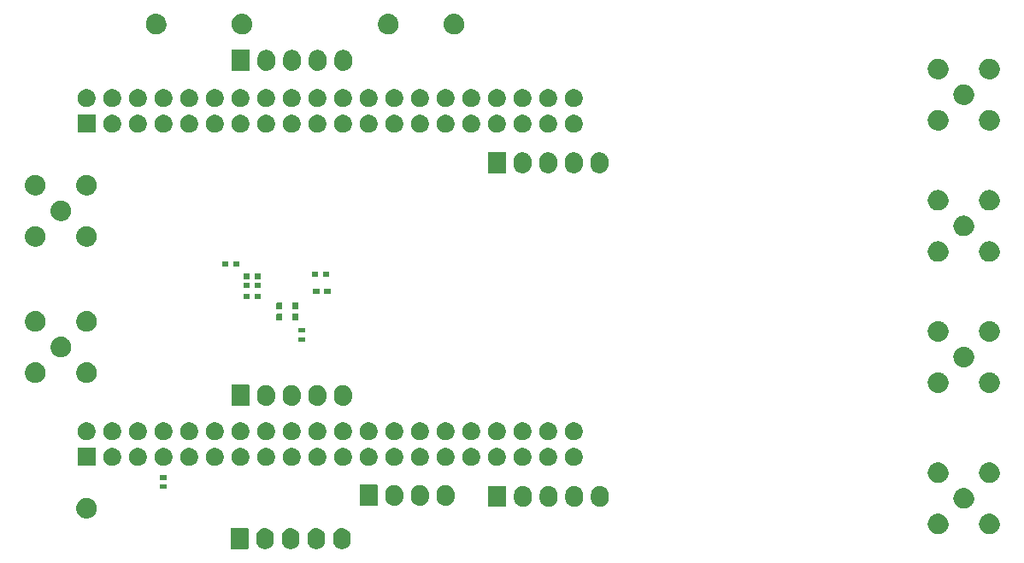
<source format=gbr>
%TF.GenerationSoftware,KiCad,Pcbnew,(5.1.0-1157-gc8cd95a71)*%
%TF.CreationDate,2019-06-29T21:36:28-07:00*%
%TF.ProjectId,adc344x,61646333-3434-4782-9e6b-696361645f70,rev?*%
%TF.SameCoordinates,Original*%
%TF.FileFunction,Soldermask,Bot*%
%TF.FilePolarity,Negative*%
%FSLAX46Y46*%
G04 Gerber Fmt 4.6, Leading zero omitted, Abs format (unit mm)*
G04 Created by KiCad (PCBNEW (5.1.0-1157-gc8cd95a71)) date 2019-06-29 21:36:28*
%MOMM*%
%LPD*%
G04 APERTURE LIST*
%ADD10C,0.100000*%
G04 APERTURE END LIST*
D10*
G36*
X135813347Y-95964000D02*
G01*
X135882869Y-95964000D01*
X135905618Y-95968835D01*
X135925875Y-95969897D01*
X135993571Y-95987531D01*
X136064550Y-96002618D01*
X136082963Y-96010816D01*
X136099586Y-96015146D01*
X136165154Y-96047410D01*
X136234233Y-96078165D01*
X136248031Y-96088190D01*
X136260650Y-96094399D01*
X136320872Y-96141112D01*
X136384500Y-96187340D01*
X136393834Y-96197707D01*
X136402489Y-96204420D01*
X136454147Y-96264691D01*
X136508785Y-96325372D01*
X136514208Y-96334765D01*
X136519312Y-96340720D01*
X136559387Y-96413018D01*
X136601655Y-96486228D01*
X136604044Y-96493582D01*
X136606336Y-96497716D01*
X136632103Y-96579936D01*
X136659052Y-96662877D01*
X136659535Y-96667470D01*
X136660018Y-96669012D01*
X136669256Y-96759962D01*
X136673600Y-96801293D01*
X136673600Y-97198706D01*
X136659052Y-97337122D01*
X136639631Y-97396893D01*
X136635530Y-97423386D01*
X136617441Y-97465186D01*
X136601655Y-97513772D01*
X136580741Y-97549997D01*
X136565291Y-97585699D01*
X136535866Y-97627721D01*
X136508785Y-97674628D01*
X136482865Y-97703415D01*
X136462332Y-97732739D01*
X136422806Y-97770117D01*
X136384500Y-97812660D01*
X136355663Y-97833611D01*
X136331903Y-97856080D01*
X136283023Y-97886387D01*
X136234233Y-97921835D01*
X136204505Y-97935071D01*
X136179343Y-97950672D01*
X136122446Y-97971606D01*
X136064551Y-97997382D01*
X136035743Y-98003505D01*
X136010880Y-98012653D01*
X135947889Y-98022180D01*
X135882870Y-98036000D01*
X135856507Y-98036000D01*
X135833384Y-98039497D01*
X135766653Y-98036000D01*
X135697131Y-98036000D01*
X135674382Y-98031165D01*
X135654125Y-98030103D01*
X135586429Y-98012469D01*
X135515450Y-97997382D01*
X135497037Y-97989184D01*
X135480414Y-97984854D01*
X135414846Y-97952590D01*
X135345767Y-97921835D01*
X135331970Y-97911811D01*
X135319350Y-97905601D01*
X135259123Y-97858885D01*
X135195501Y-97812660D01*
X135186167Y-97802294D01*
X135177509Y-97795578D01*
X135125835Y-97735289D01*
X135071215Y-97674628D01*
X135065793Y-97665237D01*
X135060690Y-97659283D01*
X135020617Y-97586990D01*
X134978345Y-97513772D01*
X134975956Y-97506418D01*
X134973664Y-97502284D01*
X134947897Y-97420064D01*
X134920948Y-97337123D01*
X134920465Y-97332530D01*
X134919982Y-97330988D01*
X134910744Y-97240038D01*
X134906400Y-97198707D01*
X134906400Y-96801294D01*
X134920948Y-96662878D01*
X134940369Y-96603107D01*
X134944470Y-96576615D01*
X134962558Y-96534816D01*
X134978345Y-96486229D01*
X134999259Y-96450004D01*
X135014709Y-96414302D01*
X135044134Y-96372278D01*
X135071215Y-96325373D01*
X135097133Y-96296588D01*
X135117668Y-96267261D01*
X135157196Y-96229881D01*
X135195500Y-96187340D01*
X135224337Y-96166389D01*
X135248097Y-96143920D01*
X135296977Y-96113613D01*
X135345767Y-96078165D01*
X135375495Y-96064929D01*
X135400657Y-96049328D01*
X135457554Y-96028394D01*
X135515449Y-96002618D01*
X135544257Y-95996495D01*
X135569120Y-95987347D01*
X135632111Y-95977820D01*
X135697130Y-95964000D01*
X135723493Y-95964000D01*
X135746616Y-95960503D01*
X135813347Y-95964000D01*
X135813347Y-95964000D01*
G37*
G36*
X138353347Y-95964000D02*
G01*
X138422869Y-95964000D01*
X138445618Y-95968835D01*
X138465875Y-95969897D01*
X138533571Y-95987531D01*
X138604550Y-96002618D01*
X138622963Y-96010816D01*
X138639586Y-96015146D01*
X138705154Y-96047410D01*
X138774233Y-96078165D01*
X138788031Y-96088190D01*
X138800650Y-96094399D01*
X138860872Y-96141112D01*
X138924500Y-96187340D01*
X138933834Y-96197707D01*
X138942489Y-96204420D01*
X138994147Y-96264691D01*
X139048785Y-96325372D01*
X139054208Y-96334765D01*
X139059312Y-96340720D01*
X139099387Y-96413018D01*
X139141655Y-96486228D01*
X139144044Y-96493582D01*
X139146336Y-96497716D01*
X139172103Y-96579936D01*
X139199052Y-96662877D01*
X139199535Y-96667470D01*
X139200018Y-96669012D01*
X139209256Y-96759962D01*
X139213600Y-96801293D01*
X139213600Y-97198706D01*
X139199052Y-97337122D01*
X139179631Y-97396893D01*
X139175530Y-97423386D01*
X139157441Y-97465186D01*
X139141655Y-97513772D01*
X139120741Y-97549997D01*
X139105291Y-97585699D01*
X139075866Y-97627721D01*
X139048785Y-97674628D01*
X139022865Y-97703415D01*
X139002332Y-97732739D01*
X138962806Y-97770117D01*
X138924500Y-97812660D01*
X138895663Y-97833611D01*
X138871903Y-97856080D01*
X138823023Y-97886387D01*
X138774233Y-97921835D01*
X138744505Y-97935071D01*
X138719343Y-97950672D01*
X138662446Y-97971606D01*
X138604551Y-97997382D01*
X138575743Y-98003505D01*
X138550880Y-98012653D01*
X138487889Y-98022180D01*
X138422870Y-98036000D01*
X138396507Y-98036000D01*
X138373384Y-98039497D01*
X138306653Y-98036000D01*
X138237131Y-98036000D01*
X138214382Y-98031165D01*
X138194125Y-98030103D01*
X138126429Y-98012469D01*
X138055450Y-97997382D01*
X138037037Y-97989184D01*
X138020414Y-97984854D01*
X137954846Y-97952590D01*
X137885767Y-97921835D01*
X137871970Y-97911811D01*
X137859350Y-97905601D01*
X137799123Y-97858885D01*
X137735501Y-97812660D01*
X137726167Y-97802294D01*
X137717509Y-97795578D01*
X137665835Y-97735289D01*
X137611215Y-97674628D01*
X137605793Y-97665237D01*
X137600690Y-97659283D01*
X137560617Y-97586990D01*
X137518345Y-97513772D01*
X137515956Y-97506418D01*
X137513664Y-97502284D01*
X137487897Y-97420064D01*
X137460948Y-97337123D01*
X137460465Y-97332530D01*
X137459982Y-97330988D01*
X137450744Y-97240038D01*
X137446400Y-97198707D01*
X137446400Y-96801294D01*
X137460948Y-96662878D01*
X137480369Y-96603107D01*
X137484470Y-96576615D01*
X137502558Y-96534816D01*
X137518345Y-96486229D01*
X137539259Y-96450004D01*
X137554709Y-96414302D01*
X137584134Y-96372278D01*
X137611215Y-96325373D01*
X137637133Y-96296588D01*
X137657668Y-96267261D01*
X137697196Y-96229881D01*
X137735500Y-96187340D01*
X137764337Y-96166389D01*
X137788097Y-96143920D01*
X137836977Y-96113613D01*
X137885767Y-96078165D01*
X137915495Y-96064929D01*
X137940657Y-96049328D01*
X137997554Y-96028394D01*
X138055449Y-96002618D01*
X138084257Y-95996495D01*
X138109120Y-95987347D01*
X138172111Y-95977820D01*
X138237130Y-95964000D01*
X138263493Y-95964000D01*
X138286616Y-95960503D01*
X138353347Y-95964000D01*
X138353347Y-95964000D01*
G37*
G36*
X140893347Y-95964000D02*
G01*
X140962869Y-95964000D01*
X140985618Y-95968835D01*
X141005875Y-95969897D01*
X141073571Y-95987531D01*
X141144550Y-96002618D01*
X141162963Y-96010816D01*
X141179586Y-96015146D01*
X141245154Y-96047410D01*
X141314233Y-96078165D01*
X141328031Y-96088190D01*
X141340650Y-96094399D01*
X141400872Y-96141112D01*
X141464500Y-96187340D01*
X141473834Y-96197707D01*
X141482489Y-96204420D01*
X141534147Y-96264691D01*
X141588785Y-96325372D01*
X141594208Y-96334765D01*
X141599312Y-96340720D01*
X141639387Y-96413018D01*
X141681655Y-96486228D01*
X141684044Y-96493582D01*
X141686336Y-96497716D01*
X141712103Y-96579936D01*
X141739052Y-96662877D01*
X141739535Y-96667470D01*
X141740018Y-96669012D01*
X141749256Y-96759962D01*
X141753600Y-96801293D01*
X141753600Y-97198706D01*
X141739052Y-97337122D01*
X141719631Y-97396893D01*
X141715530Y-97423386D01*
X141697441Y-97465186D01*
X141681655Y-97513772D01*
X141660741Y-97549997D01*
X141645291Y-97585699D01*
X141615866Y-97627721D01*
X141588785Y-97674628D01*
X141562865Y-97703415D01*
X141542332Y-97732739D01*
X141502806Y-97770117D01*
X141464500Y-97812660D01*
X141435663Y-97833611D01*
X141411903Y-97856080D01*
X141363023Y-97886387D01*
X141314233Y-97921835D01*
X141284505Y-97935071D01*
X141259343Y-97950672D01*
X141202446Y-97971606D01*
X141144551Y-97997382D01*
X141115743Y-98003505D01*
X141090880Y-98012653D01*
X141027889Y-98022180D01*
X140962870Y-98036000D01*
X140936507Y-98036000D01*
X140913384Y-98039497D01*
X140846653Y-98036000D01*
X140777131Y-98036000D01*
X140754382Y-98031165D01*
X140734125Y-98030103D01*
X140666429Y-98012469D01*
X140595450Y-97997382D01*
X140577037Y-97989184D01*
X140560414Y-97984854D01*
X140494846Y-97952590D01*
X140425767Y-97921835D01*
X140411970Y-97911811D01*
X140399350Y-97905601D01*
X140339123Y-97858885D01*
X140275501Y-97812660D01*
X140266167Y-97802294D01*
X140257509Y-97795578D01*
X140205835Y-97735289D01*
X140151215Y-97674628D01*
X140145793Y-97665237D01*
X140140690Y-97659283D01*
X140100617Y-97586990D01*
X140058345Y-97513772D01*
X140055956Y-97506418D01*
X140053664Y-97502284D01*
X140027897Y-97420064D01*
X140000948Y-97337123D01*
X140000465Y-97332530D01*
X139999982Y-97330988D01*
X139990744Y-97240038D01*
X139986400Y-97198707D01*
X139986400Y-96801294D01*
X140000948Y-96662878D01*
X140020369Y-96603107D01*
X140024470Y-96576615D01*
X140042558Y-96534816D01*
X140058345Y-96486229D01*
X140079259Y-96450004D01*
X140094709Y-96414302D01*
X140124134Y-96372278D01*
X140151215Y-96325373D01*
X140177133Y-96296588D01*
X140197668Y-96267261D01*
X140237196Y-96229881D01*
X140275500Y-96187340D01*
X140304337Y-96166389D01*
X140328097Y-96143920D01*
X140376977Y-96113613D01*
X140425767Y-96078165D01*
X140455495Y-96064929D01*
X140480657Y-96049328D01*
X140537554Y-96028394D01*
X140595449Y-96002618D01*
X140624257Y-95996495D01*
X140649120Y-95987347D01*
X140712111Y-95977820D01*
X140777130Y-95964000D01*
X140803493Y-95964000D01*
X140826616Y-95960503D01*
X140893347Y-95964000D01*
X140893347Y-95964000D01*
G37*
G36*
X143433347Y-95964000D02*
G01*
X143502869Y-95964000D01*
X143525618Y-95968835D01*
X143545875Y-95969897D01*
X143613571Y-95987531D01*
X143684550Y-96002618D01*
X143702963Y-96010816D01*
X143719586Y-96015146D01*
X143785154Y-96047410D01*
X143854233Y-96078165D01*
X143868031Y-96088190D01*
X143880650Y-96094399D01*
X143940872Y-96141112D01*
X144004500Y-96187340D01*
X144013834Y-96197707D01*
X144022489Y-96204420D01*
X144074147Y-96264691D01*
X144128785Y-96325372D01*
X144134208Y-96334765D01*
X144139312Y-96340720D01*
X144179387Y-96413018D01*
X144221655Y-96486228D01*
X144224044Y-96493582D01*
X144226336Y-96497716D01*
X144252103Y-96579936D01*
X144279052Y-96662877D01*
X144279535Y-96667470D01*
X144280018Y-96669012D01*
X144289256Y-96759962D01*
X144293600Y-96801293D01*
X144293600Y-97198706D01*
X144279052Y-97337122D01*
X144259631Y-97396893D01*
X144255530Y-97423386D01*
X144237441Y-97465186D01*
X144221655Y-97513772D01*
X144200741Y-97549997D01*
X144185291Y-97585699D01*
X144155866Y-97627721D01*
X144128785Y-97674628D01*
X144102865Y-97703415D01*
X144082332Y-97732739D01*
X144042806Y-97770117D01*
X144004500Y-97812660D01*
X143975663Y-97833611D01*
X143951903Y-97856080D01*
X143903023Y-97886387D01*
X143854233Y-97921835D01*
X143824505Y-97935071D01*
X143799343Y-97950672D01*
X143742446Y-97971606D01*
X143684551Y-97997382D01*
X143655743Y-98003505D01*
X143630880Y-98012653D01*
X143567889Y-98022180D01*
X143502870Y-98036000D01*
X143476507Y-98036000D01*
X143453384Y-98039497D01*
X143386653Y-98036000D01*
X143317131Y-98036000D01*
X143294382Y-98031165D01*
X143274125Y-98030103D01*
X143206429Y-98012469D01*
X143135450Y-97997382D01*
X143117037Y-97989184D01*
X143100414Y-97984854D01*
X143034846Y-97952590D01*
X142965767Y-97921835D01*
X142951970Y-97911811D01*
X142939350Y-97905601D01*
X142879123Y-97858885D01*
X142815501Y-97812660D01*
X142806167Y-97802294D01*
X142797509Y-97795578D01*
X142745835Y-97735289D01*
X142691215Y-97674628D01*
X142685793Y-97665237D01*
X142680690Y-97659283D01*
X142640617Y-97586990D01*
X142598345Y-97513772D01*
X142595956Y-97506418D01*
X142593664Y-97502284D01*
X142567897Y-97420064D01*
X142540948Y-97337123D01*
X142540465Y-97332530D01*
X142539982Y-97330988D01*
X142530744Y-97240038D01*
X142526400Y-97198707D01*
X142526400Y-96801294D01*
X142540948Y-96662878D01*
X142560369Y-96603107D01*
X142564470Y-96576615D01*
X142582558Y-96534816D01*
X142598345Y-96486229D01*
X142619259Y-96450004D01*
X142634709Y-96414302D01*
X142664134Y-96372278D01*
X142691215Y-96325373D01*
X142717133Y-96296588D01*
X142737668Y-96267261D01*
X142777196Y-96229881D01*
X142815500Y-96187340D01*
X142844337Y-96166389D01*
X142868097Y-96143920D01*
X142916977Y-96113613D01*
X142965767Y-96078165D01*
X142995495Y-96064929D01*
X143020657Y-96049328D01*
X143077554Y-96028394D01*
X143135449Y-96002618D01*
X143164257Y-95996495D01*
X143189120Y-95987347D01*
X143252111Y-95977820D01*
X143317130Y-95964000D01*
X143343493Y-95964000D01*
X143366616Y-95960503D01*
X143433347Y-95964000D01*
X143433347Y-95964000D01*
G37*
G36*
X134113598Y-95963608D02*
G01*
X134113600Y-95963608D01*
X134121404Y-95965160D01*
X134121406Y-95965161D01*
X134121405Y-95965161D01*
X134128020Y-95969580D01*
X134131706Y-95975098D01*
X134132440Y-95976196D01*
X134133992Y-95984000D01*
X134135951Y-95993850D01*
X134135951Y-98006150D01*
X134133992Y-98015998D01*
X134133992Y-98016000D01*
X134132440Y-98023804D01*
X134132439Y-98023805D01*
X134128020Y-98030420D01*
X134122502Y-98034106D01*
X134121404Y-98034840D01*
X134113600Y-98036392D01*
X134113598Y-98036392D01*
X134103750Y-98038351D01*
X132396250Y-98038351D01*
X132386402Y-98036392D01*
X132386400Y-98036392D01*
X132378596Y-98034840D01*
X132377498Y-98034106D01*
X132371980Y-98030420D01*
X132367561Y-98023805D01*
X132367560Y-98023804D01*
X132366008Y-98016000D01*
X132366008Y-98015998D01*
X132364049Y-98006150D01*
X132364049Y-95993850D01*
X132366008Y-95984000D01*
X132367560Y-95976196D01*
X132368294Y-95975098D01*
X132371980Y-95969580D01*
X132378595Y-95965161D01*
X132378594Y-95965161D01*
X132378596Y-95965160D01*
X132386400Y-95963608D01*
X132386402Y-95963608D01*
X132396250Y-95961649D01*
X134103750Y-95961649D01*
X134113598Y-95963608D01*
X134113598Y-95963608D01*
G37*
G36*
X202488110Y-94520128D02*
G01*
X202567135Y-94520680D01*
X202588886Y-94525145D01*
X202607912Y-94526092D01*
X202682935Y-94544450D01*
X202763082Y-94560902D01*
X202781073Y-94568465D01*
X202796971Y-94572355D01*
X202869449Y-94605614D01*
X202947484Y-94638417D01*
X202961428Y-94647822D01*
X202973866Y-94653530D01*
X203040737Y-94701317D01*
X203113318Y-94750274D01*
X203123274Y-94760300D01*
X203132226Y-94766697D01*
X203190492Y-94827988D01*
X203254268Y-94892211D01*
X203260590Y-94901726D01*
X203266325Y-94907759D01*
X203313124Y-94980796D01*
X203364964Y-95058822D01*
X203368291Y-95066893D01*
X203371331Y-95071638D01*
X203404093Y-95153757D01*
X203441190Y-95243761D01*
X203442361Y-95249677D01*
X203443455Y-95252418D01*
X203460113Y-95339330D01*
X203480043Y-95439984D01*
X203480000Y-95443087D01*
X203480068Y-95443443D01*
X203479369Y-95643672D01*
X203477035Y-95655404D01*
X203476853Y-95668458D01*
X203457458Y-95753827D01*
X203441422Y-95834443D01*
X203436263Y-95847117D01*
X203432536Y-95863520D01*
X203398102Y-95940861D01*
X203368039Y-96014711D01*
X203359115Y-96028427D01*
X203351176Y-96046258D01*
X203304004Y-96113129D01*
X203261891Y-96177854D01*
X203248674Y-96191565D01*
X203235871Y-96209714D01*
X203178641Y-96264213D01*
X203126810Y-96317980D01*
X203109045Y-96330489D01*
X203091013Y-96347660D01*
X203026615Y-96388528D01*
X202967665Y-96430035D01*
X202945419Y-96440056D01*
X202922120Y-96454842D01*
X202853576Y-96481429D01*
X202790210Y-96509973D01*
X202763867Y-96516224D01*
X202735625Y-96527179D01*
X202665902Y-96539473D01*
X202600832Y-96554915D01*
X202571115Y-96556186D01*
X202538632Y-96561914D01*
X202470568Y-96560488D01*
X202406370Y-96563235D01*
X202374309Y-96558472D01*
X202338644Y-96557725D01*
X202274818Y-96543692D01*
X202213852Y-96534635D01*
X202180745Y-96523009D01*
X202143278Y-96514771D01*
X202085884Y-96489696D01*
X202030216Y-96470147D01*
X201997599Y-96451125D01*
X201959976Y-96434688D01*
X201910755Y-96400479D01*
X201862080Y-96372092D01*
X201831651Y-96345500D01*
X201795719Y-96320527D01*
X201755955Y-96279350D01*
X201715523Y-96244017D01*
X201689033Y-96210050D01*
X201656765Y-96176636D01*
X201627221Y-96130793D01*
X201595826Y-96090537D01*
X201575026Y-96049801D01*
X201548406Y-96008496D01*
X201529322Y-95960296D01*
X201507315Y-95917197D01*
X201493854Y-95870714D01*
X201474769Y-95822510D01*
X201465898Y-95774173D01*
X201453176Y-95730242D01*
X201448505Y-95679407D01*
X201438660Y-95625764D01*
X201439308Y-95579316D01*
X201435367Y-95536420D01*
X201440653Y-95482987D01*
X201441452Y-95425752D01*
X201450549Y-95382954D01*
X201454528Y-95342735D01*
X201470581Y-95288716D01*
X201483042Y-95230091D01*
X201499216Y-95192354D01*
X201509971Y-95156162D01*
X201537168Y-95103806D01*
X201561843Y-95046234D01*
X201583517Y-95014580D01*
X201599690Y-94983445D01*
X201637924Y-94935119D01*
X201674854Y-94881184D01*
X201700349Y-94856217D01*
X201720458Y-94830801D01*
X201769135Y-94788858D01*
X201817772Y-94741229D01*
X201845366Y-94723172D01*
X201867905Y-94703751D01*
X201925931Y-94670452D01*
X201985152Y-94631699D01*
X202013227Y-94620356D01*
X202036715Y-94606877D01*
X202102464Y-94584302D01*
X202170618Y-94556766D01*
X202197718Y-94551596D01*
X202220800Y-94543671D01*
X202292188Y-94533575D01*
X202367107Y-94519283D01*
X202392013Y-94519457D01*
X202413522Y-94516415D01*
X202488110Y-94520128D01*
X202488110Y-94520128D01*
G37*
G36*
X207568110Y-94520128D02*
G01*
X207647135Y-94520680D01*
X207668886Y-94525145D01*
X207687912Y-94526092D01*
X207762935Y-94544450D01*
X207843082Y-94560902D01*
X207861073Y-94568465D01*
X207876971Y-94572355D01*
X207949449Y-94605614D01*
X208027484Y-94638417D01*
X208041428Y-94647822D01*
X208053866Y-94653530D01*
X208120737Y-94701317D01*
X208193318Y-94750274D01*
X208203274Y-94760300D01*
X208212226Y-94766697D01*
X208270492Y-94827988D01*
X208334268Y-94892211D01*
X208340590Y-94901726D01*
X208346325Y-94907759D01*
X208393124Y-94980796D01*
X208444964Y-95058822D01*
X208448291Y-95066893D01*
X208451331Y-95071638D01*
X208484093Y-95153757D01*
X208521190Y-95243761D01*
X208522361Y-95249677D01*
X208523455Y-95252418D01*
X208540113Y-95339330D01*
X208560043Y-95439984D01*
X208560000Y-95443087D01*
X208560068Y-95443443D01*
X208559369Y-95643672D01*
X208557035Y-95655404D01*
X208556853Y-95668458D01*
X208537458Y-95753827D01*
X208521422Y-95834443D01*
X208516263Y-95847117D01*
X208512536Y-95863520D01*
X208478102Y-95940861D01*
X208448039Y-96014711D01*
X208439115Y-96028427D01*
X208431176Y-96046258D01*
X208384004Y-96113129D01*
X208341891Y-96177854D01*
X208328674Y-96191565D01*
X208315871Y-96209714D01*
X208258641Y-96264213D01*
X208206810Y-96317980D01*
X208189045Y-96330489D01*
X208171013Y-96347660D01*
X208106615Y-96388528D01*
X208047665Y-96430035D01*
X208025419Y-96440056D01*
X208002120Y-96454842D01*
X207933576Y-96481429D01*
X207870210Y-96509973D01*
X207843867Y-96516224D01*
X207815625Y-96527179D01*
X207745902Y-96539473D01*
X207680832Y-96554915D01*
X207651115Y-96556186D01*
X207618632Y-96561914D01*
X207550568Y-96560488D01*
X207486370Y-96563235D01*
X207454309Y-96558472D01*
X207418644Y-96557725D01*
X207354818Y-96543692D01*
X207293852Y-96534635D01*
X207260745Y-96523009D01*
X207223278Y-96514771D01*
X207165884Y-96489696D01*
X207110216Y-96470147D01*
X207077599Y-96451125D01*
X207039976Y-96434688D01*
X206990755Y-96400479D01*
X206942080Y-96372092D01*
X206911651Y-96345500D01*
X206875719Y-96320527D01*
X206835955Y-96279350D01*
X206795523Y-96244017D01*
X206769033Y-96210050D01*
X206736765Y-96176636D01*
X206707221Y-96130793D01*
X206675826Y-96090537D01*
X206655026Y-96049801D01*
X206628406Y-96008496D01*
X206609322Y-95960296D01*
X206587315Y-95917197D01*
X206573854Y-95870714D01*
X206554769Y-95822510D01*
X206545898Y-95774173D01*
X206533176Y-95730242D01*
X206528505Y-95679407D01*
X206518660Y-95625764D01*
X206519308Y-95579316D01*
X206515367Y-95536420D01*
X206520653Y-95482987D01*
X206521452Y-95425752D01*
X206530549Y-95382954D01*
X206534528Y-95342735D01*
X206550581Y-95288716D01*
X206563042Y-95230091D01*
X206579216Y-95192354D01*
X206589971Y-95156162D01*
X206617168Y-95103806D01*
X206641843Y-95046234D01*
X206663517Y-95014580D01*
X206679690Y-94983445D01*
X206717924Y-94935119D01*
X206754854Y-94881184D01*
X206780349Y-94856217D01*
X206800458Y-94830801D01*
X206849135Y-94788858D01*
X206897772Y-94741229D01*
X206925366Y-94723172D01*
X206947905Y-94703751D01*
X207005931Y-94670452D01*
X207065152Y-94631699D01*
X207093227Y-94620356D01*
X207116715Y-94606877D01*
X207182464Y-94584302D01*
X207250618Y-94556766D01*
X207277718Y-94551596D01*
X207300800Y-94543671D01*
X207372188Y-94533575D01*
X207447107Y-94519283D01*
X207472013Y-94519457D01*
X207493522Y-94516415D01*
X207568110Y-94520128D01*
X207568110Y-94520128D01*
G37*
G36*
X118138110Y-92960128D02*
G01*
X118217135Y-92960680D01*
X118238886Y-92965145D01*
X118257912Y-92966092D01*
X118332935Y-92984450D01*
X118413082Y-93000902D01*
X118431073Y-93008465D01*
X118446971Y-93012355D01*
X118519449Y-93045614D01*
X118597484Y-93078417D01*
X118611428Y-93087822D01*
X118623866Y-93093530D01*
X118690737Y-93141317D01*
X118763318Y-93190274D01*
X118773274Y-93200300D01*
X118782226Y-93206697D01*
X118840492Y-93267988D01*
X118904268Y-93332211D01*
X118910590Y-93341726D01*
X118916325Y-93347759D01*
X118963124Y-93420796D01*
X119014964Y-93498822D01*
X119018291Y-93506893D01*
X119021331Y-93511638D01*
X119054093Y-93593757D01*
X119091190Y-93683761D01*
X119092361Y-93689677D01*
X119093455Y-93692418D01*
X119110113Y-93779330D01*
X119130043Y-93879984D01*
X119130000Y-93883087D01*
X119130068Y-93883443D01*
X119129369Y-94083672D01*
X119127035Y-94095404D01*
X119126853Y-94108458D01*
X119107458Y-94193827D01*
X119091422Y-94274443D01*
X119086263Y-94287117D01*
X119082536Y-94303520D01*
X119048102Y-94380861D01*
X119018039Y-94454711D01*
X119009115Y-94468427D01*
X119001176Y-94486258D01*
X118954004Y-94553129D01*
X118911891Y-94617854D01*
X118898674Y-94631565D01*
X118885871Y-94649714D01*
X118828641Y-94704213D01*
X118776810Y-94757980D01*
X118759045Y-94770489D01*
X118741013Y-94787660D01*
X118676615Y-94828528D01*
X118617665Y-94870035D01*
X118595419Y-94880056D01*
X118572120Y-94894842D01*
X118503576Y-94921429D01*
X118440210Y-94949973D01*
X118413867Y-94956224D01*
X118385625Y-94967179D01*
X118315902Y-94979473D01*
X118250832Y-94994915D01*
X118221115Y-94996186D01*
X118188632Y-95001914D01*
X118120568Y-95000488D01*
X118056370Y-95003235D01*
X118024309Y-94998472D01*
X117988644Y-94997725D01*
X117924818Y-94983692D01*
X117863852Y-94974635D01*
X117830745Y-94963009D01*
X117793278Y-94954771D01*
X117735884Y-94929696D01*
X117680216Y-94910147D01*
X117647599Y-94891125D01*
X117609976Y-94874688D01*
X117560755Y-94840479D01*
X117512080Y-94812092D01*
X117481651Y-94785500D01*
X117445719Y-94760527D01*
X117405955Y-94719350D01*
X117365523Y-94684017D01*
X117339033Y-94650050D01*
X117306765Y-94616636D01*
X117277221Y-94570793D01*
X117245826Y-94530537D01*
X117225026Y-94489801D01*
X117198406Y-94448496D01*
X117179322Y-94400296D01*
X117157315Y-94357197D01*
X117143854Y-94310714D01*
X117124769Y-94262510D01*
X117115898Y-94214173D01*
X117103176Y-94170242D01*
X117098505Y-94119407D01*
X117088660Y-94065764D01*
X117089308Y-94019316D01*
X117085367Y-93976420D01*
X117090653Y-93922987D01*
X117091452Y-93865752D01*
X117100549Y-93822954D01*
X117104528Y-93782735D01*
X117120581Y-93728716D01*
X117133042Y-93670091D01*
X117149216Y-93632354D01*
X117159971Y-93596162D01*
X117187168Y-93543806D01*
X117211843Y-93486234D01*
X117233517Y-93454580D01*
X117249690Y-93423445D01*
X117287924Y-93375119D01*
X117324854Y-93321184D01*
X117350349Y-93296217D01*
X117370458Y-93270801D01*
X117419135Y-93228858D01*
X117467772Y-93181229D01*
X117495366Y-93163172D01*
X117517905Y-93143751D01*
X117575931Y-93110452D01*
X117635152Y-93071699D01*
X117663227Y-93060356D01*
X117686715Y-93046877D01*
X117752464Y-93024302D01*
X117820618Y-92996766D01*
X117847718Y-92991596D01*
X117870800Y-92983671D01*
X117942188Y-92973575D01*
X118017107Y-92959283D01*
X118042013Y-92959457D01*
X118063522Y-92956415D01*
X118138110Y-92960128D01*
X118138110Y-92960128D01*
G37*
G36*
X205028110Y-91980128D02*
G01*
X205107135Y-91980680D01*
X205128886Y-91985145D01*
X205147912Y-91986092D01*
X205222935Y-92004450D01*
X205303082Y-92020902D01*
X205321073Y-92028465D01*
X205336971Y-92032355D01*
X205409449Y-92065614D01*
X205487484Y-92098417D01*
X205501428Y-92107822D01*
X205513866Y-92113530D01*
X205580737Y-92161317D01*
X205653318Y-92210274D01*
X205663274Y-92220300D01*
X205672226Y-92226697D01*
X205730492Y-92287988D01*
X205794268Y-92352211D01*
X205800590Y-92361726D01*
X205806325Y-92367759D01*
X205853124Y-92440796D01*
X205904964Y-92518822D01*
X205908291Y-92526893D01*
X205911331Y-92531638D01*
X205944093Y-92613757D01*
X205981190Y-92703761D01*
X205982361Y-92709677D01*
X205983455Y-92712418D01*
X206000113Y-92799330D01*
X206020043Y-92899984D01*
X206020000Y-92903087D01*
X206020068Y-92903443D01*
X206019369Y-93103672D01*
X206017035Y-93115404D01*
X206016853Y-93128458D01*
X205997458Y-93213827D01*
X205981422Y-93294443D01*
X205976263Y-93307117D01*
X205972536Y-93323520D01*
X205938102Y-93400861D01*
X205908039Y-93474711D01*
X205899115Y-93488427D01*
X205891176Y-93506258D01*
X205844004Y-93573129D01*
X205801891Y-93637854D01*
X205788674Y-93651565D01*
X205775871Y-93669714D01*
X205718641Y-93724213D01*
X205666810Y-93777980D01*
X205649045Y-93790489D01*
X205631013Y-93807660D01*
X205566615Y-93848528D01*
X205507665Y-93890035D01*
X205485419Y-93900056D01*
X205462120Y-93914842D01*
X205393576Y-93941429D01*
X205330210Y-93969973D01*
X205303867Y-93976224D01*
X205275625Y-93987179D01*
X205205902Y-93999473D01*
X205140832Y-94014915D01*
X205111115Y-94016186D01*
X205078632Y-94021914D01*
X205010568Y-94020488D01*
X204946370Y-94023235D01*
X204914309Y-94018472D01*
X204878644Y-94017725D01*
X204814818Y-94003692D01*
X204753852Y-93994635D01*
X204720745Y-93983009D01*
X204683278Y-93974771D01*
X204625884Y-93949696D01*
X204570216Y-93930147D01*
X204537599Y-93911125D01*
X204499976Y-93894688D01*
X204450755Y-93860479D01*
X204402080Y-93832092D01*
X204371651Y-93805500D01*
X204335719Y-93780527D01*
X204295955Y-93739350D01*
X204255523Y-93704017D01*
X204229033Y-93670050D01*
X204196765Y-93636636D01*
X204167221Y-93590793D01*
X204135826Y-93550537D01*
X204115026Y-93509801D01*
X204088406Y-93468496D01*
X204069322Y-93420296D01*
X204047315Y-93377197D01*
X204033854Y-93330714D01*
X204014769Y-93282510D01*
X204005898Y-93234173D01*
X203993176Y-93190242D01*
X203988505Y-93139407D01*
X203978660Y-93085764D01*
X203979308Y-93039316D01*
X203975367Y-92996420D01*
X203980653Y-92942987D01*
X203981452Y-92885752D01*
X203990549Y-92842954D01*
X203994528Y-92802735D01*
X204010581Y-92748716D01*
X204023042Y-92690091D01*
X204039216Y-92652354D01*
X204049971Y-92616162D01*
X204077168Y-92563806D01*
X204101843Y-92506234D01*
X204123517Y-92474580D01*
X204139690Y-92443445D01*
X204177924Y-92395119D01*
X204214854Y-92341184D01*
X204240349Y-92316217D01*
X204260458Y-92290801D01*
X204309135Y-92248858D01*
X204357772Y-92201229D01*
X204385366Y-92183172D01*
X204407905Y-92163751D01*
X204465931Y-92130452D01*
X204525152Y-92091699D01*
X204553227Y-92080356D01*
X204576715Y-92066877D01*
X204642464Y-92044302D01*
X204710618Y-92016766D01*
X204737718Y-92011596D01*
X204760800Y-92003671D01*
X204832188Y-91993575D01*
X204907107Y-91979283D01*
X204932013Y-91979457D01*
X204953522Y-91976415D01*
X205028110Y-91980128D01*
X205028110Y-91980128D01*
G37*
G36*
X161363347Y-91764000D02*
G01*
X161432869Y-91764000D01*
X161455618Y-91768835D01*
X161475875Y-91769897D01*
X161543571Y-91787531D01*
X161614550Y-91802618D01*
X161632963Y-91810816D01*
X161649586Y-91815146D01*
X161715154Y-91847410D01*
X161784233Y-91878165D01*
X161798031Y-91888190D01*
X161810650Y-91894399D01*
X161870872Y-91941112D01*
X161934500Y-91987340D01*
X161943834Y-91997707D01*
X161952489Y-92004420D01*
X162004147Y-92064691D01*
X162058785Y-92125372D01*
X162064208Y-92134765D01*
X162069312Y-92140720D01*
X162109387Y-92213018D01*
X162151655Y-92286228D01*
X162154044Y-92293582D01*
X162156336Y-92297716D01*
X162182103Y-92379936D01*
X162209052Y-92462877D01*
X162209535Y-92467470D01*
X162210018Y-92469012D01*
X162219256Y-92559962D01*
X162223600Y-92601293D01*
X162223600Y-92998706D01*
X162209052Y-93137122D01*
X162189631Y-93196893D01*
X162185530Y-93223386D01*
X162167441Y-93265186D01*
X162151655Y-93313772D01*
X162130741Y-93349997D01*
X162115291Y-93385699D01*
X162085866Y-93427721D01*
X162058785Y-93474628D01*
X162032865Y-93503415D01*
X162012332Y-93532739D01*
X161972806Y-93570117D01*
X161934500Y-93612660D01*
X161905663Y-93633611D01*
X161881903Y-93656080D01*
X161833023Y-93686387D01*
X161784233Y-93721835D01*
X161754505Y-93735071D01*
X161729343Y-93750672D01*
X161672446Y-93771606D01*
X161614551Y-93797382D01*
X161585743Y-93803505D01*
X161560880Y-93812653D01*
X161497889Y-93822180D01*
X161432870Y-93836000D01*
X161406507Y-93836000D01*
X161383384Y-93839497D01*
X161316653Y-93836000D01*
X161247131Y-93836000D01*
X161224382Y-93831165D01*
X161204125Y-93830103D01*
X161136429Y-93812469D01*
X161065450Y-93797382D01*
X161047037Y-93789184D01*
X161030414Y-93784854D01*
X160964846Y-93752590D01*
X160895767Y-93721835D01*
X160881970Y-93711811D01*
X160869350Y-93705601D01*
X160809123Y-93658885D01*
X160745501Y-93612660D01*
X160736167Y-93602294D01*
X160727509Y-93595578D01*
X160675835Y-93535289D01*
X160621215Y-93474628D01*
X160615793Y-93465237D01*
X160610690Y-93459283D01*
X160570617Y-93386990D01*
X160528345Y-93313772D01*
X160525956Y-93306418D01*
X160523664Y-93302284D01*
X160497897Y-93220064D01*
X160470948Y-93137123D01*
X160470465Y-93132530D01*
X160469982Y-93130988D01*
X160460744Y-93040038D01*
X160456400Y-92998707D01*
X160456400Y-92601294D01*
X160470948Y-92462878D01*
X160490369Y-92403107D01*
X160494470Y-92376615D01*
X160512558Y-92334816D01*
X160528345Y-92286229D01*
X160549259Y-92250004D01*
X160564709Y-92214302D01*
X160594134Y-92172278D01*
X160621215Y-92125373D01*
X160647133Y-92096588D01*
X160667668Y-92067261D01*
X160707196Y-92029881D01*
X160745500Y-91987340D01*
X160774337Y-91966389D01*
X160798097Y-91943920D01*
X160846977Y-91913613D01*
X160895767Y-91878165D01*
X160925495Y-91864929D01*
X160950657Y-91849328D01*
X161007554Y-91828394D01*
X161065449Y-91802618D01*
X161094257Y-91796495D01*
X161119120Y-91787347D01*
X161182111Y-91777820D01*
X161247130Y-91764000D01*
X161273493Y-91764000D01*
X161296616Y-91760503D01*
X161363347Y-91764000D01*
X161363347Y-91764000D01*
G37*
G36*
X168983347Y-91764000D02*
G01*
X169052869Y-91764000D01*
X169075618Y-91768835D01*
X169095875Y-91769897D01*
X169163571Y-91787531D01*
X169234550Y-91802618D01*
X169252963Y-91810816D01*
X169269586Y-91815146D01*
X169335154Y-91847410D01*
X169404233Y-91878165D01*
X169418031Y-91888190D01*
X169430650Y-91894399D01*
X169490872Y-91941112D01*
X169554500Y-91987340D01*
X169563834Y-91997707D01*
X169572489Y-92004420D01*
X169624147Y-92064691D01*
X169678785Y-92125372D01*
X169684208Y-92134765D01*
X169689312Y-92140720D01*
X169729387Y-92213018D01*
X169771655Y-92286228D01*
X169774044Y-92293582D01*
X169776336Y-92297716D01*
X169802103Y-92379936D01*
X169829052Y-92462877D01*
X169829535Y-92467470D01*
X169830018Y-92469012D01*
X169839256Y-92559962D01*
X169843600Y-92601293D01*
X169843600Y-92998706D01*
X169829052Y-93137122D01*
X169809631Y-93196893D01*
X169805530Y-93223386D01*
X169787441Y-93265186D01*
X169771655Y-93313772D01*
X169750741Y-93349997D01*
X169735291Y-93385699D01*
X169705866Y-93427721D01*
X169678785Y-93474628D01*
X169652865Y-93503415D01*
X169632332Y-93532739D01*
X169592806Y-93570117D01*
X169554500Y-93612660D01*
X169525663Y-93633611D01*
X169501903Y-93656080D01*
X169453023Y-93686387D01*
X169404233Y-93721835D01*
X169374505Y-93735071D01*
X169349343Y-93750672D01*
X169292446Y-93771606D01*
X169234551Y-93797382D01*
X169205743Y-93803505D01*
X169180880Y-93812653D01*
X169117889Y-93822180D01*
X169052870Y-93836000D01*
X169026507Y-93836000D01*
X169003384Y-93839497D01*
X168936653Y-93836000D01*
X168867131Y-93836000D01*
X168844382Y-93831165D01*
X168824125Y-93830103D01*
X168756429Y-93812469D01*
X168685450Y-93797382D01*
X168667037Y-93789184D01*
X168650414Y-93784854D01*
X168584846Y-93752590D01*
X168515767Y-93721835D01*
X168501970Y-93711811D01*
X168489350Y-93705601D01*
X168429123Y-93658885D01*
X168365501Y-93612660D01*
X168356167Y-93602294D01*
X168347509Y-93595578D01*
X168295835Y-93535289D01*
X168241215Y-93474628D01*
X168235793Y-93465237D01*
X168230690Y-93459283D01*
X168190617Y-93386990D01*
X168148345Y-93313772D01*
X168145956Y-93306418D01*
X168143664Y-93302284D01*
X168117897Y-93220064D01*
X168090948Y-93137123D01*
X168090465Y-93132530D01*
X168089982Y-93130988D01*
X168080744Y-93040038D01*
X168076400Y-92998707D01*
X168076400Y-92601294D01*
X168090948Y-92462878D01*
X168110369Y-92403107D01*
X168114470Y-92376615D01*
X168132558Y-92334816D01*
X168148345Y-92286229D01*
X168169259Y-92250004D01*
X168184709Y-92214302D01*
X168214134Y-92172278D01*
X168241215Y-92125373D01*
X168267133Y-92096588D01*
X168287668Y-92067261D01*
X168327196Y-92029881D01*
X168365500Y-91987340D01*
X168394337Y-91966389D01*
X168418097Y-91943920D01*
X168466977Y-91913613D01*
X168515767Y-91878165D01*
X168545495Y-91864929D01*
X168570657Y-91849328D01*
X168627554Y-91828394D01*
X168685449Y-91802618D01*
X168714257Y-91796495D01*
X168739120Y-91787347D01*
X168802111Y-91777820D01*
X168867130Y-91764000D01*
X168893493Y-91764000D01*
X168916616Y-91760503D01*
X168983347Y-91764000D01*
X168983347Y-91764000D01*
G37*
G36*
X166443347Y-91764000D02*
G01*
X166512869Y-91764000D01*
X166535618Y-91768835D01*
X166555875Y-91769897D01*
X166623571Y-91787531D01*
X166694550Y-91802618D01*
X166712963Y-91810816D01*
X166729586Y-91815146D01*
X166795154Y-91847410D01*
X166864233Y-91878165D01*
X166878031Y-91888190D01*
X166890650Y-91894399D01*
X166950872Y-91941112D01*
X167014500Y-91987340D01*
X167023834Y-91997707D01*
X167032489Y-92004420D01*
X167084147Y-92064691D01*
X167138785Y-92125372D01*
X167144208Y-92134765D01*
X167149312Y-92140720D01*
X167189387Y-92213018D01*
X167231655Y-92286228D01*
X167234044Y-92293582D01*
X167236336Y-92297716D01*
X167262103Y-92379936D01*
X167289052Y-92462877D01*
X167289535Y-92467470D01*
X167290018Y-92469012D01*
X167299256Y-92559962D01*
X167303600Y-92601293D01*
X167303600Y-92998706D01*
X167289052Y-93137122D01*
X167269631Y-93196893D01*
X167265530Y-93223386D01*
X167247441Y-93265186D01*
X167231655Y-93313772D01*
X167210741Y-93349997D01*
X167195291Y-93385699D01*
X167165866Y-93427721D01*
X167138785Y-93474628D01*
X167112865Y-93503415D01*
X167092332Y-93532739D01*
X167052806Y-93570117D01*
X167014500Y-93612660D01*
X166985663Y-93633611D01*
X166961903Y-93656080D01*
X166913023Y-93686387D01*
X166864233Y-93721835D01*
X166834505Y-93735071D01*
X166809343Y-93750672D01*
X166752446Y-93771606D01*
X166694551Y-93797382D01*
X166665743Y-93803505D01*
X166640880Y-93812653D01*
X166577889Y-93822180D01*
X166512870Y-93836000D01*
X166486507Y-93836000D01*
X166463384Y-93839497D01*
X166396653Y-93836000D01*
X166327131Y-93836000D01*
X166304382Y-93831165D01*
X166284125Y-93830103D01*
X166216429Y-93812469D01*
X166145450Y-93797382D01*
X166127037Y-93789184D01*
X166110414Y-93784854D01*
X166044846Y-93752590D01*
X165975767Y-93721835D01*
X165961970Y-93711811D01*
X165949350Y-93705601D01*
X165889123Y-93658885D01*
X165825501Y-93612660D01*
X165816167Y-93602294D01*
X165807509Y-93595578D01*
X165755835Y-93535289D01*
X165701215Y-93474628D01*
X165695793Y-93465237D01*
X165690690Y-93459283D01*
X165650617Y-93386990D01*
X165608345Y-93313772D01*
X165605956Y-93306418D01*
X165603664Y-93302284D01*
X165577897Y-93220064D01*
X165550948Y-93137123D01*
X165550465Y-93132530D01*
X165549982Y-93130988D01*
X165540744Y-93040038D01*
X165536400Y-92998707D01*
X165536400Y-92601294D01*
X165550948Y-92462878D01*
X165570369Y-92403107D01*
X165574470Y-92376615D01*
X165592558Y-92334816D01*
X165608345Y-92286229D01*
X165629259Y-92250004D01*
X165644709Y-92214302D01*
X165674134Y-92172278D01*
X165701215Y-92125373D01*
X165727133Y-92096588D01*
X165747668Y-92067261D01*
X165787196Y-92029881D01*
X165825500Y-91987340D01*
X165854337Y-91966389D01*
X165878097Y-91943920D01*
X165926977Y-91913613D01*
X165975767Y-91878165D01*
X166005495Y-91864929D01*
X166030657Y-91849328D01*
X166087554Y-91828394D01*
X166145449Y-91802618D01*
X166174257Y-91796495D01*
X166199120Y-91787347D01*
X166262111Y-91777820D01*
X166327130Y-91764000D01*
X166353493Y-91764000D01*
X166376616Y-91760503D01*
X166443347Y-91764000D01*
X166443347Y-91764000D01*
G37*
G36*
X163903347Y-91764000D02*
G01*
X163972869Y-91764000D01*
X163995618Y-91768835D01*
X164015875Y-91769897D01*
X164083571Y-91787531D01*
X164154550Y-91802618D01*
X164172963Y-91810816D01*
X164189586Y-91815146D01*
X164255154Y-91847410D01*
X164324233Y-91878165D01*
X164338031Y-91888190D01*
X164350650Y-91894399D01*
X164410872Y-91941112D01*
X164474500Y-91987340D01*
X164483834Y-91997707D01*
X164492489Y-92004420D01*
X164544147Y-92064691D01*
X164598785Y-92125372D01*
X164604208Y-92134765D01*
X164609312Y-92140720D01*
X164649387Y-92213018D01*
X164691655Y-92286228D01*
X164694044Y-92293582D01*
X164696336Y-92297716D01*
X164722103Y-92379936D01*
X164749052Y-92462877D01*
X164749535Y-92467470D01*
X164750018Y-92469012D01*
X164759256Y-92559962D01*
X164763600Y-92601293D01*
X164763600Y-92998706D01*
X164749052Y-93137122D01*
X164729631Y-93196893D01*
X164725530Y-93223386D01*
X164707441Y-93265186D01*
X164691655Y-93313772D01*
X164670741Y-93349997D01*
X164655291Y-93385699D01*
X164625866Y-93427721D01*
X164598785Y-93474628D01*
X164572865Y-93503415D01*
X164552332Y-93532739D01*
X164512806Y-93570117D01*
X164474500Y-93612660D01*
X164445663Y-93633611D01*
X164421903Y-93656080D01*
X164373023Y-93686387D01*
X164324233Y-93721835D01*
X164294505Y-93735071D01*
X164269343Y-93750672D01*
X164212446Y-93771606D01*
X164154551Y-93797382D01*
X164125743Y-93803505D01*
X164100880Y-93812653D01*
X164037889Y-93822180D01*
X163972870Y-93836000D01*
X163946507Y-93836000D01*
X163923384Y-93839497D01*
X163856653Y-93836000D01*
X163787131Y-93836000D01*
X163764382Y-93831165D01*
X163744125Y-93830103D01*
X163676429Y-93812469D01*
X163605450Y-93797382D01*
X163587037Y-93789184D01*
X163570414Y-93784854D01*
X163504846Y-93752590D01*
X163435767Y-93721835D01*
X163421970Y-93711811D01*
X163409350Y-93705601D01*
X163349123Y-93658885D01*
X163285501Y-93612660D01*
X163276167Y-93602294D01*
X163267509Y-93595578D01*
X163215835Y-93535289D01*
X163161215Y-93474628D01*
X163155793Y-93465237D01*
X163150690Y-93459283D01*
X163110617Y-93386990D01*
X163068345Y-93313772D01*
X163065956Y-93306418D01*
X163063664Y-93302284D01*
X163037897Y-93220064D01*
X163010948Y-93137123D01*
X163010465Y-93132530D01*
X163009982Y-93130988D01*
X163000744Y-93040038D01*
X162996400Y-92998707D01*
X162996400Y-92601294D01*
X163010948Y-92462878D01*
X163030369Y-92403107D01*
X163034470Y-92376615D01*
X163052558Y-92334816D01*
X163068345Y-92286229D01*
X163089259Y-92250004D01*
X163104709Y-92214302D01*
X163134134Y-92172278D01*
X163161215Y-92125373D01*
X163187133Y-92096588D01*
X163207668Y-92067261D01*
X163247196Y-92029881D01*
X163285500Y-91987340D01*
X163314337Y-91966389D01*
X163338097Y-91943920D01*
X163386977Y-91913613D01*
X163435767Y-91878165D01*
X163465495Y-91864929D01*
X163490657Y-91849328D01*
X163547554Y-91828394D01*
X163605449Y-91802618D01*
X163634257Y-91796495D01*
X163659120Y-91787347D01*
X163722111Y-91777820D01*
X163787130Y-91764000D01*
X163813493Y-91764000D01*
X163836616Y-91760503D01*
X163903347Y-91764000D01*
X163903347Y-91764000D01*
G37*
G36*
X159663598Y-91763608D02*
G01*
X159663600Y-91763608D01*
X159671404Y-91765160D01*
X159671406Y-91765161D01*
X159671405Y-91765161D01*
X159678020Y-91769580D01*
X159681706Y-91775098D01*
X159682440Y-91776196D01*
X159683992Y-91784000D01*
X159685951Y-91793850D01*
X159685951Y-93806150D01*
X159683992Y-93815998D01*
X159683992Y-93816000D01*
X159682440Y-93823804D01*
X159682439Y-93823805D01*
X159678020Y-93830420D01*
X159672502Y-93834106D01*
X159671404Y-93834840D01*
X159663600Y-93836392D01*
X159663598Y-93836392D01*
X159653750Y-93838351D01*
X157946250Y-93838351D01*
X157936402Y-93836392D01*
X157936400Y-93836392D01*
X157928596Y-93834840D01*
X157927498Y-93834106D01*
X157921980Y-93830420D01*
X157917561Y-93823805D01*
X157917560Y-93823804D01*
X157916008Y-93816000D01*
X157916008Y-93815998D01*
X157914049Y-93806150D01*
X157914049Y-91793850D01*
X157916008Y-91784000D01*
X157917560Y-91776196D01*
X157918294Y-91775098D01*
X157921980Y-91769580D01*
X157928595Y-91765161D01*
X157928594Y-91765161D01*
X157928596Y-91765160D01*
X157936400Y-91763608D01*
X157936402Y-91763608D01*
X157946250Y-91761649D01*
X159653750Y-91761649D01*
X159663598Y-91763608D01*
X159663598Y-91763608D01*
G37*
G36*
X148613347Y-91674000D02*
G01*
X148682869Y-91674000D01*
X148705618Y-91678835D01*
X148725875Y-91679897D01*
X148793571Y-91697531D01*
X148864550Y-91712618D01*
X148882963Y-91720816D01*
X148899586Y-91725146D01*
X148965154Y-91757410D01*
X149034233Y-91788165D01*
X149048031Y-91798190D01*
X149060650Y-91804399D01*
X149120872Y-91851112D01*
X149184500Y-91897340D01*
X149193834Y-91907707D01*
X149202489Y-91914420D01*
X149254147Y-91974691D01*
X149308785Y-92035372D01*
X149314208Y-92044765D01*
X149319312Y-92050720D01*
X149359387Y-92123018D01*
X149401655Y-92196228D01*
X149404044Y-92203582D01*
X149406336Y-92207716D01*
X149432103Y-92289936D01*
X149459052Y-92372877D01*
X149459535Y-92377470D01*
X149460018Y-92379012D01*
X149469256Y-92469962D01*
X149473600Y-92511293D01*
X149473600Y-92908706D01*
X149459052Y-93047122D01*
X149439631Y-93106893D01*
X149435530Y-93133386D01*
X149417441Y-93175186D01*
X149401655Y-93223772D01*
X149380741Y-93259997D01*
X149365291Y-93295699D01*
X149335866Y-93337721D01*
X149308785Y-93384628D01*
X149282865Y-93413415D01*
X149262332Y-93442739D01*
X149222806Y-93480117D01*
X149184500Y-93522660D01*
X149155663Y-93543611D01*
X149131903Y-93566080D01*
X149083023Y-93596387D01*
X149034233Y-93631835D01*
X149004505Y-93645071D01*
X148979343Y-93660672D01*
X148922446Y-93681606D01*
X148864551Y-93707382D01*
X148835743Y-93713505D01*
X148810880Y-93722653D01*
X148747889Y-93732180D01*
X148682870Y-93746000D01*
X148656507Y-93746000D01*
X148633384Y-93749497D01*
X148566653Y-93746000D01*
X148497131Y-93746000D01*
X148474382Y-93741165D01*
X148454125Y-93740103D01*
X148386429Y-93722469D01*
X148315450Y-93707382D01*
X148297037Y-93699184D01*
X148280414Y-93694854D01*
X148214846Y-93662590D01*
X148145767Y-93631835D01*
X148131970Y-93621811D01*
X148119350Y-93615601D01*
X148059123Y-93568885D01*
X147995501Y-93522660D01*
X147986167Y-93512294D01*
X147977509Y-93505578D01*
X147925835Y-93445289D01*
X147871215Y-93384628D01*
X147865793Y-93375237D01*
X147860690Y-93369283D01*
X147820617Y-93296990D01*
X147778345Y-93223772D01*
X147775956Y-93216418D01*
X147773664Y-93212284D01*
X147747897Y-93130064D01*
X147720948Y-93047123D01*
X147720465Y-93042530D01*
X147719982Y-93040988D01*
X147710744Y-92950038D01*
X147706400Y-92908707D01*
X147706400Y-92511294D01*
X147720948Y-92372878D01*
X147740369Y-92313107D01*
X147744470Y-92286615D01*
X147762558Y-92244816D01*
X147778345Y-92196229D01*
X147799259Y-92160004D01*
X147814709Y-92124302D01*
X147844134Y-92082278D01*
X147871215Y-92035373D01*
X147897133Y-92006588D01*
X147917668Y-91977261D01*
X147957196Y-91939881D01*
X147995500Y-91897340D01*
X148024337Y-91876389D01*
X148048097Y-91853920D01*
X148096977Y-91823613D01*
X148145767Y-91788165D01*
X148175495Y-91774929D01*
X148200657Y-91759328D01*
X148257554Y-91738394D01*
X148315449Y-91712618D01*
X148344257Y-91706495D01*
X148369120Y-91697347D01*
X148432111Y-91687820D01*
X148497130Y-91674000D01*
X148523493Y-91674000D01*
X148546616Y-91670503D01*
X148613347Y-91674000D01*
X148613347Y-91674000D01*
G37*
G36*
X151153347Y-91674000D02*
G01*
X151222869Y-91674000D01*
X151245618Y-91678835D01*
X151265875Y-91679897D01*
X151333571Y-91697531D01*
X151404550Y-91712618D01*
X151422963Y-91720816D01*
X151439586Y-91725146D01*
X151505154Y-91757410D01*
X151574233Y-91788165D01*
X151588031Y-91798190D01*
X151600650Y-91804399D01*
X151660872Y-91851112D01*
X151724500Y-91897340D01*
X151733834Y-91907707D01*
X151742489Y-91914420D01*
X151794147Y-91974691D01*
X151848785Y-92035372D01*
X151854208Y-92044765D01*
X151859312Y-92050720D01*
X151899387Y-92123018D01*
X151941655Y-92196228D01*
X151944044Y-92203582D01*
X151946336Y-92207716D01*
X151972103Y-92289936D01*
X151999052Y-92372877D01*
X151999535Y-92377470D01*
X152000018Y-92379012D01*
X152009256Y-92469962D01*
X152013600Y-92511293D01*
X152013600Y-92908706D01*
X151999052Y-93047122D01*
X151979631Y-93106893D01*
X151975530Y-93133386D01*
X151957441Y-93175186D01*
X151941655Y-93223772D01*
X151920741Y-93259997D01*
X151905291Y-93295699D01*
X151875866Y-93337721D01*
X151848785Y-93384628D01*
X151822865Y-93413415D01*
X151802332Y-93442739D01*
X151762806Y-93480117D01*
X151724500Y-93522660D01*
X151695663Y-93543611D01*
X151671903Y-93566080D01*
X151623023Y-93596387D01*
X151574233Y-93631835D01*
X151544505Y-93645071D01*
X151519343Y-93660672D01*
X151462446Y-93681606D01*
X151404551Y-93707382D01*
X151375743Y-93713505D01*
X151350880Y-93722653D01*
X151287889Y-93732180D01*
X151222870Y-93746000D01*
X151196507Y-93746000D01*
X151173384Y-93749497D01*
X151106653Y-93746000D01*
X151037131Y-93746000D01*
X151014382Y-93741165D01*
X150994125Y-93740103D01*
X150926429Y-93722469D01*
X150855450Y-93707382D01*
X150837037Y-93699184D01*
X150820414Y-93694854D01*
X150754846Y-93662590D01*
X150685767Y-93631835D01*
X150671970Y-93621811D01*
X150659350Y-93615601D01*
X150599123Y-93568885D01*
X150535501Y-93522660D01*
X150526167Y-93512294D01*
X150517509Y-93505578D01*
X150465835Y-93445289D01*
X150411215Y-93384628D01*
X150405793Y-93375237D01*
X150400690Y-93369283D01*
X150360617Y-93296990D01*
X150318345Y-93223772D01*
X150315956Y-93216418D01*
X150313664Y-93212284D01*
X150287897Y-93130064D01*
X150260948Y-93047123D01*
X150260465Y-93042530D01*
X150259982Y-93040988D01*
X150250744Y-92950038D01*
X150246400Y-92908707D01*
X150246400Y-92511294D01*
X150260948Y-92372878D01*
X150280369Y-92313107D01*
X150284470Y-92286615D01*
X150302558Y-92244816D01*
X150318345Y-92196229D01*
X150339259Y-92160004D01*
X150354709Y-92124302D01*
X150384134Y-92082278D01*
X150411215Y-92035373D01*
X150437133Y-92006588D01*
X150457668Y-91977261D01*
X150497196Y-91939881D01*
X150535500Y-91897340D01*
X150564337Y-91876389D01*
X150588097Y-91853920D01*
X150636977Y-91823613D01*
X150685767Y-91788165D01*
X150715495Y-91774929D01*
X150740657Y-91759328D01*
X150797554Y-91738394D01*
X150855449Y-91712618D01*
X150884257Y-91706495D01*
X150909120Y-91697347D01*
X150972111Y-91687820D01*
X151037130Y-91674000D01*
X151063493Y-91674000D01*
X151086616Y-91670503D01*
X151153347Y-91674000D01*
X151153347Y-91674000D01*
G37*
G36*
X153693347Y-91674000D02*
G01*
X153762869Y-91674000D01*
X153785618Y-91678835D01*
X153805875Y-91679897D01*
X153873571Y-91697531D01*
X153944550Y-91712618D01*
X153962963Y-91720816D01*
X153979586Y-91725146D01*
X154045154Y-91757410D01*
X154114233Y-91788165D01*
X154128031Y-91798190D01*
X154140650Y-91804399D01*
X154200872Y-91851112D01*
X154264500Y-91897340D01*
X154273834Y-91907707D01*
X154282489Y-91914420D01*
X154334147Y-91974691D01*
X154388785Y-92035372D01*
X154394208Y-92044765D01*
X154399312Y-92050720D01*
X154439387Y-92123018D01*
X154481655Y-92196228D01*
X154484044Y-92203582D01*
X154486336Y-92207716D01*
X154512103Y-92289936D01*
X154539052Y-92372877D01*
X154539535Y-92377470D01*
X154540018Y-92379012D01*
X154549256Y-92469962D01*
X154553600Y-92511293D01*
X154553600Y-92908706D01*
X154539052Y-93047122D01*
X154519631Y-93106893D01*
X154515530Y-93133386D01*
X154497441Y-93175186D01*
X154481655Y-93223772D01*
X154460741Y-93259997D01*
X154445291Y-93295699D01*
X154415866Y-93337721D01*
X154388785Y-93384628D01*
X154362865Y-93413415D01*
X154342332Y-93442739D01*
X154302806Y-93480117D01*
X154264500Y-93522660D01*
X154235663Y-93543611D01*
X154211903Y-93566080D01*
X154163023Y-93596387D01*
X154114233Y-93631835D01*
X154084505Y-93645071D01*
X154059343Y-93660672D01*
X154002446Y-93681606D01*
X153944551Y-93707382D01*
X153915743Y-93713505D01*
X153890880Y-93722653D01*
X153827889Y-93732180D01*
X153762870Y-93746000D01*
X153736507Y-93746000D01*
X153713384Y-93749497D01*
X153646653Y-93746000D01*
X153577131Y-93746000D01*
X153554382Y-93741165D01*
X153534125Y-93740103D01*
X153466429Y-93722469D01*
X153395450Y-93707382D01*
X153377037Y-93699184D01*
X153360414Y-93694854D01*
X153294846Y-93662590D01*
X153225767Y-93631835D01*
X153211970Y-93621811D01*
X153199350Y-93615601D01*
X153139123Y-93568885D01*
X153075501Y-93522660D01*
X153066167Y-93512294D01*
X153057509Y-93505578D01*
X153005835Y-93445289D01*
X152951215Y-93384628D01*
X152945793Y-93375237D01*
X152940690Y-93369283D01*
X152900617Y-93296990D01*
X152858345Y-93223772D01*
X152855956Y-93216418D01*
X152853664Y-93212284D01*
X152827897Y-93130064D01*
X152800948Y-93047123D01*
X152800465Y-93042530D01*
X152799982Y-93040988D01*
X152790744Y-92950038D01*
X152786400Y-92908707D01*
X152786400Y-92511294D01*
X152800948Y-92372878D01*
X152820369Y-92313107D01*
X152824470Y-92286615D01*
X152842558Y-92244816D01*
X152858345Y-92196229D01*
X152879259Y-92160004D01*
X152894709Y-92124302D01*
X152924134Y-92082278D01*
X152951215Y-92035373D01*
X152977133Y-92006588D01*
X152997668Y-91977261D01*
X153037196Y-91939881D01*
X153075500Y-91897340D01*
X153104337Y-91876389D01*
X153128097Y-91853920D01*
X153176977Y-91823613D01*
X153225767Y-91788165D01*
X153255495Y-91774929D01*
X153280657Y-91759328D01*
X153337554Y-91738394D01*
X153395449Y-91712618D01*
X153424257Y-91706495D01*
X153449120Y-91697347D01*
X153512111Y-91687820D01*
X153577130Y-91674000D01*
X153603493Y-91674000D01*
X153626616Y-91670503D01*
X153693347Y-91674000D01*
X153693347Y-91674000D01*
G37*
G36*
X146913598Y-91673608D02*
G01*
X146913600Y-91673608D01*
X146921404Y-91675160D01*
X146921406Y-91675161D01*
X146921405Y-91675161D01*
X146928020Y-91679580D01*
X146931706Y-91685098D01*
X146932440Y-91686196D01*
X146933992Y-91694000D01*
X146935951Y-91703850D01*
X146935951Y-93716150D01*
X146933992Y-93725998D01*
X146933992Y-93726000D01*
X146932440Y-93733804D01*
X146932439Y-93733805D01*
X146928020Y-93740420D01*
X146922502Y-93744106D01*
X146921404Y-93744840D01*
X146913600Y-93746392D01*
X146913598Y-93746392D01*
X146903750Y-93748351D01*
X145196250Y-93748351D01*
X145186402Y-93746392D01*
X145186400Y-93746392D01*
X145178596Y-93744840D01*
X145177498Y-93744106D01*
X145171980Y-93740420D01*
X145167561Y-93733805D01*
X145167560Y-93733804D01*
X145166008Y-93726000D01*
X145166008Y-93725998D01*
X145164049Y-93716150D01*
X145164049Y-91703850D01*
X145166008Y-91694000D01*
X145167560Y-91686196D01*
X145168294Y-91685098D01*
X145171980Y-91679580D01*
X145178595Y-91675161D01*
X145178594Y-91675161D01*
X145178596Y-91675160D01*
X145186400Y-91673608D01*
X145186402Y-91673608D01*
X145196250Y-91671649D01*
X146903750Y-91671649D01*
X146913598Y-91673608D01*
X146913598Y-91673608D01*
G37*
G36*
X125999998Y-91629608D02*
G01*
X126000000Y-91629608D01*
X126007804Y-91631160D01*
X126007806Y-91631161D01*
X126007805Y-91631161D01*
X126014420Y-91635580D01*
X126018106Y-91641098D01*
X126018840Y-91642196D01*
X126020392Y-91650000D01*
X126022351Y-91659850D01*
X126022351Y-92040150D01*
X126020392Y-92049998D01*
X126020392Y-92050000D01*
X126018840Y-92057804D01*
X126018839Y-92057805D01*
X126014420Y-92064420D01*
X126010167Y-92067261D01*
X126007804Y-92068840D01*
X126000000Y-92070392D01*
X125999998Y-92070392D01*
X125990150Y-92072351D01*
X125409850Y-92072351D01*
X125400002Y-92070392D01*
X125400000Y-92070392D01*
X125392196Y-92068840D01*
X125389833Y-92067261D01*
X125385580Y-92064420D01*
X125381161Y-92057805D01*
X125381160Y-92057804D01*
X125379608Y-92050000D01*
X125379608Y-92049998D01*
X125377649Y-92040150D01*
X125377649Y-91659850D01*
X125379608Y-91650000D01*
X125381160Y-91642196D01*
X125381894Y-91641098D01*
X125385580Y-91635580D01*
X125392195Y-91631161D01*
X125392194Y-91631161D01*
X125392196Y-91631160D01*
X125400000Y-91629608D01*
X125400002Y-91629608D01*
X125409850Y-91627649D01*
X125990150Y-91627649D01*
X125999998Y-91629608D01*
X125999998Y-91629608D01*
G37*
G36*
X202488110Y-89440128D02*
G01*
X202567135Y-89440680D01*
X202588886Y-89445145D01*
X202607912Y-89446092D01*
X202682935Y-89464450D01*
X202763082Y-89480902D01*
X202781073Y-89488465D01*
X202796971Y-89492355D01*
X202869449Y-89525614D01*
X202947484Y-89558417D01*
X202961428Y-89567822D01*
X202973866Y-89573530D01*
X203040737Y-89621317D01*
X203113318Y-89670274D01*
X203123274Y-89680300D01*
X203132226Y-89686697D01*
X203190492Y-89747988D01*
X203254268Y-89812211D01*
X203260590Y-89821726D01*
X203266325Y-89827759D01*
X203313124Y-89900796D01*
X203364964Y-89978822D01*
X203368291Y-89986893D01*
X203371331Y-89991638D01*
X203404093Y-90073757D01*
X203441190Y-90163761D01*
X203442361Y-90169677D01*
X203443455Y-90172418D01*
X203460113Y-90259330D01*
X203480043Y-90359984D01*
X203480000Y-90363087D01*
X203480068Y-90363443D01*
X203479369Y-90563672D01*
X203477035Y-90575404D01*
X203476853Y-90588458D01*
X203457458Y-90673827D01*
X203441422Y-90754443D01*
X203436263Y-90767117D01*
X203432536Y-90783520D01*
X203398102Y-90860861D01*
X203368039Y-90934711D01*
X203359115Y-90948427D01*
X203351176Y-90966258D01*
X203304004Y-91033129D01*
X203261891Y-91097854D01*
X203248674Y-91111565D01*
X203235871Y-91129714D01*
X203178641Y-91184213D01*
X203126810Y-91237980D01*
X203109045Y-91250489D01*
X203091013Y-91267660D01*
X203026615Y-91308528D01*
X202967665Y-91350035D01*
X202945419Y-91360056D01*
X202922120Y-91374842D01*
X202853576Y-91401429D01*
X202790210Y-91429973D01*
X202763867Y-91436224D01*
X202735625Y-91447179D01*
X202665902Y-91459473D01*
X202600832Y-91474915D01*
X202571115Y-91476186D01*
X202538632Y-91481914D01*
X202470568Y-91480488D01*
X202406370Y-91483235D01*
X202374309Y-91478472D01*
X202338644Y-91477725D01*
X202274818Y-91463692D01*
X202213852Y-91454635D01*
X202180745Y-91443009D01*
X202143278Y-91434771D01*
X202085884Y-91409696D01*
X202030216Y-91390147D01*
X201997599Y-91371125D01*
X201959976Y-91354688D01*
X201910755Y-91320479D01*
X201862080Y-91292092D01*
X201831651Y-91265500D01*
X201795719Y-91240527D01*
X201755955Y-91199350D01*
X201715523Y-91164017D01*
X201689033Y-91130050D01*
X201656765Y-91096636D01*
X201627221Y-91050793D01*
X201595826Y-91010537D01*
X201575026Y-90969801D01*
X201548406Y-90928496D01*
X201529322Y-90880296D01*
X201507315Y-90837197D01*
X201493854Y-90790714D01*
X201474769Y-90742510D01*
X201465898Y-90694173D01*
X201453176Y-90650242D01*
X201448505Y-90599407D01*
X201438660Y-90545764D01*
X201439308Y-90499316D01*
X201435367Y-90456420D01*
X201440653Y-90402987D01*
X201441452Y-90345752D01*
X201450549Y-90302954D01*
X201454528Y-90262735D01*
X201470581Y-90208716D01*
X201483042Y-90150091D01*
X201499216Y-90112354D01*
X201509971Y-90076162D01*
X201537168Y-90023806D01*
X201561843Y-89966234D01*
X201583517Y-89934580D01*
X201599690Y-89903445D01*
X201637924Y-89855119D01*
X201674854Y-89801184D01*
X201700349Y-89776217D01*
X201720458Y-89750801D01*
X201769135Y-89708858D01*
X201817772Y-89661229D01*
X201845366Y-89643172D01*
X201867905Y-89623751D01*
X201925931Y-89590452D01*
X201985152Y-89551699D01*
X202013227Y-89540356D01*
X202036715Y-89526877D01*
X202102464Y-89504302D01*
X202170618Y-89476766D01*
X202197718Y-89471596D01*
X202220800Y-89463671D01*
X202292188Y-89453575D01*
X202367107Y-89439283D01*
X202392013Y-89439457D01*
X202413522Y-89436415D01*
X202488110Y-89440128D01*
X202488110Y-89440128D01*
G37*
G36*
X207568110Y-89440128D02*
G01*
X207647135Y-89440680D01*
X207668886Y-89445145D01*
X207687912Y-89446092D01*
X207762935Y-89464450D01*
X207843082Y-89480902D01*
X207861073Y-89488465D01*
X207876971Y-89492355D01*
X207949449Y-89525614D01*
X208027484Y-89558417D01*
X208041428Y-89567822D01*
X208053866Y-89573530D01*
X208120737Y-89621317D01*
X208193318Y-89670274D01*
X208203274Y-89680300D01*
X208212226Y-89686697D01*
X208270492Y-89747988D01*
X208334268Y-89812211D01*
X208340590Y-89821726D01*
X208346325Y-89827759D01*
X208393124Y-89900796D01*
X208444964Y-89978822D01*
X208448291Y-89986893D01*
X208451331Y-89991638D01*
X208484093Y-90073757D01*
X208521190Y-90163761D01*
X208522361Y-90169677D01*
X208523455Y-90172418D01*
X208540113Y-90259330D01*
X208560043Y-90359984D01*
X208560000Y-90363087D01*
X208560068Y-90363443D01*
X208559369Y-90563672D01*
X208557035Y-90575404D01*
X208556853Y-90588458D01*
X208537458Y-90673827D01*
X208521422Y-90754443D01*
X208516263Y-90767117D01*
X208512536Y-90783520D01*
X208478102Y-90860861D01*
X208448039Y-90934711D01*
X208439115Y-90948427D01*
X208431176Y-90966258D01*
X208384004Y-91033129D01*
X208341891Y-91097854D01*
X208328674Y-91111565D01*
X208315871Y-91129714D01*
X208258641Y-91184213D01*
X208206810Y-91237980D01*
X208189045Y-91250489D01*
X208171013Y-91267660D01*
X208106615Y-91308528D01*
X208047665Y-91350035D01*
X208025419Y-91360056D01*
X208002120Y-91374842D01*
X207933576Y-91401429D01*
X207870210Y-91429973D01*
X207843867Y-91436224D01*
X207815625Y-91447179D01*
X207745902Y-91459473D01*
X207680832Y-91474915D01*
X207651115Y-91476186D01*
X207618632Y-91481914D01*
X207550568Y-91480488D01*
X207486370Y-91483235D01*
X207454309Y-91478472D01*
X207418644Y-91477725D01*
X207354818Y-91463692D01*
X207293852Y-91454635D01*
X207260745Y-91443009D01*
X207223278Y-91434771D01*
X207165884Y-91409696D01*
X207110216Y-91390147D01*
X207077599Y-91371125D01*
X207039976Y-91354688D01*
X206990755Y-91320479D01*
X206942080Y-91292092D01*
X206911651Y-91265500D01*
X206875719Y-91240527D01*
X206835955Y-91199350D01*
X206795523Y-91164017D01*
X206769033Y-91130050D01*
X206736765Y-91096636D01*
X206707221Y-91050793D01*
X206675826Y-91010537D01*
X206655026Y-90969801D01*
X206628406Y-90928496D01*
X206609322Y-90880296D01*
X206587315Y-90837197D01*
X206573854Y-90790714D01*
X206554769Y-90742510D01*
X206545898Y-90694173D01*
X206533176Y-90650242D01*
X206528505Y-90599407D01*
X206518660Y-90545764D01*
X206519308Y-90499316D01*
X206515367Y-90456420D01*
X206520653Y-90402987D01*
X206521452Y-90345752D01*
X206530549Y-90302954D01*
X206534528Y-90262735D01*
X206550581Y-90208716D01*
X206563042Y-90150091D01*
X206579216Y-90112354D01*
X206589971Y-90076162D01*
X206617168Y-90023806D01*
X206641843Y-89966234D01*
X206663517Y-89934580D01*
X206679690Y-89903445D01*
X206717924Y-89855119D01*
X206754854Y-89801184D01*
X206780349Y-89776217D01*
X206800458Y-89750801D01*
X206849135Y-89708858D01*
X206897772Y-89661229D01*
X206925366Y-89643172D01*
X206947905Y-89623751D01*
X207005931Y-89590452D01*
X207065152Y-89551699D01*
X207093227Y-89540356D01*
X207116715Y-89526877D01*
X207182464Y-89504302D01*
X207250618Y-89476766D01*
X207277718Y-89471596D01*
X207300800Y-89463671D01*
X207372188Y-89453575D01*
X207447107Y-89439283D01*
X207472013Y-89439457D01*
X207493522Y-89436415D01*
X207568110Y-89440128D01*
X207568110Y-89440128D01*
G37*
G36*
X125999998Y-90729608D02*
G01*
X126000000Y-90729608D01*
X126007804Y-90731160D01*
X126007806Y-90731161D01*
X126007805Y-90731161D01*
X126014420Y-90735580D01*
X126018106Y-90741098D01*
X126018840Y-90742196D01*
X126018902Y-90742510D01*
X126022351Y-90759850D01*
X126022351Y-91140150D01*
X126020392Y-91149998D01*
X126020392Y-91150000D01*
X126018840Y-91157804D01*
X126018839Y-91157805D01*
X126014420Y-91164420D01*
X126008902Y-91168106D01*
X126007804Y-91168840D01*
X126000000Y-91170392D01*
X125999998Y-91170392D01*
X125990150Y-91172351D01*
X125409850Y-91172351D01*
X125400002Y-91170392D01*
X125400000Y-91170392D01*
X125392196Y-91168840D01*
X125391098Y-91168106D01*
X125385580Y-91164420D01*
X125381161Y-91157805D01*
X125381160Y-91157804D01*
X125379608Y-91150000D01*
X125379608Y-91149998D01*
X125377649Y-91140150D01*
X125377649Y-90759850D01*
X125381098Y-90742510D01*
X125381160Y-90742196D01*
X125381894Y-90741098D01*
X125385580Y-90735580D01*
X125392195Y-90731161D01*
X125392194Y-90731161D01*
X125392196Y-90731160D01*
X125400000Y-90729608D01*
X125400002Y-90729608D01*
X125409850Y-90727649D01*
X125990150Y-90727649D01*
X125999998Y-90729608D01*
X125999998Y-90729608D01*
G37*
G36*
X118973598Y-88016008D02*
G01*
X118973600Y-88016008D01*
X118981404Y-88017560D01*
X118981406Y-88017561D01*
X118981405Y-88017561D01*
X118988020Y-88021980D01*
X118991706Y-88027498D01*
X118992440Y-88028596D01*
X118993992Y-88036400D01*
X118995951Y-88046250D01*
X118995951Y-89753750D01*
X118993992Y-89763598D01*
X118993992Y-89763600D01*
X118992440Y-89771404D01*
X118992439Y-89771405D01*
X118988020Y-89778020D01*
X118982502Y-89781706D01*
X118981404Y-89782440D01*
X118973600Y-89783992D01*
X118973598Y-89783992D01*
X118963750Y-89785951D01*
X117256250Y-89785951D01*
X117246402Y-89783992D01*
X117246400Y-89783992D01*
X117238596Y-89782440D01*
X117237498Y-89781706D01*
X117231980Y-89778020D01*
X117227561Y-89771405D01*
X117227560Y-89771404D01*
X117226008Y-89763600D01*
X117226008Y-89763598D01*
X117224049Y-89753750D01*
X117224049Y-88046250D01*
X117226008Y-88036400D01*
X117227560Y-88028596D01*
X117228294Y-88027498D01*
X117231980Y-88021980D01*
X117238595Y-88017561D01*
X117238594Y-88017561D01*
X117238596Y-88017560D01*
X117246400Y-88016008D01*
X117246402Y-88016008D01*
X117256250Y-88014049D01*
X118963750Y-88014049D01*
X118973598Y-88016008D01*
X118973598Y-88016008D01*
G37*
G36*
X141154723Y-88030948D02*
G01*
X141214494Y-88050369D01*
X141240986Y-88054470D01*
X141282785Y-88072558D01*
X141331372Y-88088345D01*
X141367597Y-88109259D01*
X141403299Y-88124709D01*
X141445321Y-88154134D01*
X141492228Y-88181215D01*
X141521015Y-88207135D01*
X141550339Y-88227668D01*
X141587717Y-88267194D01*
X141630260Y-88305500D01*
X141651211Y-88334337D01*
X141673680Y-88358097D01*
X141703987Y-88406977D01*
X141739435Y-88455767D01*
X141752671Y-88485495D01*
X141768272Y-88510657D01*
X141789206Y-88567554D01*
X141814982Y-88625449D01*
X141821105Y-88654257D01*
X141830253Y-88679120D01*
X141839780Y-88742111D01*
X141853600Y-88807130D01*
X141853600Y-88833493D01*
X141857097Y-88856616D01*
X141853600Y-88923347D01*
X141853600Y-88992870D01*
X141848765Y-89015619D01*
X141847703Y-89035876D01*
X141830069Y-89103572D01*
X141814982Y-89174551D01*
X141806784Y-89192964D01*
X141802454Y-89209587D01*
X141770190Y-89275155D01*
X141739435Y-89344234D01*
X141729411Y-89358031D01*
X141723201Y-89370651D01*
X141676487Y-89430875D01*
X141630260Y-89494500D01*
X141619893Y-89503834D01*
X141613180Y-89512489D01*
X141552909Y-89564147D01*
X141492228Y-89618785D01*
X141482835Y-89624208D01*
X141476880Y-89629312D01*
X141404582Y-89669387D01*
X141331372Y-89711655D01*
X141324018Y-89714044D01*
X141319884Y-89716336D01*
X141237664Y-89742103D01*
X141154723Y-89769052D01*
X141150130Y-89769535D01*
X141148588Y-89770018D01*
X141057638Y-89779256D01*
X141016307Y-89783600D01*
X140923693Y-89783600D01*
X140785277Y-89769052D01*
X140725506Y-89749631D01*
X140699014Y-89745530D01*
X140657215Y-89727442D01*
X140608628Y-89711655D01*
X140572403Y-89690741D01*
X140536701Y-89675291D01*
X140494679Y-89645866D01*
X140447772Y-89618785D01*
X140418985Y-89592865D01*
X140389661Y-89572332D01*
X140352283Y-89532806D01*
X140309740Y-89494500D01*
X140288789Y-89465663D01*
X140266320Y-89441903D01*
X140236013Y-89393023D01*
X140200565Y-89344233D01*
X140187329Y-89314505D01*
X140171728Y-89289343D01*
X140150794Y-89232446D01*
X140125018Y-89174551D01*
X140118895Y-89145743D01*
X140109747Y-89120880D01*
X140100220Y-89057889D01*
X140086400Y-88992870D01*
X140086400Y-88966507D01*
X140082903Y-88943384D01*
X140086400Y-88876653D01*
X140086400Y-88807130D01*
X140091235Y-88784381D01*
X140092297Y-88764124D01*
X140109931Y-88696428D01*
X140125018Y-88625449D01*
X140133216Y-88607036D01*
X140137546Y-88590413D01*
X140169810Y-88524845D01*
X140200565Y-88455766D01*
X140210589Y-88441969D01*
X140216799Y-88429349D01*
X140263513Y-88369125D01*
X140309740Y-88305500D01*
X140320107Y-88296166D01*
X140326820Y-88287511D01*
X140387091Y-88235853D01*
X140447772Y-88181215D01*
X140457165Y-88175792D01*
X140463120Y-88170688D01*
X140535418Y-88130613D01*
X140608628Y-88088345D01*
X140615982Y-88085956D01*
X140620116Y-88083664D01*
X140702336Y-88057897D01*
X140785277Y-88030948D01*
X140789870Y-88030465D01*
X140791412Y-88029982D01*
X140882362Y-88020744D01*
X140923693Y-88016400D01*
X141016307Y-88016400D01*
X141154723Y-88030948D01*
X141154723Y-88030948D01*
G37*
G36*
X166554723Y-88030948D02*
G01*
X166614494Y-88050369D01*
X166640986Y-88054470D01*
X166682785Y-88072558D01*
X166731372Y-88088345D01*
X166767597Y-88109259D01*
X166803299Y-88124709D01*
X166845321Y-88154134D01*
X166892228Y-88181215D01*
X166921015Y-88207135D01*
X166950339Y-88227668D01*
X166987717Y-88267194D01*
X167030260Y-88305500D01*
X167051211Y-88334337D01*
X167073680Y-88358097D01*
X167103987Y-88406977D01*
X167139435Y-88455767D01*
X167152671Y-88485495D01*
X167168272Y-88510657D01*
X167189206Y-88567554D01*
X167214982Y-88625449D01*
X167221105Y-88654257D01*
X167230253Y-88679120D01*
X167239780Y-88742111D01*
X167253600Y-88807130D01*
X167253600Y-88833493D01*
X167257097Y-88856616D01*
X167253600Y-88923347D01*
X167253600Y-88992870D01*
X167248765Y-89015619D01*
X167247703Y-89035876D01*
X167230069Y-89103572D01*
X167214982Y-89174551D01*
X167206784Y-89192964D01*
X167202454Y-89209587D01*
X167170190Y-89275155D01*
X167139435Y-89344234D01*
X167129411Y-89358031D01*
X167123201Y-89370651D01*
X167076487Y-89430875D01*
X167030260Y-89494500D01*
X167019893Y-89503834D01*
X167013180Y-89512489D01*
X166952909Y-89564147D01*
X166892228Y-89618785D01*
X166882835Y-89624208D01*
X166876880Y-89629312D01*
X166804582Y-89669387D01*
X166731372Y-89711655D01*
X166724018Y-89714044D01*
X166719884Y-89716336D01*
X166637664Y-89742103D01*
X166554723Y-89769052D01*
X166550130Y-89769535D01*
X166548588Y-89770018D01*
X166457638Y-89779256D01*
X166416307Y-89783600D01*
X166323693Y-89783600D01*
X166185277Y-89769052D01*
X166125506Y-89749631D01*
X166099014Y-89745530D01*
X166057215Y-89727442D01*
X166008628Y-89711655D01*
X165972403Y-89690741D01*
X165936701Y-89675291D01*
X165894679Y-89645866D01*
X165847772Y-89618785D01*
X165818985Y-89592865D01*
X165789661Y-89572332D01*
X165752283Y-89532806D01*
X165709740Y-89494500D01*
X165688789Y-89465663D01*
X165666320Y-89441903D01*
X165636013Y-89393023D01*
X165600565Y-89344233D01*
X165587329Y-89314505D01*
X165571728Y-89289343D01*
X165550794Y-89232446D01*
X165525018Y-89174551D01*
X165518895Y-89145743D01*
X165509747Y-89120880D01*
X165500220Y-89057889D01*
X165486400Y-88992870D01*
X165486400Y-88966507D01*
X165482903Y-88943384D01*
X165486400Y-88876653D01*
X165486400Y-88807130D01*
X165491235Y-88784381D01*
X165492297Y-88764124D01*
X165509931Y-88696428D01*
X165525018Y-88625449D01*
X165533216Y-88607036D01*
X165537546Y-88590413D01*
X165569810Y-88524845D01*
X165600565Y-88455766D01*
X165610589Y-88441969D01*
X165616799Y-88429349D01*
X165663513Y-88369125D01*
X165709740Y-88305500D01*
X165720107Y-88296166D01*
X165726820Y-88287511D01*
X165787091Y-88235853D01*
X165847772Y-88181215D01*
X165857165Y-88175792D01*
X165863120Y-88170688D01*
X165935418Y-88130613D01*
X166008628Y-88088345D01*
X166015982Y-88085956D01*
X166020116Y-88083664D01*
X166102336Y-88057897D01*
X166185277Y-88030948D01*
X166189870Y-88030465D01*
X166191412Y-88029982D01*
X166282362Y-88020744D01*
X166323693Y-88016400D01*
X166416307Y-88016400D01*
X166554723Y-88030948D01*
X166554723Y-88030948D01*
G37*
G36*
X164014723Y-88030948D02*
G01*
X164074494Y-88050369D01*
X164100986Y-88054470D01*
X164142785Y-88072558D01*
X164191372Y-88088345D01*
X164227597Y-88109259D01*
X164263299Y-88124709D01*
X164305321Y-88154134D01*
X164352228Y-88181215D01*
X164381015Y-88207135D01*
X164410339Y-88227668D01*
X164447717Y-88267194D01*
X164490260Y-88305500D01*
X164511211Y-88334337D01*
X164533680Y-88358097D01*
X164563987Y-88406977D01*
X164599435Y-88455767D01*
X164612671Y-88485495D01*
X164628272Y-88510657D01*
X164649206Y-88567554D01*
X164674982Y-88625449D01*
X164681105Y-88654257D01*
X164690253Y-88679120D01*
X164699780Y-88742111D01*
X164713600Y-88807130D01*
X164713600Y-88833493D01*
X164717097Y-88856616D01*
X164713600Y-88923347D01*
X164713600Y-88992870D01*
X164708765Y-89015619D01*
X164707703Y-89035876D01*
X164690069Y-89103572D01*
X164674982Y-89174551D01*
X164666784Y-89192964D01*
X164662454Y-89209587D01*
X164630190Y-89275155D01*
X164599435Y-89344234D01*
X164589411Y-89358031D01*
X164583201Y-89370651D01*
X164536487Y-89430875D01*
X164490260Y-89494500D01*
X164479893Y-89503834D01*
X164473180Y-89512489D01*
X164412909Y-89564147D01*
X164352228Y-89618785D01*
X164342835Y-89624208D01*
X164336880Y-89629312D01*
X164264582Y-89669387D01*
X164191372Y-89711655D01*
X164184018Y-89714044D01*
X164179884Y-89716336D01*
X164097664Y-89742103D01*
X164014723Y-89769052D01*
X164010130Y-89769535D01*
X164008588Y-89770018D01*
X163917638Y-89779256D01*
X163876307Y-89783600D01*
X163783693Y-89783600D01*
X163645277Y-89769052D01*
X163585506Y-89749631D01*
X163559014Y-89745530D01*
X163517215Y-89727442D01*
X163468628Y-89711655D01*
X163432403Y-89690741D01*
X163396701Y-89675291D01*
X163354679Y-89645866D01*
X163307772Y-89618785D01*
X163278985Y-89592865D01*
X163249661Y-89572332D01*
X163212283Y-89532806D01*
X163169740Y-89494500D01*
X163148789Y-89465663D01*
X163126320Y-89441903D01*
X163096013Y-89393023D01*
X163060565Y-89344233D01*
X163047329Y-89314505D01*
X163031728Y-89289343D01*
X163010794Y-89232446D01*
X162985018Y-89174551D01*
X162978895Y-89145743D01*
X162969747Y-89120880D01*
X162960220Y-89057889D01*
X162946400Y-88992870D01*
X162946400Y-88966507D01*
X162942903Y-88943384D01*
X162946400Y-88876653D01*
X162946400Y-88807130D01*
X162951235Y-88784381D01*
X162952297Y-88764124D01*
X162969931Y-88696428D01*
X162985018Y-88625449D01*
X162993216Y-88607036D01*
X162997546Y-88590413D01*
X163029810Y-88524845D01*
X163060565Y-88455766D01*
X163070589Y-88441969D01*
X163076799Y-88429349D01*
X163123513Y-88369125D01*
X163169740Y-88305500D01*
X163180107Y-88296166D01*
X163186820Y-88287511D01*
X163247091Y-88235853D01*
X163307772Y-88181215D01*
X163317165Y-88175792D01*
X163323120Y-88170688D01*
X163395418Y-88130613D01*
X163468628Y-88088345D01*
X163475982Y-88085956D01*
X163480116Y-88083664D01*
X163562336Y-88057897D01*
X163645277Y-88030948D01*
X163649870Y-88030465D01*
X163651412Y-88029982D01*
X163742362Y-88020744D01*
X163783693Y-88016400D01*
X163876307Y-88016400D01*
X164014723Y-88030948D01*
X164014723Y-88030948D01*
G37*
G36*
X161474723Y-88030948D02*
G01*
X161534494Y-88050369D01*
X161560986Y-88054470D01*
X161602785Y-88072558D01*
X161651372Y-88088345D01*
X161687597Y-88109259D01*
X161723299Y-88124709D01*
X161765321Y-88154134D01*
X161812228Y-88181215D01*
X161841015Y-88207135D01*
X161870339Y-88227668D01*
X161907717Y-88267194D01*
X161950260Y-88305500D01*
X161971211Y-88334337D01*
X161993680Y-88358097D01*
X162023987Y-88406977D01*
X162059435Y-88455767D01*
X162072671Y-88485495D01*
X162088272Y-88510657D01*
X162109206Y-88567554D01*
X162134982Y-88625449D01*
X162141105Y-88654257D01*
X162150253Y-88679120D01*
X162159780Y-88742111D01*
X162173600Y-88807130D01*
X162173600Y-88833493D01*
X162177097Y-88856616D01*
X162173600Y-88923347D01*
X162173600Y-88992870D01*
X162168765Y-89015619D01*
X162167703Y-89035876D01*
X162150069Y-89103572D01*
X162134982Y-89174551D01*
X162126784Y-89192964D01*
X162122454Y-89209587D01*
X162090190Y-89275155D01*
X162059435Y-89344234D01*
X162049411Y-89358031D01*
X162043201Y-89370651D01*
X161996487Y-89430875D01*
X161950260Y-89494500D01*
X161939893Y-89503834D01*
X161933180Y-89512489D01*
X161872909Y-89564147D01*
X161812228Y-89618785D01*
X161802835Y-89624208D01*
X161796880Y-89629312D01*
X161724582Y-89669387D01*
X161651372Y-89711655D01*
X161644018Y-89714044D01*
X161639884Y-89716336D01*
X161557664Y-89742103D01*
X161474723Y-89769052D01*
X161470130Y-89769535D01*
X161468588Y-89770018D01*
X161377638Y-89779256D01*
X161336307Y-89783600D01*
X161243693Y-89783600D01*
X161105277Y-89769052D01*
X161045506Y-89749631D01*
X161019014Y-89745530D01*
X160977215Y-89727442D01*
X160928628Y-89711655D01*
X160892403Y-89690741D01*
X160856701Y-89675291D01*
X160814679Y-89645866D01*
X160767772Y-89618785D01*
X160738985Y-89592865D01*
X160709661Y-89572332D01*
X160672283Y-89532806D01*
X160629740Y-89494500D01*
X160608789Y-89465663D01*
X160586320Y-89441903D01*
X160556013Y-89393023D01*
X160520565Y-89344233D01*
X160507329Y-89314505D01*
X160491728Y-89289343D01*
X160470794Y-89232446D01*
X160445018Y-89174551D01*
X160438895Y-89145743D01*
X160429747Y-89120880D01*
X160420220Y-89057889D01*
X160406400Y-88992870D01*
X160406400Y-88966507D01*
X160402903Y-88943384D01*
X160406400Y-88876653D01*
X160406400Y-88807130D01*
X160411235Y-88784381D01*
X160412297Y-88764124D01*
X160429931Y-88696428D01*
X160445018Y-88625449D01*
X160453216Y-88607036D01*
X160457546Y-88590413D01*
X160489810Y-88524845D01*
X160520565Y-88455766D01*
X160530589Y-88441969D01*
X160536799Y-88429349D01*
X160583513Y-88369125D01*
X160629740Y-88305500D01*
X160640107Y-88296166D01*
X160646820Y-88287511D01*
X160707091Y-88235853D01*
X160767772Y-88181215D01*
X160777165Y-88175792D01*
X160783120Y-88170688D01*
X160855418Y-88130613D01*
X160928628Y-88088345D01*
X160935982Y-88085956D01*
X160940116Y-88083664D01*
X161022336Y-88057897D01*
X161105277Y-88030948D01*
X161109870Y-88030465D01*
X161111412Y-88029982D01*
X161202362Y-88020744D01*
X161243693Y-88016400D01*
X161336307Y-88016400D01*
X161474723Y-88030948D01*
X161474723Y-88030948D01*
G37*
G36*
X158934723Y-88030948D02*
G01*
X158994494Y-88050369D01*
X159020986Y-88054470D01*
X159062785Y-88072558D01*
X159111372Y-88088345D01*
X159147597Y-88109259D01*
X159183299Y-88124709D01*
X159225321Y-88154134D01*
X159272228Y-88181215D01*
X159301015Y-88207135D01*
X159330339Y-88227668D01*
X159367717Y-88267194D01*
X159410260Y-88305500D01*
X159431211Y-88334337D01*
X159453680Y-88358097D01*
X159483987Y-88406977D01*
X159519435Y-88455767D01*
X159532671Y-88485495D01*
X159548272Y-88510657D01*
X159569206Y-88567554D01*
X159594982Y-88625449D01*
X159601105Y-88654257D01*
X159610253Y-88679120D01*
X159619780Y-88742111D01*
X159633600Y-88807130D01*
X159633600Y-88833493D01*
X159637097Y-88856616D01*
X159633600Y-88923347D01*
X159633600Y-88992870D01*
X159628765Y-89015619D01*
X159627703Y-89035876D01*
X159610069Y-89103572D01*
X159594982Y-89174551D01*
X159586784Y-89192964D01*
X159582454Y-89209587D01*
X159550190Y-89275155D01*
X159519435Y-89344234D01*
X159509411Y-89358031D01*
X159503201Y-89370651D01*
X159456487Y-89430875D01*
X159410260Y-89494500D01*
X159399893Y-89503834D01*
X159393180Y-89512489D01*
X159332909Y-89564147D01*
X159272228Y-89618785D01*
X159262835Y-89624208D01*
X159256880Y-89629312D01*
X159184582Y-89669387D01*
X159111372Y-89711655D01*
X159104018Y-89714044D01*
X159099884Y-89716336D01*
X159017664Y-89742103D01*
X158934723Y-89769052D01*
X158930130Y-89769535D01*
X158928588Y-89770018D01*
X158837638Y-89779256D01*
X158796307Y-89783600D01*
X158703693Y-89783600D01*
X158565277Y-89769052D01*
X158505506Y-89749631D01*
X158479014Y-89745530D01*
X158437215Y-89727442D01*
X158388628Y-89711655D01*
X158352403Y-89690741D01*
X158316701Y-89675291D01*
X158274679Y-89645866D01*
X158227772Y-89618785D01*
X158198985Y-89592865D01*
X158169661Y-89572332D01*
X158132283Y-89532806D01*
X158089740Y-89494500D01*
X158068789Y-89465663D01*
X158046320Y-89441903D01*
X158016013Y-89393023D01*
X157980565Y-89344233D01*
X157967329Y-89314505D01*
X157951728Y-89289343D01*
X157930794Y-89232446D01*
X157905018Y-89174551D01*
X157898895Y-89145743D01*
X157889747Y-89120880D01*
X157880220Y-89057889D01*
X157866400Y-88992870D01*
X157866400Y-88966507D01*
X157862903Y-88943384D01*
X157866400Y-88876653D01*
X157866400Y-88807130D01*
X157871235Y-88784381D01*
X157872297Y-88764124D01*
X157889931Y-88696428D01*
X157905018Y-88625449D01*
X157913216Y-88607036D01*
X157917546Y-88590413D01*
X157949810Y-88524845D01*
X157980565Y-88455766D01*
X157990589Y-88441969D01*
X157996799Y-88429349D01*
X158043513Y-88369125D01*
X158089740Y-88305500D01*
X158100107Y-88296166D01*
X158106820Y-88287511D01*
X158167091Y-88235853D01*
X158227772Y-88181215D01*
X158237165Y-88175792D01*
X158243120Y-88170688D01*
X158315418Y-88130613D01*
X158388628Y-88088345D01*
X158395982Y-88085956D01*
X158400116Y-88083664D01*
X158482336Y-88057897D01*
X158565277Y-88030948D01*
X158569870Y-88030465D01*
X158571412Y-88029982D01*
X158662362Y-88020744D01*
X158703693Y-88016400D01*
X158796307Y-88016400D01*
X158934723Y-88030948D01*
X158934723Y-88030948D01*
G37*
G36*
X156394723Y-88030948D02*
G01*
X156454494Y-88050369D01*
X156480986Y-88054470D01*
X156522785Y-88072558D01*
X156571372Y-88088345D01*
X156607597Y-88109259D01*
X156643299Y-88124709D01*
X156685321Y-88154134D01*
X156732228Y-88181215D01*
X156761015Y-88207135D01*
X156790339Y-88227668D01*
X156827717Y-88267194D01*
X156870260Y-88305500D01*
X156891211Y-88334337D01*
X156913680Y-88358097D01*
X156943987Y-88406977D01*
X156979435Y-88455767D01*
X156992671Y-88485495D01*
X157008272Y-88510657D01*
X157029206Y-88567554D01*
X157054982Y-88625449D01*
X157061105Y-88654257D01*
X157070253Y-88679120D01*
X157079780Y-88742111D01*
X157093600Y-88807130D01*
X157093600Y-88833493D01*
X157097097Y-88856616D01*
X157093600Y-88923347D01*
X157093600Y-88992870D01*
X157088765Y-89015619D01*
X157087703Y-89035876D01*
X157070069Y-89103572D01*
X157054982Y-89174551D01*
X157046784Y-89192964D01*
X157042454Y-89209587D01*
X157010190Y-89275155D01*
X156979435Y-89344234D01*
X156969411Y-89358031D01*
X156963201Y-89370651D01*
X156916487Y-89430875D01*
X156870260Y-89494500D01*
X156859893Y-89503834D01*
X156853180Y-89512489D01*
X156792909Y-89564147D01*
X156732228Y-89618785D01*
X156722835Y-89624208D01*
X156716880Y-89629312D01*
X156644582Y-89669387D01*
X156571372Y-89711655D01*
X156564018Y-89714044D01*
X156559884Y-89716336D01*
X156477664Y-89742103D01*
X156394723Y-89769052D01*
X156390130Y-89769535D01*
X156388588Y-89770018D01*
X156297638Y-89779256D01*
X156256307Y-89783600D01*
X156163693Y-89783600D01*
X156025277Y-89769052D01*
X155965506Y-89749631D01*
X155939014Y-89745530D01*
X155897215Y-89727442D01*
X155848628Y-89711655D01*
X155812403Y-89690741D01*
X155776701Y-89675291D01*
X155734679Y-89645866D01*
X155687772Y-89618785D01*
X155658985Y-89592865D01*
X155629661Y-89572332D01*
X155592283Y-89532806D01*
X155549740Y-89494500D01*
X155528789Y-89465663D01*
X155506320Y-89441903D01*
X155476013Y-89393023D01*
X155440565Y-89344233D01*
X155427329Y-89314505D01*
X155411728Y-89289343D01*
X155390794Y-89232446D01*
X155365018Y-89174551D01*
X155358895Y-89145743D01*
X155349747Y-89120880D01*
X155340220Y-89057889D01*
X155326400Y-88992870D01*
X155326400Y-88966507D01*
X155322903Y-88943384D01*
X155326400Y-88876653D01*
X155326400Y-88807130D01*
X155331235Y-88784381D01*
X155332297Y-88764124D01*
X155349931Y-88696428D01*
X155365018Y-88625449D01*
X155373216Y-88607036D01*
X155377546Y-88590413D01*
X155409810Y-88524845D01*
X155440565Y-88455766D01*
X155450589Y-88441969D01*
X155456799Y-88429349D01*
X155503513Y-88369125D01*
X155549740Y-88305500D01*
X155560107Y-88296166D01*
X155566820Y-88287511D01*
X155627091Y-88235853D01*
X155687772Y-88181215D01*
X155697165Y-88175792D01*
X155703120Y-88170688D01*
X155775418Y-88130613D01*
X155848628Y-88088345D01*
X155855982Y-88085956D01*
X155860116Y-88083664D01*
X155942336Y-88057897D01*
X156025277Y-88030948D01*
X156029870Y-88030465D01*
X156031412Y-88029982D01*
X156122362Y-88020744D01*
X156163693Y-88016400D01*
X156256307Y-88016400D01*
X156394723Y-88030948D01*
X156394723Y-88030948D01*
G37*
G36*
X153854723Y-88030948D02*
G01*
X153914494Y-88050369D01*
X153940986Y-88054470D01*
X153982785Y-88072558D01*
X154031372Y-88088345D01*
X154067597Y-88109259D01*
X154103299Y-88124709D01*
X154145321Y-88154134D01*
X154192228Y-88181215D01*
X154221015Y-88207135D01*
X154250339Y-88227668D01*
X154287717Y-88267194D01*
X154330260Y-88305500D01*
X154351211Y-88334337D01*
X154373680Y-88358097D01*
X154403987Y-88406977D01*
X154439435Y-88455767D01*
X154452671Y-88485495D01*
X154468272Y-88510657D01*
X154489206Y-88567554D01*
X154514982Y-88625449D01*
X154521105Y-88654257D01*
X154530253Y-88679120D01*
X154539780Y-88742111D01*
X154553600Y-88807130D01*
X154553600Y-88833493D01*
X154557097Y-88856616D01*
X154553600Y-88923347D01*
X154553600Y-88992870D01*
X154548765Y-89015619D01*
X154547703Y-89035876D01*
X154530069Y-89103572D01*
X154514982Y-89174551D01*
X154506784Y-89192964D01*
X154502454Y-89209587D01*
X154470190Y-89275155D01*
X154439435Y-89344234D01*
X154429411Y-89358031D01*
X154423201Y-89370651D01*
X154376487Y-89430875D01*
X154330260Y-89494500D01*
X154319893Y-89503834D01*
X154313180Y-89512489D01*
X154252909Y-89564147D01*
X154192228Y-89618785D01*
X154182835Y-89624208D01*
X154176880Y-89629312D01*
X154104582Y-89669387D01*
X154031372Y-89711655D01*
X154024018Y-89714044D01*
X154019884Y-89716336D01*
X153937664Y-89742103D01*
X153854723Y-89769052D01*
X153850130Y-89769535D01*
X153848588Y-89770018D01*
X153757638Y-89779256D01*
X153716307Y-89783600D01*
X153623693Y-89783600D01*
X153485277Y-89769052D01*
X153425506Y-89749631D01*
X153399014Y-89745530D01*
X153357215Y-89727442D01*
X153308628Y-89711655D01*
X153272403Y-89690741D01*
X153236701Y-89675291D01*
X153194679Y-89645866D01*
X153147772Y-89618785D01*
X153118985Y-89592865D01*
X153089661Y-89572332D01*
X153052283Y-89532806D01*
X153009740Y-89494500D01*
X152988789Y-89465663D01*
X152966320Y-89441903D01*
X152936013Y-89393023D01*
X152900565Y-89344233D01*
X152887329Y-89314505D01*
X152871728Y-89289343D01*
X152850794Y-89232446D01*
X152825018Y-89174551D01*
X152818895Y-89145743D01*
X152809747Y-89120880D01*
X152800220Y-89057889D01*
X152786400Y-88992870D01*
X152786400Y-88966507D01*
X152782903Y-88943384D01*
X152786400Y-88876653D01*
X152786400Y-88807130D01*
X152791235Y-88784381D01*
X152792297Y-88764124D01*
X152809931Y-88696428D01*
X152825018Y-88625449D01*
X152833216Y-88607036D01*
X152837546Y-88590413D01*
X152869810Y-88524845D01*
X152900565Y-88455766D01*
X152910589Y-88441969D01*
X152916799Y-88429349D01*
X152963513Y-88369125D01*
X153009740Y-88305500D01*
X153020107Y-88296166D01*
X153026820Y-88287511D01*
X153087091Y-88235853D01*
X153147772Y-88181215D01*
X153157165Y-88175792D01*
X153163120Y-88170688D01*
X153235418Y-88130613D01*
X153308628Y-88088345D01*
X153315982Y-88085956D01*
X153320116Y-88083664D01*
X153402336Y-88057897D01*
X153485277Y-88030948D01*
X153489870Y-88030465D01*
X153491412Y-88029982D01*
X153582362Y-88020744D01*
X153623693Y-88016400D01*
X153716307Y-88016400D01*
X153854723Y-88030948D01*
X153854723Y-88030948D01*
G37*
G36*
X151314723Y-88030948D02*
G01*
X151374494Y-88050369D01*
X151400986Y-88054470D01*
X151442785Y-88072558D01*
X151491372Y-88088345D01*
X151527597Y-88109259D01*
X151563299Y-88124709D01*
X151605321Y-88154134D01*
X151652228Y-88181215D01*
X151681015Y-88207135D01*
X151710339Y-88227668D01*
X151747717Y-88267194D01*
X151790260Y-88305500D01*
X151811211Y-88334337D01*
X151833680Y-88358097D01*
X151863987Y-88406977D01*
X151899435Y-88455767D01*
X151912671Y-88485495D01*
X151928272Y-88510657D01*
X151949206Y-88567554D01*
X151974982Y-88625449D01*
X151981105Y-88654257D01*
X151990253Y-88679120D01*
X151999780Y-88742111D01*
X152013600Y-88807130D01*
X152013600Y-88833493D01*
X152017097Y-88856616D01*
X152013600Y-88923347D01*
X152013600Y-88992870D01*
X152008765Y-89015619D01*
X152007703Y-89035876D01*
X151990069Y-89103572D01*
X151974982Y-89174551D01*
X151966784Y-89192964D01*
X151962454Y-89209587D01*
X151930190Y-89275155D01*
X151899435Y-89344234D01*
X151889411Y-89358031D01*
X151883201Y-89370651D01*
X151836487Y-89430875D01*
X151790260Y-89494500D01*
X151779893Y-89503834D01*
X151773180Y-89512489D01*
X151712909Y-89564147D01*
X151652228Y-89618785D01*
X151642835Y-89624208D01*
X151636880Y-89629312D01*
X151564582Y-89669387D01*
X151491372Y-89711655D01*
X151484018Y-89714044D01*
X151479884Y-89716336D01*
X151397664Y-89742103D01*
X151314723Y-89769052D01*
X151310130Y-89769535D01*
X151308588Y-89770018D01*
X151217638Y-89779256D01*
X151176307Y-89783600D01*
X151083693Y-89783600D01*
X150945277Y-89769052D01*
X150885506Y-89749631D01*
X150859014Y-89745530D01*
X150817215Y-89727442D01*
X150768628Y-89711655D01*
X150732403Y-89690741D01*
X150696701Y-89675291D01*
X150654679Y-89645866D01*
X150607772Y-89618785D01*
X150578985Y-89592865D01*
X150549661Y-89572332D01*
X150512283Y-89532806D01*
X150469740Y-89494500D01*
X150448789Y-89465663D01*
X150426320Y-89441903D01*
X150396013Y-89393023D01*
X150360565Y-89344233D01*
X150347329Y-89314505D01*
X150331728Y-89289343D01*
X150310794Y-89232446D01*
X150285018Y-89174551D01*
X150278895Y-89145743D01*
X150269747Y-89120880D01*
X150260220Y-89057889D01*
X150246400Y-88992870D01*
X150246400Y-88966507D01*
X150242903Y-88943384D01*
X150246400Y-88876653D01*
X150246400Y-88807130D01*
X150251235Y-88784381D01*
X150252297Y-88764124D01*
X150269931Y-88696428D01*
X150285018Y-88625449D01*
X150293216Y-88607036D01*
X150297546Y-88590413D01*
X150329810Y-88524845D01*
X150360565Y-88455766D01*
X150370589Y-88441969D01*
X150376799Y-88429349D01*
X150423513Y-88369125D01*
X150469740Y-88305500D01*
X150480107Y-88296166D01*
X150486820Y-88287511D01*
X150547091Y-88235853D01*
X150607772Y-88181215D01*
X150617165Y-88175792D01*
X150623120Y-88170688D01*
X150695418Y-88130613D01*
X150768628Y-88088345D01*
X150775982Y-88085956D01*
X150780116Y-88083664D01*
X150862336Y-88057897D01*
X150945277Y-88030948D01*
X150949870Y-88030465D01*
X150951412Y-88029982D01*
X151042362Y-88020744D01*
X151083693Y-88016400D01*
X151176307Y-88016400D01*
X151314723Y-88030948D01*
X151314723Y-88030948D01*
G37*
G36*
X148774723Y-88030948D02*
G01*
X148834494Y-88050369D01*
X148860986Y-88054470D01*
X148902785Y-88072558D01*
X148951372Y-88088345D01*
X148987597Y-88109259D01*
X149023299Y-88124709D01*
X149065321Y-88154134D01*
X149112228Y-88181215D01*
X149141015Y-88207135D01*
X149170339Y-88227668D01*
X149207717Y-88267194D01*
X149250260Y-88305500D01*
X149271211Y-88334337D01*
X149293680Y-88358097D01*
X149323987Y-88406977D01*
X149359435Y-88455767D01*
X149372671Y-88485495D01*
X149388272Y-88510657D01*
X149409206Y-88567554D01*
X149434982Y-88625449D01*
X149441105Y-88654257D01*
X149450253Y-88679120D01*
X149459780Y-88742111D01*
X149473600Y-88807130D01*
X149473600Y-88833493D01*
X149477097Y-88856616D01*
X149473600Y-88923347D01*
X149473600Y-88992870D01*
X149468765Y-89015619D01*
X149467703Y-89035876D01*
X149450069Y-89103572D01*
X149434982Y-89174551D01*
X149426784Y-89192964D01*
X149422454Y-89209587D01*
X149390190Y-89275155D01*
X149359435Y-89344234D01*
X149349411Y-89358031D01*
X149343201Y-89370651D01*
X149296487Y-89430875D01*
X149250260Y-89494500D01*
X149239893Y-89503834D01*
X149233180Y-89512489D01*
X149172909Y-89564147D01*
X149112228Y-89618785D01*
X149102835Y-89624208D01*
X149096880Y-89629312D01*
X149024582Y-89669387D01*
X148951372Y-89711655D01*
X148944018Y-89714044D01*
X148939884Y-89716336D01*
X148857664Y-89742103D01*
X148774723Y-89769052D01*
X148770130Y-89769535D01*
X148768588Y-89770018D01*
X148677638Y-89779256D01*
X148636307Y-89783600D01*
X148543693Y-89783600D01*
X148405277Y-89769052D01*
X148345506Y-89749631D01*
X148319014Y-89745530D01*
X148277215Y-89727442D01*
X148228628Y-89711655D01*
X148192403Y-89690741D01*
X148156701Y-89675291D01*
X148114679Y-89645866D01*
X148067772Y-89618785D01*
X148038985Y-89592865D01*
X148009661Y-89572332D01*
X147972283Y-89532806D01*
X147929740Y-89494500D01*
X147908789Y-89465663D01*
X147886320Y-89441903D01*
X147856013Y-89393023D01*
X147820565Y-89344233D01*
X147807329Y-89314505D01*
X147791728Y-89289343D01*
X147770794Y-89232446D01*
X147745018Y-89174551D01*
X147738895Y-89145743D01*
X147729747Y-89120880D01*
X147720220Y-89057889D01*
X147706400Y-88992870D01*
X147706400Y-88966507D01*
X147702903Y-88943384D01*
X147706400Y-88876653D01*
X147706400Y-88807130D01*
X147711235Y-88784381D01*
X147712297Y-88764124D01*
X147729931Y-88696428D01*
X147745018Y-88625449D01*
X147753216Y-88607036D01*
X147757546Y-88590413D01*
X147789810Y-88524845D01*
X147820565Y-88455766D01*
X147830589Y-88441969D01*
X147836799Y-88429349D01*
X147883513Y-88369125D01*
X147929740Y-88305500D01*
X147940107Y-88296166D01*
X147946820Y-88287511D01*
X148007091Y-88235853D01*
X148067772Y-88181215D01*
X148077165Y-88175792D01*
X148083120Y-88170688D01*
X148155418Y-88130613D01*
X148228628Y-88088345D01*
X148235982Y-88085956D01*
X148240116Y-88083664D01*
X148322336Y-88057897D01*
X148405277Y-88030948D01*
X148409870Y-88030465D01*
X148411412Y-88029982D01*
X148502362Y-88020744D01*
X148543693Y-88016400D01*
X148636307Y-88016400D01*
X148774723Y-88030948D01*
X148774723Y-88030948D01*
G37*
G36*
X146234723Y-88030948D02*
G01*
X146294494Y-88050369D01*
X146320986Y-88054470D01*
X146362785Y-88072558D01*
X146411372Y-88088345D01*
X146447597Y-88109259D01*
X146483299Y-88124709D01*
X146525321Y-88154134D01*
X146572228Y-88181215D01*
X146601015Y-88207135D01*
X146630339Y-88227668D01*
X146667717Y-88267194D01*
X146710260Y-88305500D01*
X146731211Y-88334337D01*
X146753680Y-88358097D01*
X146783987Y-88406977D01*
X146819435Y-88455767D01*
X146832671Y-88485495D01*
X146848272Y-88510657D01*
X146869206Y-88567554D01*
X146894982Y-88625449D01*
X146901105Y-88654257D01*
X146910253Y-88679120D01*
X146919780Y-88742111D01*
X146933600Y-88807130D01*
X146933600Y-88833493D01*
X146937097Y-88856616D01*
X146933600Y-88923347D01*
X146933600Y-88992870D01*
X146928765Y-89015619D01*
X146927703Y-89035876D01*
X146910069Y-89103572D01*
X146894982Y-89174551D01*
X146886784Y-89192964D01*
X146882454Y-89209587D01*
X146850190Y-89275155D01*
X146819435Y-89344234D01*
X146809411Y-89358031D01*
X146803201Y-89370651D01*
X146756487Y-89430875D01*
X146710260Y-89494500D01*
X146699893Y-89503834D01*
X146693180Y-89512489D01*
X146632909Y-89564147D01*
X146572228Y-89618785D01*
X146562835Y-89624208D01*
X146556880Y-89629312D01*
X146484582Y-89669387D01*
X146411372Y-89711655D01*
X146404018Y-89714044D01*
X146399884Y-89716336D01*
X146317664Y-89742103D01*
X146234723Y-89769052D01*
X146230130Y-89769535D01*
X146228588Y-89770018D01*
X146137638Y-89779256D01*
X146096307Y-89783600D01*
X146003693Y-89783600D01*
X145865277Y-89769052D01*
X145805506Y-89749631D01*
X145779014Y-89745530D01*
X145737215Y-89727442D01*
X145688628Y-89711655D01*
X145652403Y-89690741D01*
X145616701Y-89675291D01*
X145574679Y-89645866D01*
X145527772Y-89618785D01*
X145498985Y-89592865D01*
X145469661Y-89572332D01*
X145432283Y-89532806D01*
X145389740Y-89494500D01*
X145368789Y-89465663D01*
X145346320Y-89441903D01*
X145316013Y-89393023D01*
X145280565Y-89344233D01*
X145267329Y-89314505D01*
X145251728Y-89289343D01*
X145230794Y-89232446D01*
X145205018Y-89174551D01*
X145198895Y-89145743D01*
X145189747Y-89120880D01*
X145180220Y-89057889D01*
X145166400Y-88992870D01*
X145166400Y-88966507D01*
X145162903Y-88943384D01*
X145166400Y-88876653D01*
X145166400Y-88807130D01*
X145171235Y-88784381D01*
X145172297Y-88764124D01*
X145189931Y-88696428D01*
X145205018Y-88625449D01*
X145213216Y-88607036D01*
X145217546Y-88590413D01*
X145249810Y-88524845D01*
X145280565Y-88455766D01*
X145290589Y-88441969D01*
X145296799Y-88429349D01*
X145343513Y-88369125D01*
X145389740Y-88305500D01*
X145400107Y-88296166D01*
X145406820Y-88287511D01*
X145467091Y-88235853D01*
X145527772Y-88181215D01*
X145537165Y-88175792D01*
X145543120Y-88170688D01*
X145615418Y-88130613D01*
X145688628Y-88088345D01*
X145695982Y-88085956D01*
X145700116Y-88083664D01*
X145782336Y-88057897D01*
X145865277Y-88030948D01*
X145869870Y-88030465D01*
X145871412Y-88029982D01*
X145962362Y-88020744D01*
X146003693Y-88016400D01*
X146096307Y-88016400D01*
X146234723Y-88030948D01*
X146234723Y-88030948D01*
G37*
G36*
X143694723Y-88030948D02*
G01*
X143754494Y-88050369D01*
X143780986Y-88054470D01*
X143822785Y-88072558D01*
X143871372Y-88088345D01*
X143907597Y-88109259D01*
X143943299Y-88124709D01*
X143985321Y-88154134D01*
X144032228Y-88181215D01*
X144061015Y-88207135D01*
X144090339Y-88227668D01*
X144127717Y-88267194D01*
X144170260Y-88305500D01*
X144191211Y-88334337D01*
X144213680Y-88358097D01*
X144243987Y-88406977D01*
X144279435Y-88455767D01*
X144292671Y-88485495D01*
X144308272Y-88510657D01*
X144329206Y-88567554D01*
X144354982Y-88625449D01*
X144361105Y-88654257D01*
X144370253Y-88679120D01*
X144379780Y-88742111D01*
X144393600Y-88807130D01*
X144393600Y-88833493D01*
X144397097Y-88856616D01*
X144393600Y-88923347D01*
X144393600Y-88992870D01*
X144388765Y-89015619D01*
X144387703Y-89035876D01*
X144370069Y-89103572D01*
X144354982Y-89174551D01*
X144346784Y-89192964D01*
X144342454Y-89209587D01*
X144310190Y-89275155D01*
X144279435Y-89344234D01*
X144269411Y-89358031D01*
X144263201Y-89370651D01*
X144216487Y-89430875D01*
X144170260Y-89494500D01*
X144159893Y-89503834D01*
X144153180Y-89512489D01*
X144092909Y-89564147D01*
X144032228Y-89618785D01*
X144022835Y-89624208D01*
X144016880Y-89629312D01*
X143944582Y-89669387D01*
X143871372Y-89711655D01*
X143864018Y-89714044D01*
X143859884Y-89716336D01*
X143777664Y-89742103D01*
X143694723Y-89769052D01*
X143690130Y-89769535D01*
X143688588Y-89770018D01*
X143597638Y-89779256D01*
X143556307Y-89783600D01*
X143463693Y-89783600D01*
X143325277Y-89769052D01*
X143265506Y-89749631D01*
X143239014Y-89745530D01*
X143197215Y-89727442D01*
X143148628Y-89711655D01*
X143112403Y-89690741D01*
X143076701Y-89675291D01*
X143034679Y-89645866D01*
X142987772Y-89618785D01*
X142958985Y-89592865D01*
X142929661Y-89572332D01*
X142892283Y-89532806D01*
X142849740Y-89494500D01*
X142828789Y-89465663D01*
X142806320Y-89441903D01*
X142776013Y-89393023D01*
X142740565Y-89344233D01*
X142727329Y-89314505D01*
X142711728Y-89289343D01*
X142690794Y-89232446D01*
X142665018Y-89174551D01*
X142658895Y-89145743D01*
X142649747Y-89120880D01*
X142640220Y-89057889D01*
X142626400Y-88992870D01*
X142626400Y-88966507D01*
X142622903Y-88943384D01*
X142626400Y-88876653D01*
X142626400Y-88807130D01*
X142631235Y-88784381D01*
X142632297Y-88764124D01*
X142649931Y-88696428D01*
X142665018Y-88625449D01*
X142673216Y-88607036D01*
X142677546Y-88590413D01*
X142709810Y-88524845D01*
X142740565Y-88455766D01*
X142750589Y-88441969D01*
X142756799Y-88429349D01*
X142803513Y-88369125D01*
X142849740Y-88305500D01*
X142860107Y-88296166D01*
X142866820Y-88287511D01*
X142927091Y-88235853D01*
X142987772Y-88181215D01*
X142997165Y-88175792D01*
X143003120Y-88170688D01*
X143075418Y-88130613D01*
X143148628Y-88088345D01*
X143155982Y-88085956D01*
X143160116Y-88083664D01*
X143242336Y-88057897D01*
X143325277Y-88030948D01*
X143329870Y-88030465D01*
X143331412Y-88029982D01*
X143422362Y-88020744D01*
X143463693Y-88016400D01*
X143556307Y-88016400D01*
X143694723Y-88030948D01*
X143694723Y-88030948D01*
G37*
G36*
X138614723Y-88030948D02*
G01*
X138674494Y-88050369D01*
X138700986Y-88054470D01*
X138742785Y-88072558D01*
X138791372Y-88088345D01*
X138827597Y-88109259D01*
X138863299Y-88124709D01*
X138905321Y-88154134D01*
X138952228Y-88181215D01*
X138981015Y-88207135D01*
X139010339Y-88227668D01*
X139047717Y-88267194D01*
X139090260Y-88305500D01*
X139111211Y-88334337D01*
X139133680Y-88358097D01*
X139163987Y-88406977D01*
X139199435Y-88455767D01*
X139212671Y-88485495D01*
X139228272Y-88510657D01*
X139249206Y-88567554D01*
X139274982Y-88625449D01*
X139281105Y-88654257D01*
X139290253Y-88679120D01*
X139299780Y-88742111D01*
X139313600Y-88807130D01*
X139313600Y-88833493D01*
X139317097Y-88856616D01*
X139313600Y-88923347D01*
X139313600Y-88992870D01*
X139308765Y-89015619D01*
X139307703Y-89035876D01*
X139290069Y-89103572D01*
X139274982Y-89174551D01*
X139266784Y-89192964D01*
X139262454Y-89209587D01*
X139230190Y-89275155D01*
X139199435Y-89344234D01*
X139189411Y-89358031D01*
X139183201Y-89370651D01*
X139136487Y-89430875D01*
X139090260Y-89494500D01*
X139079893Y-89503834D01*
X139073180Y-89512489D01*
X139012909Y-89564147D01*
X138952228Y-89618785D01*
X138942835Y-89624208D01*
X138936880Y-89629312D01*
X138864582Y-89669387D01*
X138791372Y-89711655D01*
X138784018Y-89714044D01*
X138779884Y-89716336D01*
X138697664Y-89742103D01*
X138614723Y-89769052D01*
X138610130Y-89769535D01*
X138608588Y-89770018D01*
X138517638Y-89779256D01*
X138476307Y-89783600D01*
X138383693Y-89783600D01*
X138245277Y-89769052D01*
X138185506Y-89749631D01*
X138159014Y-89745530D01*
X138117215Y-89727442D01*
X138068628Y-89711655D01*
X138032403Y-89690741D01*
X137996701Y-89675291D01*
X137954679Y-89645866D01*
X137907772Y-89618785D01*
X137878985Y-89592865D01*
X137849661Y-89572332D01*
X137812283Y-89532806D01*
X137769740Y-89494500D01*
X137748789Y-89465663D01*
X137726320Y-89441903D01*
X137696013Y-89393023D01*
X137660565Y-89344233D01*
X137647329Y-89314505D01*
X137631728Y-89289343D01*
X137610794Y-89232446D01*
X137585018Y-89174551D01*
X137578895Y-89145743D01*
X137569747Y-89120880D01*
X137560220Y-89057889D01*
X137546400Y-88992870D01*
X137546400Y-88966507D01*
X137542903Y-88943384D01*
X137546400Y-88876653D01*
X137546400Y-88807130D01*
X137551235Y-88784381D01*
X137552297Y-88764124D01*
X137569931Y-88696428D01*
X137585018Y-88625449D01*
X137593216Y-88607036D01*
X137597546Y-88590413D01*
X137629810Y-88524845D01*
X137660565Y-88455766D01*
X137670589Y-88441969D01*
X137676799Y-88429349D01*
X137723513Y-88369125D01*
X137769740Y-88305500D01*
X137780107Y-88296166D01*
X137786820Y-88287511D01*
X137847091Y-88235853D01*
X137907772Y-88181215D01*
X137917165Y-88175792D01*
X137923120Y-88170688D01*
X137995418Y-88130613D01*
X138068628Y-88088345D01*
X138075982Y-88085956D01*
X138080116Y-88083664D01*
X138162336Y-88057897D01*
X138245277Y-88030948D01*
X138249870Y-88030465D01*
X138251412Y-88029982D01*
X138342362Y-88020744D01*
X138383693Y-88016400D01*
X138476307Y-88016400D01*
X138614723Y-88030948D01*
X138614723Y-88030948D01*
G37*
G36*
X136074723Y-88030948D02*
G01*
X136134494Y-88050369D01*
X136160986Y-88054470D01*
X136202785Y-88072558D01*
X136251372Y-88088345D01*
X136287597Y-88109259D01*
X136323299Y-88124709D01*
X136365321Y-88154134D01*
X136412228Y-88181215D01*
X136441015Y-88207135D01*
X136470339Y-88227668D01*
X136507717Y-88267194D01*
X136550260Y-88305500D01*
X136571211Y-88334337D01*
X136593680Y-88358097D01*
X136623987Y-88406977D01*
X136659435Y-88455767D01*
X136672671Y-88485495D01*
X136688272Y-88510657D01*
X136709206Y-88567554D01*
X136734982Y-88625449D01*
X136741105Y-88654257D01*
X136750253Y-88679120D01*
X136759780Y-88742111D01*
X136773600Y-88807130D01*
X136773600Y-88833493D01*
X136777097Y-88856616D01*
X136773600Y-88923347D01*
X136773600Y-88992870D01*
X136768765Y-89015619D01*
X136767703Y-89035876D01*
X136750069Y-89103572D01*
X136734982Y-89174551D01*
X136726784Y-89192964D01*
X136722454Y-89209587D01*
X136690190Y-89275155D01*
X136659435Y-89344234D01*
X136649411Y-89358031D01*
X136643201Y-89370651D01*
X136596487Y-89430875D01*
X136550260Y-89494500D01*
X136539893Y-89503834D01*
X136533180Y-89512489D01*
X136472909Y-89564147D01*
X136412228Y-89618785D01*
X136402835Y-89624208D01*
X136396880Y-89629312D01*
X136324582Y-89669387D01*
X136251372Y-89711655D01*
X136244018Y-89714044D01*
X136239884Y-89716336D01*
X136157664Y-89742103D01*
X136074723Y-89769052D01*
X136070130Y-89769535D01*
X136068588Y-89770018D01*
X135977638Y-89779256D01*
X135936307Y-89783600D01*
X135843693Y-89783600D01*
X135705277Y-89769052D01*
X135645506Y-89749631D01*
X135619014Y-89745530D01*
X135577215Y-89727442D01*
X135528628Y-89711655D01*
X135492403Y-89690741D01*
X135456701Y-89675291D01*
X135414679Y-89645866D01*
X135367772Y-89618785D01*
X135338985Y-89592865D01*
X135309661Y-89572332D01*
X135272283Y-89532806D01*
X135229740Y-89494500D01*
X135208789Y-89465663D01*
X135186320Y-89441903D01*
X135156013Y-89393023D01*
X135120565Y-89344233D01*
X135107329Y-89314505D01*
X135091728Y-89289343D01*
X135070794Y-89232446D01*
X135045018Y-89174551D01*
X135038895Y-89145743D01*
X135029747Y-89120880D01*
X135020220Y-89057889D01*
X135006400Y-88992870D01*
X135006400Y-88966507D01*
X135002903Y-88943384D01*
X135006400Y-88876653D01*
X135006400Y-88807130D01*
X135011235Y-88784381D01*
X135012297Y-88764124D01*
X135029931Y-88696428D01*
X135045018Y-88625449D01*
X135053216Y-88607036D01*
X135057546Y-88590413D01*
X135089810Y-88524845D01*
X135120565Y-88455766D01*
X135130589Y-88441969D01*
X135136799Y-88429349D01*
X135183513Y-88369125D01*
X135229740Y-88305500D01*
X135240107Y-88296166D01*
X135246820Y-88287511D01*
X135307091Y-88235853D01*
X135367772Y-88181215D01*
X135377165Y-88175792D01*
X135383120Y-88170688D01*
X135455418Y-88130613D01*
X135528628Y-88088345D01*
X135535982Y-88085956D01*
X135540116Y-88083664D01*
X135622336Y-88057897D01*
X135705277Y-88030948D01*
X135709870Y-88030465D01*
X135711412Y-88029982D01*
X135802362Y-88020744D01*
X135843693Y-88016400D01*
X135936307Y-88016400D01*
X136074723Y-88030948D01*
X136074723Y-88030948D01*
G37*
G36*
X130994723Y-88030948D02*
G01*
X131054494Y-88050369D01*
X131080986Y-88054470D01*
X131122785Y-88072558D01*
X131171372Y-88088345D01*
X131207597Y-88109259D01*
X131243299Y-88124709D01*
X131285321Y-88154134D01*
X131332228Y-88181215D01*
X131361015Y-88207135D01*
X131390339Y-88227668D01*
X131427717Y-88267194D01*
X131470260Y-88305500D01*
X131491211Y-88334337D01*
X131513680Y-88358097D01*
X131543987Y-88406977D01*
X131579435Y-88455767D01*
X131592671Y-88485495D01*
X131608272Y-88510657D01*
X131629206Y-88567554D01*
X131654982Y-88625449D01*
X131661105Y-88654257D01*
X131670253Y-88679120D01*
X131679780Y-88742111D01*
X131693600Y-88807130D01*
X131693600Y-88833493D01*
X131697097Y-88856616D01*
X131693600Y-88923347D01*
X131693600Y-88992870D01*
X131688765Y-89015619D01*
X131687703Y-89035876D01*
X131670069Y-89103572D01*
X131654982Y-89174551D01*
X131646784Y-89192964D01*
X131642454Y-89209587D01*
X131610190Y-89275155D01*
X131579435Y-89344234D01*
X131569411Y-89358031D01*
X131563201Y-89370651D01*
X131516487Y-89430875D01*
X131470260Y-89494500D01*
X131459893Y-89503834D01*
X131453180Y-89512489D01*
X131392909Y-89564147D01*
X131332228Y-89618785D01*
X131322835Y-89624208D01*
X131316880Y-89629312D01*
X131244582Y-89669387D01*
X131171372Y-89711655D01*
X131164018Y-89714044D01*
X131159884Y-89716336D01*
X131077664Y-89742103D01*
X130994723Y-89769052D01*
X130990130Y-89769535D01*
X130988588Y-89770018D01*
X130897638Y-89779256D01*
X130856307Y-89783600D01*
X130763693Y-89783600D01*
X130625277Y-89769052D01*
X130565506Y-89749631D01*
X130539014Y-89745530D01*
X130497215Y-89727442D01*
X130448628Y-89711655D01*
X130412403Y-89690741D01*
X130376701Y-89675291D01*
X130334679Y-89645866D01*
X130287772Y-89618785D01*
X130258985Y-89592865D01*
X130229661Y-89572332D01*
X130192283Y-89532806D01*
X130149740Y-89494500D01*
X130128789Y-89465663D01*
X130106320Y-89441903D01*
X130076013Y-89393023D01*
X130040565Y-89344233D01*
X130027329Y-89314505D01*
X130011728Y-89289343D01*
X129990794Y-89232446D01*
X129965018Y-89174551D01*
X129958895Y-89145743D01*
X129949747Y-89120880D01*
X129940220Y-89057889D01*
X129926400Y-88992870D01*
X129926400Y-88966507D01*
X129922903Y-88943384D01*
X129926400Y-88876653D01*
X129926400Y-88807130D01*
X129931235Y-88784381D01*
X129932297Y-88764124D01*
X129949931Y-88696428D01*
X129965018Y-88625449D01*
X129973216Y-88607036D01*
X129977546Y-88590413D01*
X130009810Y-88524845D01*
X130040565Y-88455766D01*
X130050589Y-88441969D01*
X130056799Y-88429349D01*
X130103513Y-88369125D01*
X130149740Y-88305500D01*
X130160107Y-88296166D01*
X130166820Y-88287511D01*
X130227091Y-88235853D01*
X130287772Y-88181215D01*
X130297165Y-88175792D01*
X130303120Y-88170688D01*
X130375418Y-88130613D01*
X130448628Y-88088345D01*
X130455982Y-88085956D01*
X130460116Y-88083664D01*
X130542336Y-88057897D01*
X130625277Y-88030948D01*
X130629870Y-88030465D01*
X130631412Y-88029982D01*
X130722362Y-88020744D01*
X130763693Y-88016400D01*
X130856307Y-88016400D01*
X130994723Y-88030948D01*
X130994723Y-88030948D01*
G37*
G36*
X128454723Y-88030948D02*
G01*
X128514494Y-88050369D01*
X128540986Y-88054470D01*
X128582785Y-88072558D01*
X128631372Y-88088345D01*
X128667597Y-88109259D01*
X128703299Y-88124709D01*
X128745321Y-88154134D01*
X128792228Y-88181215D01*
X128821015Y-88207135D01*
X128850339Y-88227668D01*
X128887717Y-88267194D01*
X128930260Y-88305500D01*
X128951211Y-88334337D01*
X128973680Y-88358097D01*
X129003987Y-88406977D01*
X129039435Y-88455767D01*
X129052671Y-88485495D01*
X129068272Y-88510657D01*
X129089206Y-88567554D01*
X129114982Y-88625449D01*
X129121105Y-88654257D01*
X129130253Y-88679120D01*
X129139780Y-88742111D01*
X129153600Y-88807130D01*
X129153600Y-88833493D01*
X129157097Y-88856616D01*
X129153600Y-88923347D01*
X129153600Y-88992870D01*
X129148765Y-89015619D01*
X129147703Y-89035876D01*
X129130069Y-89103572D01*
X129114982Y-89174551D01*
X129106784Y-89192964D01*
X129102454Y-89209587D01*
X129070190Y-89275155D01*
X129039435Y-89344234D01*
X129029411Y-89358031D01*
X129023201Y-89370651D01*
X128976487Y-89430875D01*
X128930260Y-89494500D01*
X128919893Y-89503834D01*
X128913180Y-89512489D01*
X128852909Y-89564147D01*
X128792228Y-89618785D01*
X128782835Y-89624208D01*
X128776880Y-89629312D01*
X128704582Y-89669387D01*
X128631372Y-89711655D01*
X128624018Y-89714044D01*
X128619884Y-89716336D01*
X128537664Y-89742103D01*
X128454723Y-89769052D01*
X128450130Y-89769535D01*
X128448588Y-89770018D01*
X128357638Y-89779256D01*
X128316307Y-89783600D01*
X128223693Y-89783600D01*
X128085277Y-89769052D01*
X128025506Y-89749631D01*
X127999014Y-89745530D01*
X127957215Y-89727442D01*
X127908628Y-89711655D01*
X127872403Y-89690741D01*
X127836701Y-89675291D01*
X127794679Y-89645866D01*
X127747772Y-89618785D01*
X127718985Y-89592865D01*
X127689661Y-89572332D01*
X127652283Y-89532806D01*
X127609740Y-89494500D01*
X127588789Y-89465663D01*
X127566320Y-89441903D01*
X127536013Y-89393023D01*
X127500565Y-89344233D01*
X127487329Y-89314505D01*
X127471728Y-89289343D01*
X127450794Y-89232446D01*
X127425018Y-89174551D01*
X127418895Y-89145743D01*
X127409747Y-89120880D01*
X127400220Y-89057889D01*
X127386400Y-88992870D01*
X127386400Y-88966507D01*
X127382903Y-88943384D01*
X127386400Y-88876653D01*
X127386400Y-88807130D01*
X127391235Y-88784381D01*
X127392297Y-88764124D01*
X127409931Y-88696428D01*
X127425018Y-88625449D01*
X127433216Y-88607036D01*
X127437546Y-88590413D01*
X127469810Y-88524845D01*
X127500565Y-88455766D01*
X127510589Y-88441969D01*
X127516799Y-88429349D01*
X127563513Y-88369125D01*
X127609740Y-88305500D01*
X127620107Y-88296166D01*
X127626820Y-88287511D01*
X127687091Y-88235853D01*
X127747772Y-88181215D01*
X127757165Y-88175792D01*
X127763120Y-88170688D01*
X127835418Y-88130613D01*
X127908628Y-88088345D01*
X127915982Y-88085956D01*
X127920116Y-88083664D01*
X128002336Y-88057897D01*
X128085277Y-88030948D01*
X128089870Y-88030465D01*
X128091412Y-88029982D01*
X128182362Y-88020744D01*
X128223693Y-88016400D01*
X128316307Y-88016400D01*
X128454723Y-88030948D01*
X128454723Y-88030948D01*
G37*
G36*
X125914723Y-88030948D02*
G01*
X125974494Y-88050369D01*
X126000986Y-88054470D01*
X126042785Y-88072558D01*
X126091372Y-88088345D01*
X126127597Y-88109259D01*
X126163299Y-88124709D01*
X126205321Y-88154134D01*
X126252228Y-88181215D01*
X126281015Y-88207135D01*
X126310339Y-88227668D01*
X126347717Y-88267194D01*
X126390260Y-88305500D01*
X126411211Y-88334337D01*
X126433680Y-88358097D01*
X126463987Y-88406977D01*
X126499435Y-88455767D01*
X126512671Y-88485495D01*
X126528272Y-88510657D01*
X126549206Y-88567554D01*
X126574982Y-88625449D01*
X126581105Y-88654257D01*
X126590253Y-88679120D01*
X126599780Y-88742111D01*
X126613600Y-88807130D01*
X126613600Y-88833493D01*
X126617097Y-88856616D01*
X126613600Y-88923347D01*
X126613600Y-88992870D01*
X126608765Y-89015619D01*
X126607703Y-89035876D01*
X126590069Y-89103572D01*
X126574982Y-89174551D01*
X126566784Y-89192964D01*
X126562454Y-89209587D01*
X126530190Y-89275155D01*
X126499435Y-89344234D01*
X126489411Y-89358031D01*
X126483201Y-89370651D01*
X126436487Y-89430875D01*
X126390260Y-89494500D01*
X126379893Y-89503834D01*
X126373180Y-89512489D01*
X126312909Y-89564147D01*
X126252228Y-89618785D01*
X126242835Y-89624208D01*
X126236880Y-89629312D01*
X126164582Y-89669387D01*
X126091372Y-89711655D01*
X126084018Y-89714044D01*
X126079884Y-89716336D01*
X125997664Y-89742103D01*
X125914723Y-89769052D01*
X125910130Y-89769535D01*
X125908588Y-89770018D01*
X125817638Y-89779256D01*
X125776307Y-89783600D01*
X125683693Y-89783600D01*
X125545277Y-89769052D01*
X125485506Y-89749631D01*
X125459014Y-89745530D01*
X125417215Y-89727442D01*
X125368628Y-89711655D01*
X125332403Y-89690741D01*
X125296701Y-89675291D01*
X125254679Y-89645866D01*
X125207772Y-89618785D01*
X125178985Y-89592865D01*
X125149661Y-89572332D01*
X125112283Y-89532806D01*
X125069740Y-89494500D01*
X125048789Y-89465663D01*
X125026320Y-89441903D01*
X124996013Y-89393023D01*
X124960565Y-89344233D01*
X124947329Y-89314505D01*
X124931728Y-89289343D01*
X124910794Y-89232446D01*
X124885018Y-89174551D01*
X124878895Y-89145743D01*
X124869747Y-89120880D01*
X124860220Y-89057889D01*
X124846400Y-88992870D01*
X124846400Y-88966507D01*
X124842903Y-88943384D01*
X124846400Y-88876653D01*
X124846400Y-88807130D01*
X124851235Y-88784381D01*
X124852297Y-88764124D01*
X124869931Y-88696428D01*
X124885018Y-88625449D01*
X124893216Y-88607036D01*
X124897546Y-88590413D01*
X124929810Y-88524845D01*
X124960565Y-88455766D01*
X124970589Y-88441969D01*
X124976799Y-88429349D01*
X125023513Y-88369125D01*
X125069740Y-88305500D01*
X125080107Y-88296166D01*
X125086820Y-88287511D01*
X125147091Y-88235853D01*
X125207772Y-88181215D01*
X125217165Y-88175792D01*
X125223120Y-88170688D01*
X125295418Y-88130613D01*
X125368628Y-88088345D01*
X125375982Y-88085956D01*
X125380116Y-88083664D01*
X125462336Y-88057897D01*
X125545277Y-88030948D01*
X125549870Y-88030465D01*
X125551412Y-88029982D01*
X125642362Y-88020744D01*
X125683693Y-88016400D01*
X125776307Y-88016400D01*
X125914723Y-88030948D01*
X125914723Y-88030948D01*
G37*
G36*
X123374723Y-88030948D02*
G01*
X123434494Y-88050369D01*
X123460986Y-88054470D01*
X123502785Y-88072558D01*
X123551372Y-88088345D01*
X123587597Y-88109259D01*
X123623299Y-88124709D01*
X123665321Y-88154134D01*
X123712228Y-88181215D01*
X123741015Y-88207135D01*
X123770339Y-88227668D01*
X123807717Y-88267194D01*
X123850260Y-88305500D01*
X123871211Y-88334337D01*
X123893680Y-88358097D01*
X123923987Y-88406977D01*
X123959435Y-88455767D01*
X123972671Y-88485495D01*
X123988272Y-88510657D01*
X124009206Y-88567554D01*
X124034982Y-88625449D01*
X124041105Y-88654257D01*
X124050253Y-88679120D01*
X124059780Y-88742111D01*
X124073600Y-88807130D01*
X124073600Y-88833493D01*
X124077097Y-88856616D01*
X124073600Y-88923347D01*
X124073600Y-88992870D01*
X124068765Y-89015619D01*
X124067703Y-89035876D01*
X124050069Y-89103572D01*
X124034982Y-89174551D01*
X124026784Y-89192964D01*
X124022454Y-89209587D01*
X123990190Y-89275155D01*
X123959435Y-89344234D01*
X123949411Y-89358031D01*
X123943201Y-89370651D01*
X123896487Y-89430875D01*
X123850260Y-89494500D01*
X123839893Y-89503834D01*
X123833180Y-89512489D01*
X123772909Y-89564147D01*
X123712228Y-89618785D01*
X123702835Y-89624208D01*
X123696880Y-89629312D01*
X123624582Y-89669387D01*
X123551372Y-89711655D01*
X123544018Y-89714044D01*
X123539884Y-89716336D01*
X123457664Y-89742103D01*
X123374723Y-89769052D01*
X123370130Y-89769535D01*
X123368588Y-89770018D01*
X123277638Y-89779256D01*
X123236307Y-89783600D01*
X123143693Y-89783600D01*
X123005277Y-89769052D01*
X122945506Y-89749631D01*
X122919014Y-89745530D01*
X122877215Y-89727442D01*
X122828628Y-89711655D01*
X122792403Y-89690741D01*
X122756701Y-89675291D01*
X122714679Y-89645866D01*
X122667772Y-89618785D01*
X122638985Y-89592865D01*
X122609661Y-89572332D01*
X122572283Y-89532806D01*
X122529740Y-89494500D01*
X122508789Y-89465663D01*
X122486320Y-89441903D01*
X122456013Y-89393023D01*
X122420565Y-89344233D01*
X122407329Y-89314505D01*
X122391728Y-89289343D01*
X122370794Y-89232446D01*
X122345018Y-89174551D01*
X122338895Y-89145743D01*
X122329747Y-89120880D01*
X122320220Y-89057889D01*
X122306400Y-88992870D01*
X122306400Y-88966507D01*
X122302903Y-88943384D01*
X122306400Y-88876653D01*
X122306400Y-88807130D01*
X122311235Y-88784381D01*
X122312297Y-88764124D01*
X122329931Y-88696428D01*
X122345018Y-88625449D01*
X122353216Y-88607036D01*
X122357546Y-88590413D01*
X122389810Y-88524845D01*
X122420565Y-88455766D01*
X122430589Y-88441969D01*
X122436799Y-88429349D01*
X122483513Y-88369125D01*
X122529740Y-88305500D01*
X122540107Y-88296166D01*
X122546820Y-88287511D01*
X122607091Y-88235853D01*
X122667772Y-88181215D01*
X122677165Y-88175792D01*
X122683120Y-88170688D01*
X122755418Y-88130613D01*
X122828628Y-88088345D01*
X122835982Y-88085956D01*
X122840116Y-88083664D01*
X122922336Y-88057897D01*
X123005277Y-88030948D01*
X123009870Y-88030465D01*
X123011412Y-88029982D01*
X123102362Y-88020744D01*
X123143693Y-88016400D01*
X123236307Y-88016400D01*
X123374723Y-88030948D01*
X123374723Y-88030948D01*
G37*
G36*
X120834723Y-88030948D02*
G01*
X120894494Y-88050369D01*
X120920986Y-88054470D01*
X120962785Y-88072558D01*
X121011372Y-88088345D01*
X121047597Y-88109259D01*
X121083299Y-88124709D01*
X121125321Y-88154134D01*
X121172228Y-88181215D01*
X121201015Y-88207135D01*
X121230339Y-88227668D01*
X121267717Y-88267194D01*
X121310260Y-88305500D01*
X121331211Y-88334337D01*
X121353680Y-88358097D01*
X121383987Y-88406977D01*
X121419435Y-88455767D01*
X121432671Y-88485495D01*
X121448272Y-88510657D01*
X121469206Y-88567554D01*
X121494982Y-88625449D01*
X121501105Y-88654257D01*
X121510253Y-88679120D01*
X121519780Y-88742111D01*
X121533600Y-88807130D01*
X121533600Y-88833493D01*
X121537097Y-88856616D01*
X121533600Y-88923347D01*
X121533600Y-88992870D01*
X121528765Y-89015619D01*
X121527703Y-89035876D01*
X121510069Y-89103572D01*
X121494982Y-89174551D01*
X121486784Y-89192964D01*
X121482454Y-89209587D01*
X121450190Y-89275155D01*
X121419435Y-89344234D01*
X121409411Y-89358031D01*
X121403201Y-89370651D01*
X121356487Y-89430875D01*
X121310260Y-89494500D01*
X121299893Y-89503834D01*
X121293180Y-89512489D01*
X121232909Y-89564147D01*
X121172228Y-89618785D01*
X121162835Y-89624208D01*
X121156880Y-89629312D01*
X121084582Y-89669387D01*
X121011372Y-89711655D01*
X121004018Y-89714044D01*
X120999884Y-89716336D01*
X120917664Y-89742103D01*
X120834723Y-89769052D01*
X120830130Y-89769535D01*
X120828588Y-89770018D01*
X120737638Y-89779256D01*
X120696307Y-89783600D01*
X120603693Y-89783600D01*
X120465277Y-89769052D01*
X120405506Y-89749631D01*
X120379014Y-89745530D01*
X120337215Y-89727442D01*
X120288628Y-89711655D01*
X120252403Y-89690741D01*
X120216701Y-89675291D01*
X120174679Y-89645866D01*
X120127772Y-89618785D01*
X120098985Y-89592865D01*
X120069661Y-89572332D01*
X120032283Y-89532806D01*
X119989740Y-89494500D01*
X119968789Y-89465663D01*
X119946320Y-89441903D01*
X119916013Y-89393023D01*
X119880565Y-89344233D01*
X119867329Y-89314505D01*
X119851728Y-89289343D01*
X119830794Y-89232446D01*
X119805018Y-89174551D01*
X119798895Y-89145743D01*
X119789747Y-89120880D01*
X119780220Y-89057889D01*
X119766400Y-88992870D01*
X119766400Y-88966507D01*
X119762903Y-88943384D01*
X119766400Y-88876653D01*
X119766400Y-88807130D01*
X119771235Y-88784381D01*
X119772297Y-88764124D01*
X119789931Y-88696428D01*
X119805018Y-88625449D01*
X119813216Y-88607036D01*
X119817546Y-88590413D01*
X119849810Y-88524845D01*
X119880565Y-88455766D01*
X119890589Y-88441969D01*
X119896799Y-88429349D01*
X119943513Y-88369125D01*
X119989740Y-88305500D01*
X120000107Y-88296166D01*
X120006820Y-88287511D01*
X120067091Y-88235853D01*
X120127772Y-88181215D01*
X120137165Y-88175792D01*
X120143120Y-88170688D01*
X120215418Y-88130613D01*
X120288628Y-88088345D01*
X120295982Y-88085956D01*
X120300116Y-88083664D01*
X120382336Y-88057897D01*
X120465277Y-88030948D01*
X120469870Y-88030465D01*
X120471412Y-88029982D01*
X120562362Y-88020744D01*
X120603693Y-88016400D01*
X120696307Y-88016400D01*
X120834723Y-88030948D01*
X120834723Y-88030948D01*
G37*
G36*
X133534723Y-88030948D02*
G01*
X133594494Y-88050369D01*
X133620986Y-88054470D01*
X133662785Y-88072558D01*
X133711372Y-88088345D01*
X133747597Y-88109259D01*
X133783299Y-88124709D01*
X133825321Y-88154134D01*
X133872228Y-88181215D01*
X133901015Y-88207135D01*
X133930339Y-88227668D01*
X133967717Y-88267194D01*
X134010260Y-88305500D01*
X134031211Y-88334337D01*
X134053680Y-88358097D01*
X134083987Y-88406977D01*
X134119435Y-88455767D01*
X134132671Y-88485495D01*
X134148272Y-88510657D01*
X134169206Y-88567554D01*
X134194982Y-88625449D01*
X134201105Y-88654257D01*
X134210253Y-88679120D01*
X134219780Y-88742111D01*
X134233600Y-88807130D01*
X134233600Y-88833493D01*
X134237097Y-88856616D01*
X134233600Y-88923347D01*
X134233600Y-88992870D01*
X134228765Y-89015619D01*
X134227703Y-89035876D01*
X134210069Y-89103572D01*
X134194982Y-89174551D01*
X134186784Y-89192964D01*
X134182454Y-89209587D01*
X134150190Y-89275155D01*
X134119435Y-89344234D01*
X134109411Y-89358031D01*
X134103201Y-89370651D01*
X134056487Y-89430875D01*
X134010260Y-89494500D01*
X133999893Y-89503834D01*
X133993180Y-89512489D01*
X133932909Y-89564147D01*
X133872228Y-89618785D01*
X133862835Y-89624208D01*
X133856880Y-89629312D01*
X133784582Y-89669387D01*
X133711372Y-89711655D01*
X133704018Y-89714044D01*
X133699884Y-89716336D01*
X133617664Y-89742103D01*
X133534723Y-89769052D01*
X133530130Y-89769535D01*
X133528588Y-89770018D01*
X133437638Y-89779256D01*
X133396307Y-89783600D01*
X133303693Y-89783600D01*
X133165277Y-89769052D01*
X133105506Y-89749631D01*
X133079014Y-89745530D01*
X133037215Y-89727442D01*
X132988628Y-89711655D01*
X132952403Y-89690741D01*
X132916701Y-89675291D01*
X132874679Y-89645866D01*
X132827772Y-89618785D01*
X132798985Y-89592865D01*
X132769661Y-89572332D01*
X132732283Y-89532806D01*
X132689740Y-89494500D01*
X132668789Y-89465663D01*
X132646320Y-89441903D01*
X132616013Y-89393023D01*
X132580565Y-89344233D01*
X132567329Y-89314505D01*
X132551728Y-89289343D01*
X132530794Y-89232446D01*
X132505018Y-89174551D01*
X132498895Y-89145743D01*
X132489747Y-89120880D01*
X132480220Y-89057889D01*
X132466400Y-88992870D01*
X132466400Y-88966507D01*
X132462903Y-88943384D01*
X132466400Y-88876653D01*
X132466400Y-88807130D01*
X132471235Y-88784381D01*
X132472297Y-88764124D01*
X132489931Y-88696428D01*
X132505018Y-88625449D01*
X132513216Y-88607036D01*
X132517546Y-88590413D01*
X132549810Y-88524845D01*
X132580565Y-88455766D01*
X132590589Y-88441969D01*
X132596799Y-88429349D01*
X132643513Y-88369125D01*
X132689740Y-88305500D01*
X132700107Y-88296166D01*
X132706820Y-88287511D01*
X132767091Y-88235853D01*
X132827772Y-88181215D01*
X132837165Y-88175792D01*
X132843120Y-88170688D01*
X132915418Y-88130613D01*
X132988628Y-88088345D01*
X132995982Y-88085956D01*
X133000116Y-88083664D01*
X133082336Y-88057897D01*
X133165277Y-88030948D01*
X133169870Y-88030465D01*
X133171412Y-88029982D01*
X133262362Y-88020744D01*
X133303693Y-88016400D01*
X133396307Y-88016400D01*
X133534723Y-88030948D01*
X133534723Y-88030948D01*
G37*
G36*
X138614723Y-85490948D02*
G01*
X138674494Y-85510369D01*
X138700986Y-85514470D01*
X138742785Y-85532558D01*
X138791372Y-85548345D01*
X138827597Y-85569259D01*
X138863299Y-85584709D01*
X138905321Y-85614134D01*
X138952228Y-85641215D01*
X138981015Y-85667135D01*
X139010339Y-85687668D01*
X139047717Y-85727194D01*
X139090260Y-85765500D01*
X139111211Y-85794337D01*
X139133680Y-85818097D01*
X139163987Y-85866977D01*
X139199435Y-85915767D01*
X139212671Y-85945495D01*
X139228272Y-85970657D01*
X139249206Y-86027554D01*
X139274982Y-86085449D01*
X139281105Y-86114257D01*
X139290253Y-86139120D01*
X139299780Y-86202111D01*
X139313600Y-86267130D01*
X139313600Y-86293493D01*
X139317097Y-86316616D01*
X139313600Y-86383347D01*
X139313600Y-86452870D01*
X139308765Y-86475619D01*
X139307703Y-86495876D01*
X139290069Y-86563572D01*
X139274982Y-86634551D01*
X139266784Y-86652964D01*
X139262454Y-86669587D01*
X139230190Y-86735155D01*
X139199435Y-86804234D01*
X139189411Y-86818031D01*
X139183201Y-86830651D01*
X139136487Y-86890875D01*
X139090260Y-86954500D01*
X139079893Y-86963834D01*
X139073180Y-86972489D01*
X139012909Y-87024147D01*
X138952228Y-87078785D01*
X138942835Y-87084208D01*
X138936880Y-87089312D01*
X138864582Y-87129387D01*
X138791372Y-87171655D01*
X138784018Y-87174044D01*
X138779884Y-87176336D01*
X138697664Y-87202103D01*
X138614723Y-87229052D01*
X138610130Y-87229535D01*
X138608588Y-87230018D01*
X138517638Y-87239256D01*
X138476307Y-87243600D01*
X138383693Y-87243600D01*
X138245277Y-87229052D01*
X138185506Y-87209631D01*
X138159014Y-87205530D01*
X138117215Y-87187442D01*
X138068628Y-87171655D01*
X138032403Y-87150741D01*
X137996701Y-87135291D01*
X137954679Y-87105866D01*
X137907772Y-87078785D01*
X137878985Y-87052865D01*
X137849661Y-87032332D01*
X137812283Y-86992806D01*
X137769740Y-86954500D01*
X137748789Y-86925663D01*
X137726320Y-86901903D01*
X137696013Y-86853023D01*
X137660565Y-86804233D01*
X137647329Y-86774505D01*
X137631728Y-86749343D01*
X137610794Y-86692446D01*
X137585018Y-86634551D01*
X137578895Y-86605743D01*
X137569747Y-86580880D01*
X137560220Y-86517889D01*
X137546400Y-86452870D01*
X137546400Y-86426507D01*
X137542903Y-86403384D01*
X137546400Y-86336653D01*
X137546400Y-86267130D01*
X137551235Y-86244381D01*
X137552297Y-86224124D01*
X137569931Y-86156428D01*
X137585018Y-86085449D01*
X137593216Y-86067036D01*
X137597546Y-86050413D01*
X137629810Y-85984845D01*
X137660565Y-85915766D01*
X137670589Y-85901969D01*
X137676799Y-85889349D01*
X137723513Y-85829125D01*
X137769740Y-85765500D01*
X137780107Y-85756166D01*
X137786820Y-85747511D01*
X137847091Y-85695853D01*
X137907772Y-85641215D01*
X137917165Y-85635792D01*
X137923120Y-85630688D01*
X137995418Y-85590613D01*
X138068628Y-85548345D01*
X138075982Y-85545956D01*
X138080116Y-85543664D01*
X138162336Y-85517897D01*
X138245277Y-85490948D01*
X138249870Y-85490465D01*
X138251412Y-85489982D01*
X138342362Y-85480744D01*
X138383693Y-85476400D01*
X138476307Y-85476400D01*
X138614723Y-85490948D01*
X138614723Y-85490948D01*
G37*
G36*
X136074723Y-85490948D02*
G01*
X136134494Y-85510369D01*
X136160986Y-85514470D01*
X136202785Y-85532558D01*
X136251372Y-85548345D01*
X136287597Y-85569259D01*
X136323299Y-85584709D01*
X136365321Y-85614134D01*
X136412228Y-85641215D01*
X136441015Y-85667135D01*
X136470339Y-85687668D01*
X136507717Y-85727194D01*
X136550260Y-85765500D01*
X136571211Y-85794337D01*
X136593680Y-85818097D01*
X136623987Y-85866977D01*
X136659435Y-85915767D01*
X136672671Y-85945495D01*
X136688272Y-85970657D01*
X136709206Y-86027554D01*
X136734982Y-86085449D01*
X136741105Y-86114257D01*
X136750253Y-86139120D01*
X136759780Y-86202111D01*
X136773600Y-86267130D01*
X136773600Y-86293493D01*
X136777097Y-86316616D01*
X136773600Y-86383347D01*
X136773600Y-86452870D01*
X136768765Y-86475619D01*
X136767703Y-86495876D01*
X136750069Y-86563572D01*
X136734982Y-86634551D01*
X136726784Y-86652964D01*
X136722454Y-86669587D01*
X136690190Y-86735155D01*
X136659435Y-86804234D01*
X136649411Y-86818031D01*
X136643201Y-86830651D01*
X136596487Y-86890875D01*
X136550260Y-86954500D01*
X136539893Y-86963834D01*
X136533180Y-86972489D01*
X136472909Y-87024147D01*
X136412228Y-87078785D01*
X136402835Y-87084208D01*
X136396880Y-87089312D01*
X136324582Y-87129387D01*
X136251372Y-87171655D01*
X136244018Y-87174044D01*
X136239884Y-87176336D01*
X136157664Y-87202103D01*
X136074723Y-87229052D01*
X136070130Y-87229535D01*
X136068588Y-87230018D01*
X135977638Y-87239256D01*
X135936307Y-87243600D01*
X135843693Y-87243600D01*
X135705277Y-87229052D01*
X135645506Y-87209631D01*
X135619014Y-87205530D01*
X135577215Y-87187442D01*
X135528628Y-87171655D01*
X135492403Y-87150741D01*
X135456701Y-87135291D01*
X135414679Y-87105866D01*
X135367772Y-87078785D01*
X135338985Y-87052865D01*
X135309661Y-87032332D01*
X135272283Y-86992806D01*
X135229740Y-86954500D01*
X135208789Y-86925663D01*
X135186320Y-86901903D01*
X135156013Y-86853023D01*
X135120565Y-86804233D01*
X135107329Y-86774505D01*
X135091728Y-86749343D01*
X135070794Y-86692446D01*
X135045018Y-86634551D01*
X135038895Y-86605743D01*
X135029747Y-86580880D01*
X135020220Y-86517889D01*
X135006400Y-86452870D01*
X135006400Y-86426507D01*
X135002903Y-86403384D01*
X135006400Y-86336653D01*
X135006400Y-86267130D01*
X135011235Y-86244381D01*
X135012297Y-86224124D01*
X135029931Y-86156428D01*
X135045018Y-86085449D01*
X135053216Y-86067036D01*
X135057546Y-86050413D01*
X135089810Y-85984845D01*
X135120565Y-85915766D01*
X135130589Y-85901969D01*
X135136799Y-85889349D01*
X135183513Y-85829125D01*
X135229740Y-85765500D01*
X135240107Y-85756166D01*
X135246820Y-85747511D01*
X135307091Y-85695853D01*
X135367772Y-85641215D01*
X135377165Y-85635792D01*
X135383120Y-85630688D01*
X135455418Y-85590613D01*
X135528628Y-85548345D01*
X135535982Y-85545956D01*
X135540116Y-85543664D01*
X135622336Y-85517897D01*
X135705277Y-85490948D01*
X135709870Y-85490465D01*
X135711412Y-85489982D01*
X135802362Y-85480744D01*
X135843693Y-85476400D01*
X135936307Y-85476400D01*
X136074723Y-85490948D01*
X136074723Y-85490948D01*
G37*
G36*
X141154723Y-85490948D02*
G01*
X141214494Y-85510369D01*
X141240986Y-85514470D01*
X141282785Y-85532558D01*
X141331372Y-85548345D01*
X141367597Y-85569259D01*
X141403299Y-85584709D01*
X141445321Y-85614134D01*
X141492228Y-85641215D01*
X141521015Y-85667135D01*
X141550339Y-85687668D01*
X141587717Y-85727194D01*
X141630260Y-85765500D01*
X141651211Y-85794337D01*
X141673680Y-85818097D01*
X141703987Y-85866977D01*
X141739435Y-85915767D01*
X141752671Y-85945495D01*
X141768272Y-85970657D01*
X141789206Y-86027554D01*
X141814982Y-86085449D01*
X141821105Y-86114257D01*
X141830253Y-86139120D01*
X141839780Y-86202111D01*
X141853600Y-86267130D01*
X141853600Y-86293493D01*
X141857097Y-86316616D01*
X141853600Y-86383347D01*
X141853600Y-86452870D01*
X141848765Y-86475619D01*
X141847703Y-86495876D01*
X141830069Y-86563572D01*
X141814982Y-86634551D01*
X141806784Y-86652964D01*
X141802454Y-86669587D01*
X141770190Y-86735155D01*
X141739435Y-86804234D01*
X141729411Y-86818031D01*
X141723201Y-86830651D01*
X141676487Y-86890875D01*
X141630260Y-86954500D01*
X141619893Y-86963834D01*
X141613180Y-86972489D01*
X141552909Y-87024147D01*
X141492228Y-87078785D01*
X141482835Y-87084208D01*
X141476880Y-87089312D01*
X141404582Y-87129387D01*
X141331372Y-87171655D01*
X141324018Y-87174044D01*
X141319884Y-87176336D01*
X141237664Y-87202103D01*
X141154723Y-87229052D01*
X141150130Y-87229535D01*
X141148588Y-87230018D01*
X141057638Y-87239256D01*
X141016307Y-87243600D01*
X140923693Y-87243600D01*
X140785277Y-87229052D01*
X140725506Y-87209631D01*
X140699014Y-87205530D01*
X140657215Y-87187442D01*
X140608628Y-87171655D01*
X140572403Y-87150741D01*
X140536701Y-87135291D01*
X140494679Y-87105866D01*
X140447772Y-87078785D01*
X140418985Y-87052865D01*
X140389661Y-87032332D01*
X140352283Y-86992806D01*
X140309740Y-86954500D01*
X140288789Y-86925663D01*
X140266320Y-86901903D01*
X140236013Y-86853023D01*
X140200565Y-86804233D01*
X140187329Y-86774505D01*
X140171728Y-86749343D01*
X140150794Y-86692446D01*
X140125018Y-86634551D01*
X140118895Y-86605743D01*
X140109747Y-86580880D01*
X140100220Y-86517889D01*
X140086400Y-86452870D01*
X140086400Y-86426507D01*
X140082903Y-86403384D01*
X140086400Y-86336653D01*
X140086400Y-86267130D01*
X140091235Y-86244381D01*
X140092297Y-86224124D01*
X140109931Y-86156428D01*
X140125018Y-86085449D01*
X140133216Y-86067036D01*
X140137546Y-86050413D01*
X140169810Y-85984845D01*
X140200565Y-85915766D01*
X140210589Y-85901969D01*
X140216799Y-85889349D01*
X140263513Y-85829125D01*
X140309740Y-85765500D01*
X140320107Y-85756166D01*
X140326820Y-85747511D01*
X140387091Y-85695853D01*
X140447772Y-85641215D01*
X140457165Y-85635792D01*
X140463120Y-85630688D01*
X140535418Y-85590613D01*
X140608628Y-85548345D01*
X140615982Y-85545956D01*
X140620116Y-85543664D01*
X140702336Y-85517897D01*
X140785277Y-85490948D01*
X140789870Y-85490465D01*
X140791412Y-85489982D01*
X140882362Y-85480744D01*
X140923693Y-85476400D01*
X141016307Y-85476400D01*
X141154723Y-85490948D01*
X141154723Y-85490948D01*
G37*
G36*
X133534723Y-85490948D02*
G01*
X133594494Y-85510369D01*
X133620986Y-85514470D01*
X133662785Y-85532558D01*
X133711372Y-85548345D01*
X133747597Y-85569259D01*
X133783299Y-85584709D01*
X133825321Y-85614134D01*
X133872228Y-85641215D01*
X133901015Y-85667135D01*
X133930339Y-85687668D01*
X133967717Y-85727194D01*
X134010260Y-85765500D01*
X134031211Y-85794337D01*
X134053680Y-85818097D01*
X134083987Y-85866977D01*
X134119435Y-85915767D01*
X134132671Y-85945495D01*
X134148272Y-85970657D01*
X134169206Y-86027554D01*
X134194982Y-86085449D01*
X134201105Y-86114257D01*
X134210253Y-86139120D01*
X134219780Y-86202111D01*
X134233600Y-86267130D01*
X134233600Y-86293493D01*
X134237097Y-86316616D01*
X134233600Y-86383347D01*
X134233600Y-86452870D01*
X134228765Y-86475619D01*
X134227703Y-86495876D01*
X134210069Y-86563572D01*
X134194982Y-86634551D01*
X134186784Y-86652964D01*
X134182454Y-86669587D01*
X134150190Y-86735155D01*
X134119435Y-86804234D01*
X134109411Y-86818031D01*
X134103201Y-86830651D01*
X134056487Y-86890875D01*
X134010260Y-86954500D01*
X133999893Y-86963834D01*
X133993180Y-86972489D01*
X133932909Y-87024147D01*
X133872228Y-87078785D01*
X133862835Y-87084208D01*
X133856880Y-87089312D01*
X133784582Y-87129387D01*
X133711372Y-87171655D01*
X133704018Y-87174044D01*
X133699884Y-87176336D01*
X133617664Y-87202103D01*
X133534723Y-87229052D01*
X133530130Y-87229535D01*
X133528588Y-87230018D01*
X133437638Y-87239256D01*
X133396307Y-87243600D01*
X133303693Y-87243600D01*
X133165277Y-87229052D01*
X133105506Y-87209631D01*
X133079014Y-87205530D01*
X133037215Y-87187442D01*
X132988628Y-87171655D01*
X132952403Y-87150741D01*
X132916701Y-87135291D01*
X132874679Y-87105866D01*
X132827772Y-87078785D01*
X132798985Y-87052865D01*
X132769661Y-87032332D01*
X132732283Y-86992806D01*
X132689740Y-86954500D01*
X132668789Y-86925663D01*
X132646320Y-86901903D01*
X132616013Y-86853023D01*
X132580565Y-86804233D01*
X132567329Y-86774505D01*
X132551728Y-86749343D01*
X132530794Y-86692446D01*
X132505018Y-86634551D01*
X132498895Y-86605743D01*
X132489747Y-86580880D01*
X132480220Y-86517889D01*
X132466400Y-86452870D01*
X132466400Y-86426507D01*
X132462903Y-86403384D01*
X132466400Y-86336653D01*
X132466400Y-86267130D01*
X132471235Y-86244381D01*
X132472297Y-86224124D01*
X132489931Y-86156428D01*
X132505018Y-86085449D01*
X132513216Y-86067036D01*
X132517546Y-86050413D01*
X132549810Y-85984845D01*
X132580565Y-85915766D01*
X132590589Y-85901969D01*
X132596799Y-85889349D01*
X132643513Y-85829125D01*
X132689740Y-85765500D01*
X132700107Y-85756166D01*
X132706820Y-85747511D01*
X132767091Y-85695853D01*
X132827772Y-85641215D01*
X132837165Y-85635792D01*
X132843120Y-85630688D01*
X132915418Y-85590613D01*
X132988628Y-85548345D01*
X132995982Y-85545956D01*
X133000116Y-85543664D01*
X133082336Y-85517897D01*
X133165277Y-85490948D01*
X133169870Y-85490465D01*
X133171412Y-85489982D01*
X133262362Y-85480744D01*
X133303693Y-85476400D01*
X133396307Y-85476400D01*
X133534723Y-85490948D01*
X133534723Y-85490948D01*
G37*
G36*
X130994723Y-85490948D02*
G01*
X131054494Y-85510369D01*
X131080986Y-85514470D01*
X131122785Y-85532558D01*
X131171372Y-85548345D01*
X131207597Y-85569259D01*
X131243299Y-85584709D01*
X131285321Y-85614134D01*
X131332228Y-85641215D01*
X131361015Y-85667135D01*
X131390339Y-85687668D01*
X131427717Y-85727194D01*
X131470260Y-85765500D01*
X131491211Y-85794337D01*
X131513680Y-85818097D01*
X131543987Y-85866977D01*
X131579435Y-85915767D01*
X131592671Y-85945495D01*
X131608272Y-85970657D01*
X131629206Y-86027554D01*
X131654982Y-86085449D01*
X131661105Y-86114257D01*
X131670253Y-86139120D01*
X131679780Y-86202111D01*
X131693600Y-86267130D01*
X131693600Y-86293493D01*
X131697097Y-86316616D01*
X131693600Y-86383347D01*
X131693600Y-86452870D01*
X131688765Y-86475619D01*
X131687703Y-86495876D01*
X131670069Y-86563572D01*
X131654982Y-86634551D01*
X131646784Y-86652964D01*
X131642454Y-86669587D01*
X131610190Y-86735155D01*
X131579435Y-86804234D01*
X131569411Y-86818031D01*
X131563201Y-86830651D01*
X131516487Y-86890875D01*
X131470260Y-86954500D01*
X131459893Y-86963834D01*
X131453180Y-86972489D01*
X131392909Y-87024147D01*
X131332228Y-87078785D01*
X131322835Y-87084208D01*
X131316880Y-87089312D01*
X131244582Y-87129387D01*
X131171372Y-87171655D01*
X131164018Y-87174044D01*
X131159884Y-87176336D01*
X131077664Y-87202103D01*
X130994723Y-87229052D01*
X130990130Y-87229535D01*
X130988588Y-87230018D01*
X130897638Y-87239256D01*
X130856307Y-87243600D01*
X130763693Y-87243600D01*
X130625277Y-87229052D01*
X130565506Y-87209631D01*
X130539014Y-87205530D01*
X130497215Y-87187442D01*
X130448628Y-87171655D01*
X130412403Y-87150741D01*
X130376701Y-87135291D01*
X130334679Y-87105866D01*
X130287772Y-87078785D01*
X130258985Y-87052865D01*
X130229661Y-87032332D01*
X130192283Y-86992806D01*
X130149740Y-86954500D01*
X130128789Y-86925663D01*
X130106320Y-86901903D01*
X130076013Y-86853023D01*
X130040565Y-86804233D01*
X130027329Y-86774505D01*
X130011728Y-86749343D01*
X129990794Y-86692446D01*
X129965018Y-86634551D01*
X129958895Y-86605743D01*
X129949747Y-86580880D01*
X129940220Y-86517889D01*
X129926400Y-86452870D01*
X129926400Y-86426507D01*
X129922903Y-86403384D01*
X129926400Y-86336653D01*
X129926400Y-86267130D01*
X129931235Y-86244381D01*
X129932297Y-86224124D01*
X129949931Y-86156428D01*
X129965018Y-86085449D01*
X129973216Y-86067036D01*
X129977546Y-86050413D01*
X130009810Y-85984845D01*
X130040565Y-85915766D01*
X130050589Y-85901969D01*
X130056799Y-85889349D01*
X130103513Y-85829125D01*
X130149740Y-85765500D01*
X130160107Y-85756166D01*
X130166820Y-85747511D01*
X130227091Y-85695853D01*
X130287772Y-85641215D01*
X130297165Y-85635792D01*
X130303120Y-85630688D01*
X130375418Y-85590613D01*
X130448628Y-85548345D01*
X130455982Y-85545956D01*
X130460116Y-85543664D01*
X130542336Y-85517897D01*
X130625277Y-85490948D01*
X130629870Y-85490465D01*
X130631412Y-85489982D01*
X130722362Y-85480744D01*
X130763693Y-85476400D01*
X130856307Y-85476400D01*
X130994723Y-85490948D01*
X130994723Y-85490948D01*
G37*
G36*
X128454723Y-85490948D02*
G01*
X128514494Y-85510369D01*
X128540986Y-85514470D01*
X128582785Y-85532558D01*
X128631372Y-85548345D01*
X128667597Y-85569259D01*
X128703299Y-85584709D01*
X128745321Y-85614134D01*
X128792228Y-85641215D01*
X128821015Y-85667135D01*
X128850339Y-85687668D01*
X128887717Y-85727194D01*
X128930260Y-85765500D01*
X128951211Y-85794337D01*
X128973680Y-85818097D01*
X129003987Y-85866977D01*
X129039435Y-85915767D01*
X129052671Y-85945495D01*
X129068272Y-85970657D01*
X129089206Y-86027554D01*
X129114982Y-86085449D01*
X129121105Y-86114257D01*
X129130253Y-86139120D01*
X129139780Y-86202111D01*
X129153600Y-86267130D01*
X129153600Y-86293493D01*
X129157097Y-86316616D01*
X129153600Y-86383347D01*
X129153600Y-86452870D01*
X129148765Y-86475619D01*
X129147703Y-86495876D01*
X129130069Y-86563572D01*
X129114982Y-86634551D01*
X129106784Y-86652964D01*
X129102454Y-86669587D01*
X129070190Y-86735155D01*
X129039435Y-86804234D01*
X129029411Y-86818031D01*
X129023201Y-86830651D01*
X128976487Y-86890875D01*
X128930260Y-86954500D01*
X128919893Y-86963834D01*
X128913180Y-86972489D01*
X128852909Y-87024147D01*
X128792228Y-87078785D01*
X128782835Y-87084208D01*
X128776880Y-87089312D01*
X128704582Y-87129387D01*
X128631372Y-87171655D01*
X128624018Y-87174044D01*
X128619884Y-87176336D01*
X128537664Y-87202103D01*
X128454723Y-87229052D01*
X128450130Y-87229535D01*
X128448588Y-87230018D01*
X128357638Y-87239256D01*
X128316307Y-87243600D01*
X128223693Y-87243600D01*
X128085277Y-87229052D01*
X128025506Y-87209631D01*
X127999014Y-87205530D01*
X127957215Y-87187442D01*
X127908628Y-87171655D01*
X127872403Y-87150741D01*
X127836701Y-87135291D01*
X127794679Y-87105866D01*
X127747772Y-87078785D01*
X127718985Y-87052865D01*
X127689661Y-87032332D01*
X127652283Y-86992806D01*
X127609740Y-86954500D01*
X127588789Y-86925663D01*
X127566320Y-86901903D01*
X127536013Y-86853023D01*
X127500565Y-86804233D01*
X127487329Y-86774505D01*
X127471728Y-86749343D01*
X127450794Y-86692446D01*
X127425018Y-86634551D01*
X127418895Y-86605743D01*
X127409747Y-86580880D01*
X127400220Y-86517889D01*
X127386400Y-86452870D01*
X127386400Y-86426507D01*
X127382903Y-86403384D01*
X127386400Y-86336653D01*
X127386400Y-86267130D01*
X127391235Y-86244381D01*
X127392297Y-86224124D01*
X127409931Y-86156428D01*
X127425018Y-86085449D01*
X127433216Y-86067036D01*
X127437546Y-86050413D01*
X127469810Y-85984845D01*
X127500565Y-85915766D01*
X127510589Y-85901969D01*
X127516799Y-85889349D01*
X127563513Y-85829125D01*
X127609740Y-85765500D01*
X127620107Y-85756166D01*
X127626820Y-85747511D01*
X127687091Y-85695853D01*
X127747772Y-85641215D01*
X127757165Y-85635792D01*
X127763120Y-85630688D01*
X127835418Y-85590613D01*
X127908628Y-85548345D01*
X127915982Y-85545956D01*
X127920116Y-85543664D01*
X128002336Y-85517897D01*
X128085277Y-85490948D01*
X128089870Y-85490465D01*
X128091412Y-85489982D01*
X128182362Y-85480744D01*
X128223693Y-85476400D01*
X128316307Y-85476400D01*
X128454723Y-85490948D01*
X128454723Y-85490948D01*
G37*
G36*
X125914723Y-85490948D02*
G01*
X125974494Y-85510369D01*
X126000986Y-85514470D01*
X126042785Y-85532558D01*
X126091372Y-85548345D01*
X126127597Y-85569259D01*
X126163299Y-85584709D01*
X126205321Y-85614134D01*
X126252228Y-85641215D01*
X126281015Y-85667135D01*
X126310339Y-85687668D01*
X126347717Y-85727194D01*
X126390260Y-85765500D01*
X126411211Y-85794337D01*
X126433680Y-85818097D01*
X126463987Y-85866977D01*
X126499435Y-85915767D01*
X126512671Y-85945495D01*
X126528272Y-85970657D01*
X126549206Y-86027554D01*
X126574982Y-86085449D01*
X126581105Y-86114257D01*
X126590253Y-86139120D01*
X126599780Y-86202111D01*
X126613600Y-86267130D01*
X126613600Y-86293493D01*
X126617097Y-86316616D01*
X126613600Y-86383347D01*
X126613600Y-86452870D01*
X126608765Y-86475619D01*
X126607703Y-86495876D01*
X126590069Y-86563572D01*
X126574982Y-86634551D01*
X126566784Y-86652964D01*
X126562454Y-86669587D01*
X126530190Y-86735155D01*
X126499435Y-86804234D01*
X126489411Y-86818031D01*
X126483201Y-86830651D01*
X126436487Y-86890875D01*
X126390260Y-86954500D01*
X126379893Y-86963834D01*
X126373180Y-86972489D01*
X126312909Y-87024147D01*
X126252228Y-87078785D01*
X126242835Y-87084208D01*
X126236880Y-87089312D01*
X126164582Y-87129387D01*
X126091372Y-87171655D01*
X126084018Y-87174044D01*
X126079884Y-87176336D01*
X125997664Y-87202103D01*
X125914723Y-87229052D01*
X125910130Y-87229535D01*
X125908588Y-87230018D01*
X125817638Y-87239256D01*
X125776307Y-87243600D01*
X125683693Y-87243600D01*
X125545277Y-87229052D01*
X125485506Y-87209631D01*
X125459014Y-87205530D01*
X125417215Y-87187442D01*
X125368628Y-87171655D01*
X125332403Y-87150741D01*
X125296701Y-87135291D01*
X125254679Y-87105866D01*
X125207772Y-87078785D01*
X125178985Y-87052865D01*
X125149661Y-87032332D01*
X125112283Y-86992806D01*
X125069740Y-86954500D01*
X125048789Y-86925663D01*
X125026320Y-86901903D01*
X124996013Y-86853023D01*
X124960565Y-86804233D01*
X124947329Y-86774505D01*
X124931728Y-86749343D01*
X124910794Y-86692446D01*
X124885018Y-86634551D01*
X124878895Y-86605743D01*
X124869747Y-86580880D01*
X124860220Y-86517889D01*
X124846400Y-86452870D01*
X124846400Y-86426507D01*
X124842903Y-86403384D01*
X124846400Y-86336653D01*
X124846400Y-86267130D01*
X124851235Y-86244381D01*
X124852297Y-86224124D01*
X124869931Y-86156428D01*
X124885018Y-86085449D01*
X124893216Y-86067036D01*
X124897546Y-86050413D01*
X124929810Y-85984845D01*
X124960565Y-85915766D01*
X124970589Y-85901969D01*
X124976799Y-85889349D01*
X125023513Y-85829125D01*
X125069740Y-85765500D01*
X125080107Y-85756166D01*
X125086820Y-85747511D01*
X125147091Y-85695853D01*
X125207772Y-85641215D01*
X125217165Y-85635792D01*
X125223120Y-85630688D01*
X125295418Y-85590613D01*
X125368628Y-85548345D01*
X125375982Y-85545956D01*
X125380116Y-85543664D01*
X125462336Y-85517897D01*
X125545277Y-85490948D01*
X125549870Y-85490465D01*
X125551412Y-85489982D01*
X125642362Y-85480744D01*
X125683693Y-85476400D01*
X125776307Y-85476400D01*
X125914723Y-85490948D01*
X125914723Y-85490948D01*
G37*
G36*
X123374723Y-85490948D02*
G01*
X123434494Y-85510369D01*
X123460986Y-85514470D01*
X123502785Y-85532558D01*
X123551372Y-85548345D01*
X123587597Y-85569259D01*
X123623299Y-85584709D01*
X123665321Y-85614134D01*
X123712228Y-85641215D01*
X123741015Y-85667135D01*
X123770339Y-85687668D01*
X123807717Y-85727194D01*
X123850260Y-85765500D01*
X123871211Y-85794337D01*
X123893680Y-85818097D01*
X123923987Y-85866977D01*
X123959435Y-85915767D01*
X123972671Y-85945495D01*
X123988272Y-85970657D01*
X124009206Y-86027554D01*
X124034982Y-86085449D01*
X124041105Y-86114257D01*
X124050253Y-86139120D01*
X124059780Y-86202111D01*
X124073600Y-86267130D01*
X124073600Y-86293493D01*
X124077097Y-86316616D01*
X124073600Y-86383347D01*
X124073600Y-86452870D01*
X124068765Y-86475619D01*
X124067703Y-86495876D01*
X124050069Y-86563572D01*
X124034982Y-86634551D01*
X124026784Y-86652964D01*
X124022454Y-86669587D01*
X123990190Y-86735155D01*
X123959435Y-86804234D01*
X123949411Y-86818031D01*
X123943201Y-86830651D01*
X123896487Y-86890875D01*
X123850260Y-86954500D01*
X123839893Y-86963834D01*
X123833180Y-86972489D01*
X123772909Y-87024147D01*
X123712228Y-87078785D01*
X123702835Y-87084208D01*
X123696880Y-87089312D01*
X123624582Y-87129387D01*
X123551372Y-87171655D01*
X123544018Y-87174044D01*
X123539884Y-87176336D01*
X123457664Y-87202103D01*
X123374723Y-87229052D01*
X123370130Y-87229535D01*
X123368588Y-87230018D01*
X123277638Y-87239256D01*
X123236307Y-87243600D01*
X123143693Y-87243600D01*
X123005277Y-87229052D01*
X122945506Y-87209631D01*
X122919014Y-87205530D01*
X122877215Y-87187442D01*
X122828628Y-87171655D01*
X122792403Y-87150741D01*
X122756701Y-87135291D01*
X122714679Y-87105866D01*
X122667772Y-87078785D01*
X122638985Y-87052865D01*
X122609661Y-87032332D01*
X122572283Y-86992806D01*
X122529740Y-86954500D01*
X122508789Y-86925663D01*
X122486320Y-86901903D01*
X122456013Y-86853023D01*
X122420565Y-86804233D01*
X122407329Y-86774505D01*
X122391728Y-86749343D01*
X122370794Y-86692446D01*
X122345018Y-86634551D01*
X122338895Y-86605743D01*
X122329747Y-86580880D01*
X122320220Y-86517889D01*
X122306400Y-86452870D01*
X122306400Y-86426507D01*
X122302903Y-86403384D01*
X122306400Y-86336653D01*
X122306400Y-86267130D01*
X122311235Y-86244381D01*
X122312297Y-86224124D01*
X122329931Y-86156428D01*
X122345018Y-86085449D01*
X122353216Y-86067036D01*
X122357546Y-86050413D01*
X122389810Y-85984845D01*
X122420565Y-85915766D01*
X122430589Y-85901969D01*
X122436799Y-85889349D01*
X122483513Y-85829125D01*
X122529740Y-85765500D01*
X122540107Y-85756166D01*
X122546820Y-85747511D01*
X122607091Y-85695853D01*
X122667772Y-85641215D01*
X122677165Y-85635792D01*
X122683120Y-85630688D01*
X122755418Y-85590613D01*
X122828628Y-85548345D01*
X122835982Y-85545956D01*
X122840116Y-85543664D01*
X122922336Y-85517897D01*
X123005277Y-85490948D01*
X123009870Y-85490465D01*
X123011412Y-85489982D01*
X123102362Y-85480744D01*
X123143693Y-85476400D01*
X123236307Y-85476400D01*
X123374723Y-85490948D01*
X123374723Y-85490948D01*
G37*
G36*
X120834723Y-85490948D02*
G01*
X120894494Y-85510369D01*
X120920986Y-85514470D01*
X120962785Y-85532558D01*
X121011372Y-85548345D01*
X121047597Y-85569259D01*
X121083299Y-85584709D01*
X121125321Y-85614134D01*
X121172228Y-85641215D01*
X121201015Y-85667135D01*
X121230339Y-85687668D01*
X121267717Y-85727194D01*
X121310260Y-85765500D01*
X121331211Y-85794337D01*
X121353680Y-85818097D01*
X121383987Y-85866977D01*
X121419435Y-85915767D01*
X121432671Y-85945495D01*
X121448272Y-85970657D01*
X121469206Y-86027554D01*
X121494982Y-86085449D01*
X121501105Y-86114257D01*
X121510253Y-86139120D01*
X121519780Y-86202111D01*
X121533600Y-86267130D01*
X121533600Y-86293493D01*
X121537097Y-86316616D01*
X121533600Y-86383347D01*
X121533600Y-86452870D01*
X121528765Y-86475619D01*
X121527703Y-86495876D01*
X121510069Y-86563572D01*
X121494982Y-86634551D01*
X121486784Y-86652964D01*
X121482454Y-86669587D01*
X121450190Y-86735155D01*
X121419435Y-86804234D01*
X121409411Y-86818031D01*
X121403201Y-86830651D01*
X121356487Y-86890875D01*
X121310260Y-86954500D01*
X121299893Y-86963834D01*
X121293180Y-86972489D01*
X121232909Y-87024147D01*
X121172228Y-87078785D01*
X121162835Y-87084208D01*
X121156880Y-87089312D01*
X121084582Y-87129387D01*
X121011372Y-87171655D01*
X121004018Y-87174044D01*
X120999884Y-87176336D01*
X120917664Y-87202103D01*
X120834723Y-87229052D01*
X120830130Y-87229535D01*
X120828588Y-87230018D01*
X120737638Y-87239256D01*
X120696307Y-87243600D01*
X120603693Y-87243600D01*
X120465277Y-87229052D01*
X120405506Y-87209631D01*
X120379014Y-87205530D01*
X120337215Y-87187442D01*
X120288628Y-87171655D01*
X120252403Y-87150741D01*
X120216701Y-87135291D01*
X120174679Y-87105866D01*
X120127772Y-87078785D01*
X120098985Y-87052865D01*
X120069661Y-87032332D01*
X120032283Y-86992806D01*
X119989740Y-86954500D01*
X119968789Y-86925663D01*
X119946320Y-86901903D01*
X119916013Y-86853023D01*
X119880565Y-86804233D01*
X119867329Y-86774505D01*
X119851728Y-86749343D01*
X119830794Y-86692446D01*
X119805018Y-86634551D01*
X119798895Y-86605743D01*
X119789747Y-86580880D01*
X119780220Y-86517889D01*
X119766400Y-86452870D01*
X119766400Y-86426507D01*
X119762903Y-86403384D01*
X119766400Y-86336653D01*
X119766400Y-86267130D01*
X119771235Y-86244381D01*
X119772297Y-86224124D01*
X119789931Y-86156428D01*
X119805018Y-86085449D01*
X119813216Y-86067036D01*
X119817546Y-86050413D01*
X119849810Y-85984845D01*
X119880565Y-85915766D01*
X119890589Y-85901969D01*
X119896799Y-85889349D01*
X119943513Y-85829125D01*
X119989740Y-85765500D01*
X120000107Y-85756166D01*
X120006820Y-85747511D01*
X120067091Y-85695853D01*
X120127772Y-85641215D01*
X120137165Y-85635792D01*
X120143120Y-85630688D01*
X120215418Y-85590613D01*
X120288628Y-85548345D01*
X120295982Y-85545956D01*
X120300116Y-85543664D01*
X120382336Y-85517897D01*
X120465277Y-85490948D01*
X120469870Y-85490465D01*
X120471412Y-85489982D01*
X120562362Y-85480744D01*
X120603693Y-85476400D01*
X120696307Y-85476400D01*
X120834723Y-85490948D01*
X120834723Y-85490948D01*
G37*
G36*
X156394723Y-85490948D02*
G01*
X156454494Y-85510369D01*
X156480986Y-85514470D01*
X156522785Y-85532558D01*
X156571372Y-85548345D01*
X156607597Y-85569259D01*
X156643299Y-85584709D01*
X156685321Y-85614134D01*
X156732228Y-85641215D01*
X156761015Y-85667135D01*
X156790339Y-85687668D01*
X156827717Y-85727194D01*
X156870260Y-85765500D01*
X156891211Y-85794337D01*
X156913680Y-85818097D01*
X156943987Y-85866977D01*
X156979435Y-85915767D01*
X156992671Y-85945495D01*
X157008272Y-85970657D01*
X157029206Y-86027554D01*
X157054982Y-86085449D01*
X157061105Y-86114257D01*
X157070253Y-86139120D01*
X157079780Y-86202111D01*
X157093600Y-86267130D01*
X157093600Y-86293493D01*
X157097097Y-86316616D01*
X157093600Y-86383347D01*
X157093600Y-86452870D01*
X157088765Y-86475619D01*
X157087703Y-86495876D01*
X157070069Y-86563572D01*
X157054982Y-86634551D01*
X157046784Y-86652964D01*
X157042454Y-86669587D01*
X157010190Y-86735155D01*
X156979435Y-86804234D01*
X156969411Y-86818031D01*
X156963201Y-86830651D01*
X156916487Y-86890875D01*
X156870260Y-86954500D01*
X156859893Y-86963834D01*
X156853180Y-86972489D01*
X156792909Y-87024147D01*
X156732228Y-87078785D01*
X156722835Y-87084208D01*
X156716880Y-87089312D01*
X156644582Y-87129387D01*
X156571372Y-87171655D01*
X156564018Y-87174044D01*
X156559884Y-87176336D01*
X156477664Y-87202103D01*
X156394723Y-87229052D01*
X156390130Y-87229535D01*
X156388588Y-87230018D01*
X156297638Y-87239256D01*
X156256307Y-87243600D01*
X156163693Y-87243600D01*
X156025277Y-87229052D01*
X155965506Y-87209631D01*
X155939014Y-87205530D01*
X155897215Y-87187442D01*
X155848628Y-87171655D01*
X155812403Y-87150741D01*
X155776701Y-87135291D01*
X155734679Y-87105866D01*
X155687772Y-87078785D01*
X155658985Y-87052865D01*
X155629661Y-87032332D01*
X155592283Y-86992806D01*
X155549740Y-86954500D01*
X155528789Y-86925663D01*
X155506320Y-86901903D01*
X155476013Y-86853023D01*
X155440565Y-86804233D01*
X155427329Y-86774505D01*
X155411728Y-86749343D01*
X155390794Y-86692446D01*
X155365018Y-86634551D01*
X155358895Y-86605743D01*
X155349747Y-86580880D01*
X155340220Y-86517889D01*
X155326400Y-86452870D01*
X155326400Y-86426507D01*
X155322903Y-86403384D01*
X155326400Y-86336653D01*
X155326400Y-86267130D01*
X155331235Y-86244381D01*
X155332297Y-86224124D01*
X155349931Y-86156428D01*
X155365018Y-86085449D01*
X155373216Y-86067036D01*
X155377546Y-86050413D01*
X155409810Y-85984845D01*
X155440565Y-85915766D01*
X155450589Y-85901969D01*
X155456799Y-85889349D01*
X155503513Y-85829125D01*
X155549740Y-85765500D01*
X155560107Y-85756166D01*
X155566820Y-85747511D01*
X155627091Y-85695853D01*
X155687772Y-85641215D01*
X155697165Y-85635792D01*
X155703120Y-85630688D01*
X155775418Y-85590613D01*
X155848628Y-85548345D01*
X155855982Y-85545956D01*
X155860116Y-85543664D01*
X155942336Y-85517897D01*
X156025277Y-85490948D01*
X156029870Y-85490465D01*
X156031412Y-85489982D01*
X156122362Y-85480744D01*
X156163693Y-85476400D01*
X156256307Y-85476400D01*
X156394723Y-85490948D01*
X156394723Y-85490948D01*
G37*
G36*
X146234723Y-85490948D02*
G01*
X146294494Y-85510369D01*
X146320986Y-85514470D01*
X146362785Y-85532558D01*
X146411372Y-85548345D01*
X146447597Y-85569259D01*
X146483299Y-85584709D01*
X146525321Y-85614134D01*
X146572228Y-85641215D01*
X146601015Y-85667135D01*
X146630339Y-85687668D01*
X146667717Y-85727194D01*
X146710260Y-85765500D01*
X146731211Y-85794337D01*
X146753680Y-85818097D01*
X146783987Y-85866977D01*
X146819435Y-85915767D01*
X146832671Y-85945495D01*
X146848272Y-85970657D01*
X146869206Y-86027554D01*
X146894982Y-86085449D01*
X146901105Y-86114257D01*
X146910253Y-86139120D01*
X146919780Y-86202111D01*
X146933600Y-86267130D01*
X146933600Y-86293493D01*
X146937097Y-86316616D01*
X146933600Y-86383347D01*
X146933600Y-86452870D01*
X146928765Y-86475619D01*
X146927703Y-86495876D01*
X146910069Y-86563572D01*
X146894982Y-86634551D01*
X146886784Y-86652964D01*
X146882454Y-86669587D01*
X146850190Y-86735155D01*
X146819435Y-86804234D01*
X146809411Y-86818031D01*
X146803201Y-86830651D01*
X146756487Y-86890875D01*
X146710260Y-86954500D01*
X146699893Y-86963834D01*
X146693180Y-86972489D01*
X146632909Y-87024147D01*
X146572228Y-87078785D01*
X146562835Y-87084208D01*
X146556880Y-87089312D01*
X146484582Y-87129387D01*
X146411372Y-87171655D01*
X146404018Y-87174044D01*
X146399884Y-87176336D01*
X146317664Y-87202103D01*
X146234723Y-87229052D01*
X146230130Y-87229535D01*
X146228588Y-87230018D01*
X146137638Y-87239256D01*
X146096307Y-87243600D01*
X146003693Y-87243600D01*
X145865277Y-87229052D01*
X145805506Y-87209631D01*
X145779014Y-87205530D01*
X145737215Y-87187442D01*
X145688628Y-87171655D01*
X145652403Y-87150741D01*
X145616701Y-87135291D01*
X145574679Y-87105866D01*
X145527772Y-87078785D01*
X145498985Y-87052865D01*
X145469661Y-87032332D01*
X145432283Y-86992806D01*
X145389740Y-86954500D01*
X145368789Y-86925663D01*
X145346320Y-86901903D01*
X145316013Y-86853023D01*
X145280565Y-86804233D01*
X145267329Y-86774505D01*
X145251728Y-86749343D01*
X145230794Y-86692446D01*
X145205018Y-86634551D01*
X145198895Y-86605743D01*
X145189747Y-86580880D01*
X145180220Y-86517889D01*
X145166400Y-86452870D01*
X145166400Y-86426507D01*
X145162903Y-86403384D01*
X145166400Y-86336653D01*
X145166400Y-86267130D01*
X145171235Y-86244381D01*
X145172297Y-86224124D01*
X145189931Y-86156428D01*
X145205018Y-86085449D01*
X145213216Y-86067036D01*
X145217546Y-86050413D01*
X145249810Y-85984845D01*
X145280565Y-85915766D01*
X145290589Y-85901969D01*
X145296799Y-85889349D01*
X145343513Y-85829125D01*
X145389740Y-85765500D01*
X145400107Y-85756166D01*
X145406820Y-85747511D01*
X145467091Y-85695853D01*
X145527772Y-85641215D01*
X145537165Y-85635792D01*
X145543120Y-85630688D01*
X145615418Y-85590613D01*
X145688628Y-85548345D01*
X145695982Y-85545956D01*
X145700116Y-85543664D01*
X145782336Y-85517897D01*
X145865277Y-85490948D01*
X145869870Y-85490465D01*
X145871412Y-85489982D01*
X145962362Y-85480744D01*
X146003693Y-85476400D01*
X146096307Y-85476400D01*
X146234723Y-85490948D01*
X146234723Y-85490948D01*
G37*
G36*
X118294723Y-85490948D02*
G01*
X118354494Y-85510369D01*
X118380986Y-85514470D01*
X118422785Y-85532558D01*
X118471372Y-85548345D01*
X118507597Y-85569259D01*
X118543299Y-85584709D01*
X118585321Y-85614134D01*
X118632228Y-85641215D01*
X118661015Y-85667135D01*
X118690339Y-85687668D01*
X118727717Y-85727194D01*
X118770260Y-85765500D01*
X118791211Y-85794337D01*
X118813680Y-85818097D01*
X118843987Y-85866977D01*
X118879435Y-85915767D01*
X118892671Y-85945495D01*
X118908272Y-85970657D01*
X118929206Y-86027554D01*
X118954982Y-86085449D01*
X118961105Y-86114257D01*
X118970253Y-86139120D01*
X118979780Y-86202111D01*
X118993600Y-86267130D01*
X118993600Y-86293493D01*
X118997097Y-86316616D01*
X118993600Y-86383347D01*
X118993600Y-86452870D01*
X118988765Y-86475619D01*
X118987703Y-86495876D01*
X118970069Y-86563572D01*
X118954982Y-86634551D01*
X118946784Y-86652964D01*
X118942454Y-86669587D01*
X118910190Y-86735155D01*
X118879435Y-86804234D01*
X118869411Y-86818031D01*
X118863201Y-86830651D01*
X118816487Y-86890875D01*
X118770260Y-86954500D01*
X118759893Y-86963834D01*
X118753180Y-86972489D01*
X118692909Y-87024147D01*
X118632228Y-87078785D01*
X118622835Y-87084208D01*
X118616880Y-87089312D01*
X118544582Y-87129387D01*
X118471372Y-87171655D01*
X118464018Y-87174044D01*
X118459884Y-87176336D01*
X118377664Y-87202103D01*
X118294723Y-87229052D01*
X118290130Y-87229535D01*
X118288588Y-87230018D01*
X118197638Y-87239256D01*
X118156307Y-87243600D01*
X118063693Y-87243600D01*
X117925277Y-87229052D01*
X117865506Y-87209631D01*
X117839014Y-87205530D01*
X117797215Y-87187442D01*
X117748628Y-87171655D01*
X117712403Y-87150741D01*
X117676701Y-87135291D01*
X117634679Y-87105866D01*
X117587772Y-87078785D01*
X117558985Y-87052865D01*
X117529661Y-87032332D01*
X117492283Y-86992806D01*
X117449740Y-86954500D01*
X117428789Y-86925663D01*
X117406320Y-86901903D01*
X117376013Y-86853023D01*
X117340565Y-86804233D01*
X117327329Y-86774505D01*
X117311728Y-86749343D01*
X117290794Y-86692446D01*
X117265018Y-86634551D01*
X117258895Y-86605743D01*
X117249747Y-86580880D01*
X117240220Y-86517889D01*
X117226400Y-86452870D01*
X117226400Y-86426507D01*
X117222903Y-86403384D01*
X117226400Y-86336653D01*
X117226400Y-86267130D01*
X117231235Y-86244381D01*
X117232297Y-86224124D01*
X117249931Y-86156428D01*
X117265018Y-86085449D01*
X117273216Y-86067036D01*
X117277546Y-86050413D01*
X117309810Y-85984845D01*
X117340565Y-85915766D01*
X117350589Y-85901969D01*
X117356799Y-85889349D01*
X117403513Y-85829125D01*
X117449740Y-85765500D01*
X117460107Y-85756166D01*
X117466820Y-85747511D01*
X117527091Y-85695853D01*
X117587772Y-85641215D01*
X117597165Y-85635792D01*
X117603120Y-85630688D01*
X117675418Y-85590613D01*
X117748628Y-85548345D01*
X117755982Y-85545956D01*
X117760116Y-85543664D01*
X117842336Y-85517897D01*
X117925277Y-85490948D01*
X117929870Y-85490465D01*
X117931412Y-85489982D01*
X118022362Y-85480744D01*
X118063693Y-85476400D01*
X118156307Y-85476400D01*
X118294723Y-85490948D01*
X118294723Y-85490948D01*
G37*
G36*
X161474723Y-85490948D02*
G01*
X161534494Y-85510369D01*
X161560986Y-85514470D01*
X161602785Y-85532558D01*
X161651372Y-85548345D01*
X161687597Y-85569259D01*
X161723299Y-85584709D01*
X161765321Y-85614134D01*
X161812228Y-85641215D01*
X161841015Y-85667135D01*
X161870339Y-85687668D01*
X161907717Y-85727194D01*
X161950260Y-85765500D01*
X161971211Y-85794337D01*
X161993680Y-85818097D01*
X162023987Y-85866977D01*
X162059435Y-85915767D01*
X162072671Y-85945495D01*
X162088272Y-85970657D01*
X162109206Y-86027554D01*
X162134982Y-86085449D01*
X162141105Y-86114257D01*
X162150253Y-86139120D01*
X162159780Y-86202111D01*
X162173600Y-86267130D01*
X162173600Y-86293493D01*
X162177097Y-86316616D01*
X162173600Y-86383347D01*
X162173600Y-86452870D01*
X162168765Y-86475619D01*
X162167703Y-86495876D01*
X162150069Y-86563572D01*
X162134982Y-86634551D01*
X162126784Y-86652964D01*
X162122454Y-86669587D01*
X162090190Y-86735155D01*
X162059435Y-86804234D01*
X162049411Y-86818031D01*
X162043201Y-86830651D01*
X161996487Y-86890875D01*
X161950260Y-86954500D01*
X161939893Y-86963834D01*
X161933180Y-86972489D01*
X161872909Y-87024147D01*
X161812228Y-87078785D01*
X161802835Y-87084208D01*
X161796880Y-87089312D01*
X161724582Y-87129387D01*
X161651372Y-87171655D01*
X161644018Y-87174044D01*
X161639884Y-87176336D01*
X161557664Y-87202103D01*
X161474723Y-87229052D01*
X161470130Y-87229535D01*
X161468588Y-87230018D01*
X161377638Y-87239256D01*
X161336307Y-87243600D01*
X161243693Y-87243600D01*
X161105277Y-87229052D01*
X161045506Y-87209631D01*
X161019014Y-87205530D01*
X160977215Y-87187442D01*
X160928628Y-87171655D01*
X160892403Y-87150741D01*
X160856701Y-87135291D01*
X160814679Y-87105866D01*
X160767772Y-87078785D01*
X160738985Y-87052865D01*
X160709661Y-87032332D01*
X160672283Y-86992806D01*
X160629740Y-86954500D01*
X160608789Y-86925663D01*
X160586320Y-86901903D01*
X160556013Y-86853023D01*
X160520565Y-86804233D01*
X160507329Y-86774505D01*
X160491728Y-86749343D01*
X160470794Y-86692446D01*
X160445018Y-86634551D01*
X160438895Y-86605743D01*
X160429747Y-86580880D01*
X160420220Y-86517889D01*
X160406400Y-86452870D01*
X160406400Y-86426507D01*
X160402903Y-86403384D01*
X160406400Y-86336653D01*
X160406400Y-86267130D01*
X160411235Y-86244381D01*
X160412297Y-86224124D01*
X160429931Y-86156428D01*
X160445018Y-86085449D01*
X160453216Y-86067036D01*
X160457546Y-86050413D01*
X160489810Y-85984845D01*
X160520565Y-85915766D01*
X160530589Y-85901969D01*
X160536799Y-85889349D01*
X160583513Y-85829125D01*
X160629740Y-85765500D01*
X160640107Y-85756166D01*
X160646820Y-85747511D01*
X160707091Y-85695853D01*
X160767772Y-85641215D01*
X160777165Y-85635792D01*
X160783120Y-85630688D01*
X160855418Y-85590613D01*
X160928628Y-85548345D01*
X160935982Y-85545956D01*
X160940116Y-85543664D01*
X161022336Y-85517897D01*
X161105277Y-85490948D01*
X161109870Y-85490465D01*
X161111412Y-85489982D01*
X161202362Y-85480744D01*
X161243693Y-85476400D01*
X161336307Y-85476400D01*
X161474723Y-85490948D01*
X161474723Y-85490948D01*
G37*
G36*
X143694723Y-85490948D02*
G01*
X143754494Y-85510369D01*
X143780986Y-85514470D01*
X143822785Y-85532558D01*
X143871372Y-85548345D01*
X143907597Y-85569259D01*
X143943299Y-85584709D01*
X143985321Y-85614134D01*
X144032228Y-85641215D01*
X144061015Y-85667135D01*
X144090339Y-85687668D01*
X144127717Y-85727194D01*
X144170260Y-85765500D01*
X144191211Y-85794337D01*
X144213680Y-85818097D01*
X144243987Y-85866977D01*
X144279435Y-85915767D01*
X144292671Y-85945495D01*
X144308272Y-85970657D01*
X144329206Y-86027554D01*
X144354982Y-86085449D01*
X144361105Y-86114257D01*
X144370253Y-86139120D01*
X144379780Y-86202111D01*
X144393600Y-86267130D01*
X144393600Y-86293493D01*
X144397097Y-86316616D01*
X144393600Y-86383347D01*
X144393600Y-86452870D01*
X144388765Y-86475619D01*
X144387703Y-86495876D01*
X144370069Y-86563572D01*
X144354982Y-86634551D01*
X144346784Y-86652964D01*
X144342454Y-86669587D01*
X144310190Y-86735155D01*
X144279435Y-86804234D01*
X144269411Y-86818031D01*
X144263201Y-86830651D01*
X144216487Y-86890875D01*
X144170260Y-86954500D01*
X144159893Y-86963834D01*
X144153180Y-86972489D01*
X144092909Y-87024147D01*
X144032228Y-87078785D01*
X144022835Y-87084208D01*
X144016880Y-87089312D01*
X143944582Y-87129387D01*
X143871372Y-87171655D01*
X143864018Y-87174044D01*
X143859884Y-87176336D01*
X143777664Y-87202103D01*
X143694723Y-87229052D01*
X143690130Y-87229535D01*
X143688588Y-87230018D01*
X143597638Y-87239256D01*
X143556307Y-87243600D01*
X143463693Y-87243600D01*
X143325277Y-87229052D01*
X143265506Y-87209631D01*
X143239014Y-87205530D01*
X143197215Y-87187442D01*
X143148628Y-87171655D01*
X143112403Y-87150741D01*
X143076701Y-87135291D01*
X143034679Y-87105866D01*
X142987772Y-87078785D01*
X142958985Y-87052865D01*
X142929661Y-87032332D01*
X142892283Y-86992806D01*
X142849740Y-86954500D01*
X142828789Y-86925663D01*
X142806320Y-86901903D01*
X142776013Y-86853023D01*
X142740565Y-86804233D01*
X142727329Y-86774505D01*
X142711728Y-86749343D01*
X142690794Y-86692446D01*
X142665018Y-86634551D01*
X142658895Y-86605743D01*
X142649747Y-86580880D01*
X142640220Y-86517889D01*
X142626400Y-86452870D01*
X142626400Y-86426507D01*
X142622903Y-86403384D01*
X142626400Y-86336653D01*
X142626400Y-86267130D01*
X142631235Y-86244381D01*
X142632297Y-86224124D01*
X142649931Y-86156428D01*
X142665018Y-86085449D01*
X142673216Y-86067036D01*
X142677546Y-86050413D01*
X142709810Y-85984845D01*
X142740565Y-85915766D01*
X142750589Y-85901969D01*
X142756799Y-85889349D01*
X142803513Y-85829125D01*
X142849740Y-85765500D01*
X142860107Y-85756166D01*
X142866820Y-85747511D01*
X142927091Y-85695853D01*
X142987772Y-85641215D01*
X142997165Y-85635792D01*
X143003120Y-85630688D01*
X143075418Y-85590613D01*
X143148628Y-85548345D01*
X143155982Y-85545956D01*
X143160116Y-85543664D01*
X143242336Y-85517897D01*
X143325277Y-85490948D01*
X143329870Y-85490465D01*
X143331412Y-85489982D01*
X143422362Y-85480744D01*
X143463693Y-85476400D01*
X143556307Y-85476400D01*
X143694723Y-85490948D01*
X143694723Y-85490948D01*
G37*
G36*
X158934723Y-85490948D02*
G01*
X158994494Y-85510369D01*
X159020986Y-85514470D01*
X159062785Y-85532558D01*
X159111372Y-85548345D01*
X159147597Y-85569259D01*
X159183299Y-85584709D01*
X159225321Y-85614134D01*
X159272228Y-85641215D01*
X159301015Y-85667135D01*
X159330339Y-85687668D01*
X159367717Y-85727194D01*
X159410260Y-85765500D01*
X159431211Y-85794337D01*
X159453680Y-85818097D01*
X159483987Y-85866977D01*
X159519435Y-85915767D01*
X159532671Y-85945495D01*
X159548272Y-85970657D01*
X159569206Y-86027554D01*
X159594982Y-86085449D01*
X159601105Y-86114257D01*
X159610253Y-86139120D01*
X159619780Y-86202111D01*
X159633600Y-86267130D01*
X159633600Y-86293493D01*
X159637097Y-86316616D01*
X159633600Y-86383347D01*
X159633600Y-86452870D01*
X159628765Y-86475619D01*
X159627703Y-86495876D01*
X159610069Y-86563572D01*
X159594982Y-86634551D01*
X159586784Y-86652964D01*
X159582454Y-86669587D01*
X159550190Y-86735155D01*
X159519435Y-86804234D01*
X159509411Y-86818031D01*
X159503201Y-86830651D01*
X159456487Y-86890875D01*
X159410260Y-86954500D01*
X159399893Y-86963834D01*
X159393180Y-86972489D01*
X159332909Y-87024147D01*
X159272228Y-87078785D01*
X159262835Y-87084208D01*
X159256880Y-87089312D01*
X159184582Y-87129387D01*
X159111372Y-87171655D01*
X159104018Y-87174044D01*
X159099884Y-87176336D01*
X159017664Y-87202103D01*
X158934723Y-87229052D01*
X158930130Y-87229535D01*
X158928588Y-87230018D01*
X158837638Y-87239256D01*
X158796307Y-87243600D01*
X158703693Y-87243600D01*
X158565277Y-87229052D01*
X158505506Y-87209631D01*
X158479014Y-87205530D01*
X158437215Y-87187442D01*
X158388628Y-87171655D01*
X158352403Y-87150741D01*
X158316701Y-87135291D01*
X158274679Y-87105866D01*
X158227772Y-87078785D01*
X158198985Y-87052865D01*
X158169661Y-87032332D01*
X158132283Y-86992806D01*
X158089740Y-86954500D01*
X158068789Y-86925663D01*
X158046320Y-86901903D01*
X158016013Y-86853023D01*
X157980565Y-86804233D01*
X157967329Y-86774505D01*
X157951728Y-86749343D01*
X157930794Y-86692446D01*
X157905018Y-86634551D01*
X157898895Y-86605743D01*
X157889747Y-86580880D01*
X157880220Y-86517889D01*
X157866400Y-86452870D01*
X157866400Y-86426507D01*
X157862903Y-86403384D01*
X157866400Y-86336653D01*
X157866400Y-86267130D01*
X157871235Y-86244381D01*
X157872297Y-86224124D01*
X157889931Y-86156428D01*
X157905018Y-86085449D01*
X157913216Y-86067036D01*
X157917546Y-86050413D01*
X157949810Y-85984845D01*
X157980565Y-85915766D01*
X157990589Y-85901969D01*
X157996799Y-85889349D01*
X158043513Y-85829125D01*
X158089740Y-85765500D01*
X158100107Y-85756166D01*
X158106820Y-85747511D01*
X158167091Y-85695853D01*
X158227772Y-85641215D01*
X158237165Y-85635792D01*
X158243120Y-85630688D01*
X158315418Y-85590613D01*
X158388628Y-85548345D01*
X158395982Y-85545956D01*
X158400116Y-85543664D01*
X158482336Y-85517897D01*
X158565277Y-85490948D01*
X158569870Y-85490465D01*
X158571412Y-85489982D01*
X158662362Y-85480744D01*
X158703693Y-85476400D01*
X158796307Y-85476400D01*
X158934723Y-85490948D01*
X158934723Y-85490948D01*
G37*
G36*
X164014723Y-85490948D02*
G01*
X164074494Y-85510369D01*
X164100986Y-85514470D01*
X164142785Y-85532558D01*
X164191372Y-85548345D01*
X164227597Y-85569259D01*
X164263299Y-85584709D01*
X164305321Y-85614134D01*
X164352228Y-85641215D01*
X164381015Y-85667135D01*
X164410339Y-85687668D01*
X164447717Y-85727194D01*
X164490260Y-85765500D01*
X164511211Y-85794337D01*
X164533680Y-85818097D01*
X164563987Y-85866977D01*
X164599435Y-85915767D01*
X164612671Y-85945495D01*
X164628272Y-85970657D01*
X164649206Y-86027554D01*
X164674982Y-86085449D01*
X164681105Y-86114257D01*
X164690253Y-86139120D01*
X164699780Y-86202111D01*
X164713600Y-86267130D01*
X164713600Y-86293493D01*
X164717097Y-86316616D01*
X164713600Y-86383347D01*
X164713600Y-86452870D01*
X164708765Y-86475619D01*
X164707703Y-86495876D01*
X164690069Y-86563572D01*
X164674982Y-86634551D01*
X164666784Y-86652964D01*
X164662454Y-86669587D01*
X164630190Y-86735155D01*
X164599435Y-86804234D01*
X164589411Y-86818031D01*
X164583201Y-86830651D01*
X164536487Y-86890875D01*
X164490260Y-86954500D01*
X164479893Y-86963834D01*
X164473180Y-86972489D01*
X164412909Y-87024147D01*
X164352228Y-87078785D01*
X164342835Y-87084208D01*
X164336880Y-87089312D01*
X164264582Y-87129387D01*
X164191372Y-87171655D01*
X164184018Y-87174044D01*
X164179884Y-87176336D01*
X164097664Y-87202103D01*
X164014723Y-87229052D01*
X164010130Y-87229535D01*
X164008588Y-87230018D01*
X163917638Y-87239256D01*
X163876307Y-87243600D01*
X163783693Y-87243600D01*
X163645277Y-87229052D01*
X163585506Y-87209631D01*
X163559014Y-87205530D01*
X163517215Y-87187442D01*
X163468628Y-87171655D01*
X163432403Y-87150741D01*
X163396701Y-87135291D01*
X163354679Y-87105866D01*
X163307772Y-87078785D01*
X163278985Y-87052865D01*
X163249661Y-87032332D01*
X163212283Y-86992806D01*
X163169740Y-86954500D01*
X163148789Y-86925663D01*
X163126320Y-86901903D01*
X163096013Y-86853023D01*
X163060565Y-86804233D01*
X163047329Y-86774505D01*
X163031728Y-86749343D01*
X163010794Y-86692446D01*
X162985018Y-86634551D01*
X162978895Y-86605743D01*
X162969747Y-86580880D01*
X162960220Y-86517889D01*
X162946400Y-86452870D01*
X162946400Y-86426507D01*
X162942903Y-86403384D01*
X162946400Y-86336653D01*
X162946400Y-86267130D01*
X162951235Y-86244381D01*
X162952297Y-86224124D01*
X162969931Y-86156428D01*
X162985018Y-86085449D01*
X162993216Y-86067036D01*
X162997546Y-86050413D01*
X163029810Y-85984845D01*
X163060565Y-85915766D01*
X163070589Y-85901969D01*
X163076799Y-85889349D01*
X163123513Y-85829125D01*
X163169740Y-85765500D01*
X163180107Y-85756166D01*
X163186820Y-85747511D01*
X163247091Y-85695853D01*
X163307772Y-85641215D01*
X163317165Y-85635792D01*
X163323120Y-85630688D01*
X163395418Y-85590613D01*
X163468628Y-85548345D01*
X163475982Y-85545956D01*
X163480116Y-85543664D01*
X163562336Y-85517897D01*
X163645277Y-85490948D01*
X163649870Y-85490465D01*
X163651412Y-85489982D01*
X163742362Y-85480744D01*
X163783693Y-85476400D01*
X163876307Y-85476400D01*
X164014723Y-85490948D01*
X164014723Y-85490948D01*
G37*
G36*
X166554723Y-85490948D02*
G01*
X166614494Y-85510369D01*
X166640986Y-85514470D01*
X166682785Y-85532558D01*
X166731372Y-85548345D01*
X166767597Y-85569259D01*
X166803299Y-85584709D01*
X166845321Y-85614134D01*
X166892228Y-85641215D01*
X166921015Y-85667135D01*
X166950339Y-85687668D01*
X166987717Y-85727194D01*
X167030260Y-85765500D01*
X167051211Y-85794337D01*
X167073680Y-85818097D01*
X167103987Y-85866977D01*
X167139435Y-85915767D01*
X167152671Y-85945495D01*
X167168272Y-85970657D01*
X167189206Y-86027554D01*
X167214982Y-86085449D01*
X167221105Y-86114257D01*
X167230253Y-86139120D01*
X167239780Y-86202111D01*
X167253600Y-86267130D01*
X167253600Y-86293493D01*
X167257097Y-86316616D01*
X167253600Y-86383347D01*
X167253600Y-86452870D01*
X167248765Y-86475619D01*
X167247703Y-86495876D01*
X167230069Y-86563572D01*
X167214982Y-86634551D01*
X167206784Y-86652964D01*
X167202454Y-86669587D01*
X167170190Y-86735155D01*
X167139435Y-86804234D01*
X167129411Y-86818031D01*
X167123201Y-86830651D01*
X167076487Y-86890875D01*
X167030260Y-86954500D01*
X167019893Y-86963834D01*
X167013180Y-86972489D01*
X166952909Y-87024147D01*
X166892228Y-87078785D01*
X166882835Y-87084208D01*
X166876880Y-87089312D01*
X166804582Y-87129387D01*
X166731372Y-87171655D01*
X166724018Y-87174044D01*
X166719884Y-87176336D01*
X166637664Y-87202103D01*
X166554723Y-87229052D01*
X166550130Y-87229535D01*
X166548588Y-87230018D01*
X166457638Y-87239256D01*
X166416307Y-87243600D01*
X166323693Y-87243600D01*
X166185277Y-87229052D01*
X166125506Y-87209631D01*
X166099014Y-87205530D01*
X166057215Y-87187442D01*
X166008628Y-87171655D01*
X165972403Y-87150741D01*
X165936701Y-87135291D01*
X165894679Y-87105866D01*
X165847772Y-87078785D01*
X165818985Y-87052865D01*
X165789661Y-87032332D01*
X165752283Y-86992806D01*
X165709740Y-86954500D01*
X165688789Y-86925663D01*
X165666320Y-86901903D01*
X165636013Y-86853023D01*
X165600565Y-86804233D01*
X165587329Y-86774505D01*
X165571728Y-86749343D01*
X165550794Y-86692446D01*
X165525018Y-86634551D01*
X165518895Y-86605743D01*
X165509747Y-86580880D01*
X165500220Y-86517889D01*
X165486400Y-86452870D01*
X165486400Y-86426507D01*
X165482903Y-86403384D01*
X165486400Y-86336653D01*
X165486400Y-86267130D01*
X165491235Y-86244381D01*
X165492297Y-86224124D01*
X165509931Y-86156428D01*
X165525018Y-86085449D01*
X165533216Y-86067036D01*
X165537546Y-86050413D01*
X165569810Y-85984845D01*
X165600565Y-85915766D01*
X165610589Y-85901969D01*
X165616799Y-85889349D01*
X165663513Y-85829125D01*
X165709740Y-85765500D01*
X165720107Y-85756166D01*
X165726820Y-85747511D01*
X165787091Y-85695853D01*
X165847772Y-85641215D01*
X165857165Y-85635792D01*
X165863120Y-85630688D01*
X165935418Y-85590613D01*
X166008628Y-85548345D01*
X166015982Y-85545956D01*
X166020116Y-85543664D01*
X166102336Y-85517897D01*
X166185277Y-85490948D01*
X166189870Y-85490465D01*
X166191412Y-85489982D01*
X166282362Y-85480744D01*
X166323693Y-85476400D01*
X166416307Y-85476400D01*
X166554723Y-85490948D01*
X166554723Y-85490948D01*
G37*
G36*
X151314723Y-85490948D02*
G01*
X151374494Y-85510369D01*
X151400986Y-85514470D01*
X151442785Y-85532558D01*
X151491372Y-85548345D01*
X151527597Y-85569259D01*
X151563299Y-85584709D01*
X151605321Y-85614134D01*
X151652228Y-85641215D01*
X151681015Y-85667135D01*
X151710339Y-85687668D01*
X151747717Y-85727194D01*
X151790260Y-85765500D01*
X151811211Y-85794337D01*
X151833680Y-85818097D01*
X151863987Y-85866977D01*
X151899435Y-85915767D01*
X151912671Y-85945495D01*
X151928272Y-85970657D01*
X151949206Y-86027554D01*
X151974982Y-86085449D01*
X151981105Y-86114257D01*
X151990253Y-86139120D01*
X151999780Y-86202111D01*
X152013600Y-86267130D01*
X152013600Y-86293493D01*
X152017097Y-86316616D01*
X152013600Y-86383347D01*
X152013600Y-86452870D01*
X152008765Y-86475619D01*
X152007703Y-86495876D01*
X151990069Y-86563572D01*
X151974982Y-86634551D01*
X151966784Y-86652964D01*
X151962454Y-86669587D01*
X151930190Y-86735155D01*
X151899435Y-86804234D01*
X151889411Y-86818031D01*
X151883201Y-86830651D01*
X151836487Y-86890875D01*
X151790260Y-86954500D01*
X151779893Y-86963834D01*
X151773180Y-86972489D01*
X151712909Y-87024147D01*
X151652228Y-87078785D01*
X151642835Y-87084208D01*
X151636880Y-87089312D01*
X151564582Y-87129387D01*
X151491372Y-87171655D01*
X151484018Y-87174044D01*
X151479884Y-87176336D01*
X151397664Y-87202103D01*
X151314723Y-87229052D01*
X151310130Y-87229535D01*
X151308588Y-87230018D01*
X151217638Y-87239256D01*
X151176307Y-87243600D01*
X151083693Y-87243600D01*
X150945277Y-87229052D01*
X150885506Y-87209631D01*
X150859014Y-87205530D01*
X150817215Y-87187442D01*
X150768628Y-87171655D01*
X150732403Y-87150741D01*
X150696701Y-87135291D01*
X150654679Y-87105866D01*
X150607772Y-87078785D01*
X150578985Y-87052865D01*
X150549661Y-87032332D01*
X150512283Y-86992806D01*
X150469740Y-86954500D01*
X150448789Y-86925663D01*
X150426320Y-86901903D01*
X150396013Y-86853023D01*
X150360565Y-86804233D01*
X150347329Y-86774505D01*
X150331728Y-86749343D01*
X150310794Y-86692446D01*
X150285018Y-86634551D01*
X150278895Y-86605743D01*
X150269747Y-86580880D01*
X150260220Y-86517889D01*
X150246400Y-86452870D01*
X150246400Y-86426507D01*
X150242903Y-86403384D01*
X150246400Y-86336653D01*
X150246400Y-86267130D01*
X150251235Y-86244381D01*
X150252297Y-86224124D01*
X150269931Y-86156428D01*
X150285018Y-86085449D01*
X150293216Y-86067036D01*
X150297546Y-86050413D01*
X150329810Y-85984845D01*
X150360565Y-85915766D01*
X150370589Y-85901969D01*
X150376799Y-85889349D01*
X150423513Y-85829125D01*
X150469740Y-85765500D01*
X150480107Y-85756166D01*
X150486820Y-85747511D01*
X150547091Y-85695853D01*
X150607772Y-85641215D01*
X150617165Y-85635792D01*
X150623120Y-85630688D01*
X150695418Y-85590613D01*
X150768628Y-85548345D01*
X150775982Y-85545956D01*
X150780116Y-85543664D01*
X150862336Y-85517897D01*
X150945277Y-85490948D01*
X150949870Y-85490465D01*
X150951412Y-85489982D01*
X151042362Y-85480744D01*
X151083693Y-85476400D01*
X151176307Y-85476400D01*
X151314723Y-85490948D01*
X151314723Y-85490948D01*
G37*
G36*
X148774723Y-85490948D02*
G01*
X148834494Y-85510369D01*
X148860986Y-85514470D01*
X148902785Y-85532558D01*
X148951372Y-85548345D01*
X148987597Y-85569259D01*
X149023299Y-85584709D01*
X149065321Y-85614134D01*
X149112228Y-85641215D01*
X149141015Y-85667135D01*
X149170339Y-85687668D01*
X149207717Y-85727194D01*
X149250260Y-85765500D01*
X149271211Y-85794337D01*
X149293680Y-85818097D01*
X149323987Y-85866977D01*
X149359435Y-85915767D01*
X149372671Y-85945495D01*
X149388272Y-85970657D01*
X149409206Y-86027554D01*
X149434982Y-86085449D01*
X149441105Y-86114257D01*
X149450253Y-86139120D01*
X149459780Y-86202111D01*
X149473600Y-86267130D01*
X149473600Y-86293493D01*
X149477097Y-86316616D01*
X149473600Y-86383347D01*
X149473600Y-86452870D01*
X149468765Y-86475619D01*
X149467703Y-86495876D01*
X149450069Y-86563572D01*
X149434982Y-86634551D01*
X149426784Y-86652964D01*
X149422454Y-86669587D01*
X149390190Y-86735155D01*
X149359435Y-86804234D01*
X149349411Y-86818031D01*
X149343201Y-86830651D01*
X149296487Y-86890875D01*
X149250260Y-86954500D01*
X149239893Y-86963834D01*
X149233180Y-86972489D01*
X149172909Y-87024147D01*
X149112228Y-87078785D01*
X149102835Y-87084208D01*
X149096880Y-87089312D01*
X149024582Y-87129387D01*
X148951372Y-87171655D01*
X148944018Y-87174044D01*
X148939884Y-87176336D01*
X148857664Y-87202103D01*
X148774723Y-87229052D01*
X148770130Y-87229535D01*
X148768588Y-87230018D01*
X148677638Y-87239256D01*
X148636307Y-87243600D01*
X148543693Y-87243600D01*
X148405277Y-87229052D01*
X148345506Y-87209631D01*
X148319014Y-87205530D01*
X148277215Y-87187442D01*
X148228628Y-87171655D01*
X148192403Y-87150741D01*
X148156701Y-87135291D01*
X148114679Y-87105866D01*
X148067772Y-87078785D01*
X148038985Y-87052865D01*
X148009661Y-87032332D01*
X147972283Y-86992806D01*
X147929740Y-86954500D01*
X147908789Y-86925663D01*
X147886320Y-86901903D01*
X147856013Y-86853023D01*
X147820565Y-86804233D01*
X147807329Y-86774505D01*
X147791728Y-86749343D01*
X147770794Y-86692446D01*
X147745018Y-86634551D01*
X147738895Y-86605743D01*
X147729747Y-86580880D01*
X147720220Y-86517889D01*
X147706400Y-86452870D01*
X147706400Y-86426507D01*
X147702903Y-86403384D01*
X147706400Y-86336653D01*
X147706400Y-86267130D01*
X147711235Y-86244381D01*
X147712297Y-86224124D01*
X147729931Y-86156428D01*
X147745018Y-86085449D01*
X147753216Y-86067036D01*
X147757546Y-86050413D01*
X147789810Y-85984845D01*
X147820565Y-85915766D01*
X147830589Y-85901969D01*
X147836799Y-85889349D01*
X147883513Y-85829125D01*
X147929740Y-85765500D01*
X147940107Y-85756166D01*
X147946820Y-85747511D01*
X148007091Y-85695853D01*
X148067772Y-85641215D01*
X148077165Y-85635792D01*
X148083120Y-85630688D01*
X148155418Y-85590613D01*
X148228628Y-85548345D01*
X148235982Y-85545956D01*
X148240116Y-85543664D01*
X148322336Y-85517897D01*
X148405277Y-85490948D01*
X148409870Y-85490465D01*
X148411412Y-85489982D01*
X148502362Y-85480744D01*
X148543693Y-85476400D01*
X148636307Y-85476400D01*
X148774723Y-85490948D01*
X148774723Y-85490948D01*
G37*
G36*
X153854723Y-85490948D02*
G01*
X153914494Y-85510369D01*
X153940986Y-85514470D01*
X153982785Y-85532558D01*
X154031372Y-85548345D01*
X154067597Y-85569259D01*
X154103299Y-85584709D01*
X154145321Y-85614134D01*
X154192228Y-85641215D01*
X154221015Y-85667135D01*
X154250339Y-85687668D01*
X154287717Y-85727194D01*
X154330260Y-85765500D01*
X154351211Y-85794337D01*
X154373680Y-85818097D01*
X154403987Y-85866977D01*
X154439435Y-85915767D01*
X154452671Y-85945495D01*
X154468272Y-85970657D01*
X154489206Y-86027554D01*
X154514982Y-86085449D01*
X154521105Y-86114257D01*
X154530253Y-86139120D01*
X154539780Y-86202111D01*
X154553600Y-86267130D01*
X154553600Y-86293493D01*
X154557097Y-86316616D01*
X154553600Y-86383347D01*
X154553600Y-86452870D01*
X154548765Y-86475619D01*
X154547703Y-86495876D01*
X154530069Y-86563572D01*
X154514982Y-86634551D01*
X154506784Y-86652964D01*
X154502454Y-86669587D01*
X154470190Y-86735155D01*
X154439435Y-86804234D01*
X154429411Y-86818031D01*
X154423201Y-86830651D01*
X154376487Y-86890875D01*
X154330260Y-86954500D01*
X154319893Y-86963834D01*
X154313180Y-86972489D01*
X154252909Y-87024147D01*
X154192228Y-87078785D01*
X154182835Y-87084208D01*
X154176880Y-87089312D01*
X154104582Y-87129387D01*
X154031372Y-87171655D01*
X154024018Y-87174044D01*
X154019884Y-87176336D01*
X153937664Y-87202103D01*
X153854723Y-87229052D01*
X153850130Y-87229535D01*
X153848588Y-87230018D01*
X153757638Y-87239256D01*
X153716307Y-87243600D01*
X153623693Y-87243600D01*
X153485277Y-87229052D01*
X153425506Y-87209631D01*
X153399014Y-87205530D01*
X153357215Y-87187442D01*
X153308628Y-87171655D01*
X153272403Y-87150741D01*
X153236701Y-87135291D01*
X153194679Y-87105866D01*
X153147772Y-87078785D01*
X153118985Y-87052865D01*
X153089661Y-87032332D01*
X153052283Y-86992806D01*
X153009740Y-86954500D01*
X152988789Y-86925663D01*
X152966320Y-86901903D01*
X152936013Y-86853023D01*
X152900565Y-86804233D01*
X152887329Y-86774505D01*
X152871728Y-86749343D01*
X152850794Y-86692446D01*
X152825018Y-86634551D01*
X152818895Y-86605743D01*
X152809747Y-86580880D01*
X152800220Y-86517889D01*
X152786400Y-86452870D01*
X152786400Y-86426507D01*
X152782903Y-86403384D01*
X152786400Y-86336653D01*
X152786400Y-86267130D01*
X152791235Y-86244381D01*
X152792297Y-86224124D01*
X152809931Y-86156428D01*
X152825018Y-86085449D01*
X152833216Y-86067036D01*
X152837546Y-86050413D01*
X152869810Y-85984845D01*
X152900565Y-85915766D01*
X152910589Y-85901969D01*
X152916799Y-85889349D01*
X152963513Y-85829125D01*
X153009740Y-85765500D01*
X153020107Y-85756166D01*
X153026820Y-85747511D01*
X153087091Y-85695853D01*
X153147772Y-85641215D01*
X153157165Y-85635792D01*
X153163120Y-85630688D01*
X153235418Y-85590613D01*
X153308628Y-85548345D01*
X153315982Y-85545956D01*
X153320116Y-85543664D01*
X153402336Y-85517897D01*
X153485277Y-85490948D01*
X153489870Y-85490465D01*
X153491412Y-85489982D01*
X153582362Y-85480744D01*
X153623693Y-85476400D01*
X153716307Y-85476400D01*
X153854723Y-85490948D01*
X153854723Y-85490948D01*
G37*
G36*
X143533347Y-81768000D02*
G01*
X143602869Y-81768000D01*
X143625618Y-81772835D01*
X143645875Y-81773897D01*
X143713571Y-81791531D01*
X143784550Y-81806618D01*
X143802963Y-81814816D01*
X143819586Y-81819146D01*
X143885154Y-81851410D01*
X143954233Y-81882165D01*
X143968031Y-81892190D01*
X143980650Y-81898399D01*
X144040872Y-81945112D01*
X144104500Y-81991340D01*
X144113834Y-82001707D01*
X144122489Y-82008420D01*
X144174147Y-82068691D01*
X144228785Y-82129372D01*
X144234208Y-82138765D01*
X144239312Y-82144720D01*
X144279387Y-82217018D01*
X144321655Y-82290228D01*
X144324044Y-82297582D01*
X144326336Y-82301716D01*
X144352103Y-82383936D01*
X144379052Y-82466877D01*
X144379535Y-82471470D01*
X144380018Y-82473012D01*
X144389256Y-82563962D01*
X144393600Y-82605293D01*
X144393600Y-83002706D01*
X144379052Y-83141122D01*
X144359631Y-83200893D01*
X144355530Y-83227386D01*
X144337441Y-83269186D01*
X144321655Y-83317772D01*
X144300741Y-83353997D01*
X144285291Y-83389699D01*
X144255866Y-83431721D01*
X144228785Y-83478628D01*
X144202865Y-83507415D01*
X144182332Y-83536739D01*
X144142806Y-83574117D01*
X144104500Y-83616660D01*
X144075663Y-83637611D01*
X144051903Y-83660080D01*
X144003023Y-83690387D01*
X143954233Y-83725835D01*
X143924505Y-83739071D01*
X143899343Y-83754672D01*
X143842446Y-83775606D01*
X143784551Y-83801382D01*
X143755743Y-83807505D01*
X143730880Y-83816653D01*
X143667889Y-83826180D01*
X143602870Y-83840000D01*
X143576507Y-83840000D01*
X143553384Y-83843497D01*
X143486653Y-83840000D01*
X143417131Y-83840000D01*
X143394382Y-83835165D01*
X143374125Y-83834103D01*
X143306429Y-83816469D01*
X143235450Y-83801382D01*
X143217037Y-83793184D01*
X143200414Y-83788854D01*
X143134846Y-83756590D01*
X143065767Y-83725835D01*
X143051970Y-83715811D01*
X143039350Y-83709601D01*
X142979123Y-83662885D01*
X142915501Y-83616660D01*
X142906167Y-83606294D01*
X142897509Y-83599578D01*
X142845835Y-83539289D01*
X142791215Y-83478628D01*
X142785793Y-83469237D01*
X142780690Y-83463283D01*
X142740617Y-83390990D01*
X142698345Y-83317772D01*
X142695956Y-83310418D01*
X142693664Y-83306284D01*
X142667897Y-83224064D01*
X142640948Y-83141123D01*
X142640465Y-83136530D01*
X142639982Y-83134988D01*
X142630744Y-83044038D01*
X142626400Y-83002707D01*
X142626400Y-82605294D01*
X142640948Y-82466878D01*
X142660369Y-82407107D01*
X142664470Y-82380615D01*
X142682558Y-82338816D01*
X142698345Y-82290229D01*
X142719259Y-82254004D01*
X142734709Y-82218302D01*
X142764134Y-82176278D01*
X142791215Y-82129373D01*
X142817133Y-82100588D01*
X142837668Y-82071261D01*
X142877196Y-82033881D01*
X142915500Y-81991340D01*
X142944337Y-81970389D01*
X142968097Y-81947920D01*
X143016977Y-81917613D01*
X143065767Y-81882165D01*
X143095495Y-81868929D01*
X143120657Y-81853328D01*
X143177554Y-81832394D01*
X143235449Y-81806618D01*
X143264257Y-81800495D01*
X143289120Y-81791347D01*
X143352111Y-81781820D01*
X143417130Y-81768000D01*
X143443493Y-81768000D01*
X143466616Y-81764503D01*
X143533347Y-81768000D01*
X143533347Y-81768000D01*
G37*
G36*
X135913347Y-81768000D02*
G01*
X135982869Y-81768000D01*
X136005618Y-81772835D01*
X136025875Y-81773897D01*
X136093571Y-81791531D01*
X136164550Y-81806618D01*
X136182963Y-81814816D01*
X136199586Y-81819146D01*
X136265154Y-81851410D01*
X136334233Y-81882165D01*
X136348031Y-81892190D01*
X136360650Y-81898399D01*
X136420872Y-81945112D01*
X136484500Y-81991340D01*
X136493834Y-82001707D01*
X136502489Y-82008420D01*
X136554147Y-82068691D01*
X136608785Y-82129372D01*
X136614208Y-82138765D01*
X136619312Y-82144720D01*
X136659387Y-82217018D01*
X136701655Y-82290228D01*
X136704044Y-82297582D01*
X136706336Y-82301716D01*
X136732103Y-82383936D01*
X136759052Y-82466877D01*
X136759535Y-82471470D01*
X136760018Y-82473012D01*
X136769256Y-82563962D01*
X136773600Y-82605293D01*
X136773600Y-83002706D01*
X136759052Y-83141122D01*
X136739631Y-83200893D01*
X136735530Y-83227386D01*
X136717441Y-83269186D01*
X136701655Y-83317772D01*
X136680741Y-83353997D01*
X136665291Y-83389699D01*
X136635866Y-83431721D01*
X136608785Y-83478628D01*
X136582865Y-83507415D01*
X136562332Y-83536739D01*
X136522806Y-83574117D01*
X136484500Y-83616660D01*
X136455663Y-83637611D01*
X136431903Y-83660080D01*
X136383023Y-83690387D01*
X136334233Y-83725835D01*
X136304505Y-83739071D01*
X136279343Y-83754672D01*
X136222446Y-83775606D01*
X136164551Y-83801382D01*
X136135743Y-83807505D01*
X136110880Y-83816653D01*
X136047889Y-83826180D01*
X135982870Y-83840000D01*
X135956507Y-83840000D01*
X135933384Y-83843497D01*
X135866653Y-83840000D01*
X135797131Y-83840000D01*
X135774382Y-83835165D01*
X135754125Y-83834103D01*
X135686429Y-83816469D01*
X135615450Y-83801382D01*
X135597037Y-83793184D01*
X135580414Y-83788854D01*
X135514846Y-83756590D01*
X135445767Y-83725835D01*
X135431970Y-83715811D01*
X135419350Y-83709601D01*
X135359123Y-83662885D01*
X135295501Y-83616660D01*
X135286167Y-83606294D01*
X135277509Y-83599578D01*
X135225835Y-83539289D01*
X135171215Y-83478628D01*
X135165793Y-83469237D01*
X135160690Y-83463283D01*
X135120617Y-83390990D01*
X135078345Y-83317772D01*
X135075956Y-83310418D01*
X135073664Y-83306284D01*
X135047897Y-83224064D01*
X135020948Y-83141123D01*
X135020465Y-83136530D01*
X135019982Y-83134988D01*
X135010744Y-83044038D01*
X135006400Y-83002707D01*
X135006400Y-82605294D01*
X135020948Y-82466878D01*
X135040369Y-82407107D01*
X135044470Y-82380615D01*
X135062558Y-82338816D01*
X135078345Y-82290229D01*
X135099259Y-82254004D01*
X135114709Y-82218302D01*
X135144134Y-82176278D01*
X135171215Y-82129373D01*
X135197133Y-82100588D01*
X135217668Y-82071261D01*
X135257196Y-82033881D01*
X135295500Y-81991340D01*
X135324337Y-81970389D01*
X135348097Y-81947920D01*
X135396977Y-81917613D01*
X135445767Y-81882165D01*
X135475495Y-81868929D01*
X135500657Y-81853328D01*
X135557554Y-81832394D01*
X135615449Y-81806618D01*
X135644257Y-81800495D01*
X135669120Y-81791347D01*
X135732111Y-81781820D01*
X135797130Y-81768000D01*
X135823493Y-81768000D01*
X135846616Y-81764503D01*
X135913347Y-81768000D01*
X135913347Y-81768000D01*
G37*
G36*
X138453347Y-81768000D02*
G01*
X138522869Y-81768000D01*
X138545618Y-81772835D01*
X138565875Y-81773897D01*
X138633571Y-81791531D01*
X138704550Y-81806618D01*
X138722963Y-81814816D01*
X138739586Y-81819146D01*
X138805154Y-81851410D01*
X138874233Y-81882165D01*
X138888031Y-81892190D01*
X138900650Y-81898399D01*
X138960872Y-81945112D01*
X139024500Y-81991340D01*
X139033834Y-82001707D01*
X139042489Y-82008420D01*
X139094147Y-82068691D01*
X139148785Y-82129372D01*
X139154208Y-82138765D01*
X139159312Y-82144720D01*
X139199387Y-82217018D01*
X139241655Y-82290228D01*
X139244044Y-82297582D01*
X139246336Y-82301716D01*
X139272103Y-82383936D01*
X139299052Y-82466877D01*
X139299535Y-82471470D01*
X139300018Y-82473012D01*
X139309256Y-82563962D01*
X139313600Y-82605293D01*
X139313600Y-83002706D01*
X139299052Y-83141122D01*
X139279631Y-83200893D01*
X139275530Y-83227386D01*
X139257441Y-83269186D01*
X139241655Y-83317772D01*
X139220741Y-83353997D01*
X139205291Y-83389699D01*
X139175866Y-83431721D01*
X139148785Y-83478628D01*
X139122865Y-83507415D01*
X139102332Y-83536739D01*
X139062806Y-83574117D01*
X139024500Y-83616660D01*
X138995663Y-83637611D01*
X138971903Y-83660080D01*
X138923023Y-83690387D01*
X138874233Y-83725835D01*
X138844505Y-83739071D01*
X138819343Y-83754672D01*
X138762446Y-83775606D01*
X138704551Y-83801382D01*
X138675743Y-83807505D01*
X138650880Y-83816653D01*
X138587889Y-83826180D01*
X138522870Y-83840000D01*
X138496507Y-83840000D01*
X138473384Y-83843497D01*
X138406653Y-83840000D01*
X138337131Y-83840000D01*
X138314382Y-83835165D01*
X138294125Y-83834103D01*
X138226429Y-83816469D01*
X138155450Y-83801382D01*
X138137037Y-83793184D01*
X138120414Y-83788854D01*
X138054846Y-83756590D01*
X137985767Y-83725835D01*
X137971970Y-83715811D01*
X137959350Y-83709601D01*
X137899123Y-83662885D01*
X137835501Y-83616660D01*
X137826167Y-83606294D01*
X137817509Y-83599578D01*
X137765835Y-83539289D01*
X137711215Y-83478628D01*
X137705793Y-83469237D01*
X137700690Y-83463283D01*
X137660617Y-83390990D01*
X137618345Y-83317772D01*
X137615956Y-83310418D01*
X137613664Y-83306284D01*
X137587897Y-83224064D01*
X137560948Y-83141123D01*
X137560465Y-83136530D01*
X137559982Y-83134988D01*
X137550744Y-83044038D01*
X137546400Y-83002707D01*
X137546400Y-82605294D01*
X137560948Y-82466878D01*
X137580369Y-82407107D01*
X137584470Y-82380615D01*
X137602558Y-82338816D01*
X137618345Y-82290229D01*
X137639259Y-82254004D01*
X137654709Y-82218302D01*
X137684134Y-82176278D01*
X137711215Y-82129373D01*
X137737133Y-82100588D01*
X137757668Y-82071261D01*
X137797196Y-82033881D01*
X137835500Y-81991340D01*
X137864337Y-81970389D01*
X137888097Y-81947920D01*
X137936977Y-81917613D01*
X137985767Y-81882165D01*
X138015495Y-81868929D01*
X138040657Y-81853328D01*
X138097554Y-81832394D01*
X138155449Y-81806618D01*
X138184257Y-81800495D01*
X138209120Y-81791347D01*
X138272111Y-81781820D01*
X138337130Y-81768000D01*
X138363493Y-81768000D01*
X138386616Y-81764503D01*
X138453347Y-81768000D01*
X138453347Y-81768000D01*
G37*
G36*
X140993347Y-81768000D02*
G01*
X141062869Y-81768000D01*
X141085618Y-81772835D01*
X141105875Y-81773897D01*
X141173571Y-81791531D01*
X141244550Y-81806618D01*
X141262963Y-81814816D01*
X141279586Y-81819146D01*
X141345154Y-81851410D01*
X141414233Y-81882165D01*
X141428031Y-81892190D01*
X141440650Y-81898399D01*
X141500872Y-81945112D01*
X141564500Y-81991340D01*
X141573834Y-82001707D01*
X141582489Y-82008420D01*
X141634147Y-82068691D01*
X141688785Y-82129372D01*
X141694208Y-82138765D01*
X141699312Y-82144720D01*
X141739387Y-82217018D01*
X141781655Y-82290228D01*
X141784044Y-82297582D01*
X141786336Y-82301716D01*
X141812103Y-82383936D01*
X141839052Y-82466877D01*
X141839535Y-82471470D01*
X141840018Y-82473012D01*
X141849256Y-82563962D01*
X141853600Y-82605293D01*
X141853600Y-83002706D01*
X141839052Y-83141122D01*
X141819631Y-83200893D01*
X141815530Y-83227386D01*
X141797441Y-83269186D01*
X141781655Y-83317772D01*
X141760741Y-83353997D01*
X141745291Y-83389699D01*
X141715866Y-83431721D01*
X141688785Y-83478628D01*
X141662865Y-83507415D01*
X141642332Y-83536739D01*
X141602806Y-83574117D01*
X141564500Y-83616660D01*
X141535663Y-83637611D01*
X141511903Y-83660080D01*
X141463023Y-83690387D01*
X141414233Y-83725835D01*
X141384505Y-83739071D01*
X141359343Y-83754672D01*
X141302446Y-83775606D01*
X141244551Y-83801382D01*
X141215743Y-83807505D01*
X141190880Y-83816653D01*
X141127889Y-83826180D01*
X141062870Y-83840000D01*
X141036507Y-83840000D01*
X141013384Y-83843497D01*
X140946653Y-83840000D01*
X140877131Y-83840000D01*
X140854382Y-83835165D01*
X140834125Y-83834103D01*
X140766429Y-83816469D01*
X140695450Y-83801382D01*
X140677037Y-83793184D01*
X140660414Y-83788854D01*
X140594846Y-83756590D01*
X140525767Y-83725835D01*
X140511970Y-83715811D01*
X140499350Y-83709601D01*
X140439123Y-83662885D01*
X140375501Y-83616660D01*
X140366167Y-83606294D01*
X140357509Y-83599578D01*
X140305835Y-83539289D01*
X140251215Y-83478628D01*
X140245793Y-83469237D01*
X140240690Y-83463283D01*
X140200617Y-83390990D01*
X140158345Y-83317772D01*
X140155956Y-83310418D01*
X140153664Y-83306284D01*
X140127897Y-83224064D01*
X140100948Y-83141123D01*
X140100465Y-83136530D01*
X140099982Y-83134988D01*
X140090744Y-83044038D01*
X140086400Y-83002707D01*
X140086400Y-82605294D01*
X140100948Y-82466878D01*
X140120369Y-82407107D01*
X140124470Y-82380615D01*
X140142558Y-82338816D01*
X140158345Y-82290229D01*
X140179259Y-82254004D01*
X140194709Y-82218302D01*
X140224134Y-82176278D01*
X140251215Y-82129373D01*
X140277133Y-82100588D01*
X140297668Y-82071261D01*
X140337196Y-82033881D01*
X140375500Y-81991340D01*
X140404337Y-81970389D01*
X140428097Y-81947920D01*
X140476977Y-81917613D01*
X140525767Y-81882165D01*
X140555495Y-81868929D01*
X140580657Y-81853328D01*
X140637554Y-81832394D01*
X140695449Y-81806618D01*
X140724257Y-81800495D01*
X140749120Y-81791347D01*
X140812111Y-81781820D01*
X140877130Y-81768000D01*
X140903493Y-81768000D01*
X140926616Y-81764503D01*
X140993347Y-81768000D01*
X140993347Y-81768000D01*
G37*
G36*
X134213598Y-81767608D02*
G01*
X134213600Y-81767608D01*
X134221404Y-81769160D01*
X134221406Y-81769161D01*
X134221405Y-81769161D01*
X134228020Y-81773580D01*
X134231706Y-81779098D01*
X134232440Y-81780196D01*
X134233992Y-81788000D01*
X134235951Y-81797850D01*
X134235951Y-83810150D01*
X134233992Y-83819998D01*
X134233992Y-83820000D01*
X134232440Y-83827804D01*
X134232439Y-83827805D01*
X134228020Y-83834420D01*
X134222502Y-83838106D01*
X134221404Y-83838840D01*
X134213600Y-83840392D01*
X134213598Y-83840392D01*
X134203750Y-83842351D01*
X132496250Y-83842351D01*
X132486402Y-83840392D01*
X132486400Y-83840392D01*
X132478596Y-83838840D01*
X132477498Y-83838106D01*
X132471980Y-83834420D01*
X132467561Y-83827805D01*
X132467560Y-83827804D01*
X132466008Y-83820000D01*
X132466008Y-83819998D01*
X132464049Y-83810150D01*
X132464049Y-81797850D01*
X132466008Y-81788000D01*
X132467560Y-81780196D01*
X132468294Y-81779098D01*
X132471980Y-81773580D01*
X132478595Y-81769161D01*
X132478594Y-81769161D01*
X132478596Y-81769160D01*
X132486400Y-81767608D01*
X132486402Y-81767608D01*
X132496250Y-81765649D01*
X134203750Y-81765649D01*
X134213598Y-81767608D01*
X134213598Y-81767608D01*
G37*
G36*
X202488110Y-80520128D02*
G01*
X202567135Y-80520680D01*
X202588886Y-80525145D01*
X202607912Y-80526092D01*
X202682935Y-80544450D01*
X202763082Y-80560902D01*
X202781073Y-80568465D01*
X202796971Y-80572355D01*
X202869449Y-80605614D01*
X202947484Y-80638417D01*
X202961428Y-80647822D01*
X202973866Y-80653530D01*
X203040737Y-80701317D01*
X203113318Y-80750274D01*
X203123274Y-80760300D01*
X203132226Y-80766697D01*
X203190492Y-80827988D01*
X203254268Y-80892211D01*
X203260590Y-80901726D01*
X203266325Y-80907759D01*
X203313124Y-80980796D01*
X203364964Y-81058822D01*
X203368291Y-81066893D01*
X203371331Y-81071638D01*
X203404093Y-81153757D01*
X203441190Y-81243761D01*
X203442361Y-81249677D01*
X203443455Y-81252418D01*
X203460113Y-81339330D01*
X203480043Y-81439984D01*
X203480000Y-81443087D01*
X203480068Y-81443443D01*
X203479369Y-81643672D01*
X203477035Y-81655404D01*
X203476853Y-81668458D01*
X203457458Y-81753827D01*
X203441422Y-81834443D01*
X203436263Y-81847117D01*
X203432536Y-81863520D01*
X203398102Y-81940861D01*
X203368039Y-82014711D01*
X203359115Y-82028427D01*
X203351176Y-82046258D01*
X203304004Y-82113129D01*
X203261891Y-82177854D01*
X203248674Y-82191565D01*
X203235871Y-82209714D01*
X203178641Y-82264213D01*
X203126810Y-82317980D01*
X203109045Y-82330489D01*
X203091013Y-82347660D01*
X203026615Y-82388528D01*
X202967665Y-82430035D01*
X202945419Y-82440056D01*
X202922120Y-82454842D01*
X202853576Y-82481429D01*
X202790210Y-82509973D01*
X202763867Y-82516224D01*
X202735625Y-82527179D01*
X202665902Y-82539473D01*
X202600832Y-82554915D01*
X202571115Y-82556186D01*
X202538632Y-82561914D01*
X202470568Y-82560488D01*
X202406370Y-82563235D01*
X202374309Y-82558472D01*
X202338644Y-82557725D01*
X202274818Y-82543692D01*
X202213852Y-82534635D01*
X202180745Y-82523009D01*
X202143278Y-82514771D01*
X202085884Y-82489696D01*
X202030216Y-82470147D01*
X201997599Y-82451125D01*
X201959976Y-82434688D01*
X201910755Y-82400479D01*
X201862080Y-82372092D01*
X201831651Y-82345500D01*
X201795719Y-82320527D01*
X201755955Y-82279350D01*
X201715523Y-82244017D01*
X201689033Y-82210050D01*
X201656765Y-82176636D01*
X201627221Y-82130793D01*
X201595826Y-82090537D01*
X201575026Y-82049801D01*
X201548406Y-82008496D01*
X201529322Y-81960296D01*
X201507315Y-81917197D01*
X201493854Y-81870714D01*
X201474769Y-81822510D01*
X201465898Y-81774173D01*
X201453176Y-81730242D01*
X201448505Y-81679407D01*
X201438660Y-81625764D01*
X201439308Y-81579316D01*
X201435367Y-81536420D01*
X201440653Y-81482987D01*
X201441452Y-81425752D01*
X201450549Y-81382954D01*
X201454528Y-81342735D01*
X201470581Y-81288716D01*
X201483042Y-81230091D01*
X201499216Y-81192354D01*
X201509971Y-81156162D01*
X201537168Y-81103806D01*
X201561843Y-81046234D01*
X201583517Y-81014580D01*
X201599690Y-80983445D01*
X201637924Y-80935119D01*
X201674854Y-80881184D01*
X201700349Y-80856217D01*
X201720458Y-80830801D01*
X201769135Y-80788858D01*
X201817772Y-80741229D01*
X201845366Y-80723172D01*
X201867905Y-80703751D01*
X201925931Y-80670452D01*
X201985152Y-80631699D01*
X202013227Y-80620356D01*
X202036715Y-80606877D01*
X202102464Y-80584302D01*
X202170618Y-80556766D01*
X202197718Y-80551596D01*
X202220800Y-80543671D01*
X202292188Y-80533575D01*
X202367107Y-80519283D01*
X202392013Y-80519457D01*
X202413522Y-80516415D01*
X202488110Y-80520128D01*
X202488110Y-80520128D01*
G37*
G36*
X207568110Y-80520128D02*
G01*
X207647135Y-80520680D01*
X207668886Y-80525145D01*
X207687912Y-80526092D01*
X207762935Y-80544450D01*
X207843082Y-80560902D01*
X207861073Y-80568465D01*
X207876971Y-80572355D01*
X207949449Y-80605614D01*
X208027484Y-80638417D01*
X208041428Y-80647822D01*
X208053866Y-80653530D01*
X208120737Y-80701317D01*
X208193318Y-80750274D01*
X208203274Y-80760300D01*
X208212226Y-80766697D01*
X208270492Y-80827988D01*
X208334268Y-80892211D01*
X208340590Y-80901726D01*
X208346325Y-80907759D01*
X208393124Y-80980796D01*
X208444964Y-81058822D01*
X208448291Y-81066893D01*
X208451331Y-81071638D01*
X208484093Y-81153757D01*
X208521190Y-81243761D01*
X208522361Y-81249677D01*
X208523455Y-81252418D01*
X208540113Y-81339330D01*
X208560043Y-81439984D01*
X208560000Y-81443087D01*
X208560068Y-81443443D01*
X208559369Y-81643672D01*
X208557035Y-81655404D01*
X208556853Y-81668458D01*
X208537458Y-81753827D01*
X208521422Y-81834443D01*
X208516263Y-81847117D01*
X208512536Y-81863520D01*
X208478102Y-81940861D01*
X208448039Y-82014711D01*
X208439115Y-82028427D01*
X208431176Y-82046258D01*
X208384004Y-82113129D01*
X208341891Y-82177854D01*
X208328674Y-82191565D01*
X208315871Y-82209714D01*
X208258641Y-82264213D01*
X208206810Y-82317980D01*
X208189045Y-82330489D01*
X208171013Y-82347660D01*
X208106615Y-82388528D01*
X208047665Y-82430035D01*
X208025419Y-82440056D01*
X208002120Y-82454842D01*
X207933576Y-82481429D01*
X207870210Y-82509973D01*
X207843867Y-82516224D01*
X207815625Y-82527179D01*
X207745902Y-82539473D01*
X207680832Y-82554915D01*
X207651115Y-82556186D01*
X207618632Y-82561914D01*
X207550568Y-82560488D01*
X207486370Y-82563235D01*
X207454309Y-82558472D01*
X207418644Y-82557725D01*
X207354818Y-82543692D01*
X207293852Y-82534635D01*
X207260745Y-82523009D01*
X207223278Y-82514771D01*
X207165884Y-82489696D01*
X207110216Y-82470147D01*
X207077599Y-82451125D01*
X207039976Y-82434688D01*
X206990755Y-82400479D01*
X206942080Y-82372092D01*
X206911651Y-82345500D01*
X206875719Y-82320527D01*
X206835955Y-82279350D01*
X206795523Y-82244017D01*
X206769033Y-82210050D01*
X206736765Y-82176636D01*
X206707221Y-82130793D01*
X206675826Y-82090537D01*
X206655026Y-82049801D01*
X206628406Y-82008496D01*
X206609322Y-81960296D01*
X206587315Y-81917197D01*
X206573854Y-81870714D01*
X206554769Y-81822510D01*
X206545898Y-81774173D01*
X206533176Y-81730242D01*
X206528505Y-81679407D01*
X206518660Y-81625764D01*
X206519308Y-81579316D01*
X206515367Y-81536420D01*
X206520653Y-81482987D01*
X206521452Y-81425752D01*
X206530549Y-81382954D01*
X206534528Y-81342735D01*
X206550581Y-81288716D01*
X206563042Y-81230091D01*
X206579216Y-81192354D01*
X206589971Y-81156162D01*
X206617168Y-81103806D01*
X206641843Y-81046234D01*
X206663517Y-81014580D01*
X206679690Y-80983445D01*
X206717924Y-80935119D01*
X206754854Y-80881184D01*
X206780349Y-80856217D01*
X206800458Y-80830801D01*
X206849135Y-80788858D01*
X206897772Y-80741229D01*
X206925366Y-80723172D01*
X206947905Y-80703751D01*
X207005931Y-80670452D01*
X207065152Y-80631699D01*
X207093227Y-80620356D01*
X207116715Y-80606877D01*
X207182464Y-80584302D01*
X207250618Y-80556766D01*
X207277718Y-80551596D01*
X207300800Y-80543671D01*
X207372188Y-80533575D01*
X207447107Y-80519283D01*
X207472013Y-80519457D01*
X207493522Y-80516415D01*
X207568110Y-80520128D01*
X207568110Y-80520128D01*
G37*
G36*
X118138110Y-79520128D02*
G01*
X118217135Y-79520680D01*
X118238886Y-79525145D01*
X118257912Y-79526092D01*
X118332935Y-79544450D01*
X118413082Y-79560902D01*
X118431073Y-79568465D01*
X118446971Y-79572355D01*
X118519449Y-79605614D01*
X118597484Y-79638417D01*
X118611428Y-79647822D01*
X118623866Y-79653530D01*
X118690737Y-79701317D01*
X118763318Y-79750274D01*
X118773274Y-79760300D01*
X118782226Y-79766697D01*
X118840492Y-79827988D01*
X118904268Y-79892211D01*
X118910590Y-79901726D01*
X118916325Y-79907759D01*
X118963124Y-79980796D01*
X119014964Y-80058822D01*
X119018291Y-80066893D01*
X119021331Y-80071638D01*
X119054093Y-80153757D01*
X119091190Y-80243761D01*
X119092361Y-80249677D01*
X119093455Y-80252418D01*
X119110113Y-80339330D01*
X119130043Y-80439984D01*
X119130000Y-80443087D01*
X119130068Y-80443443D01*
X119129369Y-80643672D01*
X119127035Y-80655404D01*
X119126853Y-80668458D01*
X119107458Y-80753827D01*
X119091422Y-80834443D01*
X119086263Y-80847117D01*
X119082536Y-80863520D01*
X119048102Y-80940861D01*
X119018039Y-81014711D01*
X119009115Y-81028427D01*
X119001176Y-81046258D01*
X118954004Y-81113129D01*
X118911891Y-81177854D01*
X118898674Y-81191565D01*
X118885871Y-81209714D01*
X118828641Y-81264213D01*
X118776810Y-81317980D01*
X118759045Y-81330489D01*
X118741013Y-81347660D01*
X118676615Y-81388528D01*
X118617665Y-81430035D01*
X118595419Y-81440056D01*
X118572120Y-81454842D01*
X118503576Y-81481429D01*
X118440210Y-81509973D01*
X118413867Y-81516224D01*
X118385625Y-81527179D01*
X118315902Y-81539473D01*
X118250832Y-81554915D01*
X118221115Y-81556186D01*
X118188632Y-81561914D01*
X118120568Y-81560488D01*
X118056370Y-81563235D01*
X118024309Y-81558472D01*
X117988644Y-81557725D01*
X117924818Y-81543692D01*
X117863852Y-81534635D01*
X117830745Y-81523009D01*
X117793278Y-81514771D01*
X117735884Y-81489696D01*
X117680216Y-81470147D01*
X117647599Y-81451125D01*
X117609976Y-81434688D01*
X117560755Y-81400479D01*
X117512080Y-81372092D01*
X117481651Y-81345500D01*
X117445719Y-81320527D01*
X117405955Y-81279350D01*
X117365523Y-81244017D01*
X117339033Y-81210050D01*
X117306765Y-81176636D01*
X117277221Y-81130793D01*
X117245826Y-81090537D01*
X117225026Y-81049801D01*
X117198406Y-81008496D01*
X117179322Y-80960296D01*
X117157315Y-80917197D01*
X117143854Y-80870714D01*
X117124769Y-80822510D01*
X117115898Y-80774173D01*
X117103176Y-80730242D01*
X117098505Y-80679407D01*
X117088660Y-80625764D01*
X117089308Y-80579316D01*
X117085367Y-80536420D01*
X117090653Y-80482987D01*
X117091452Y-80425752D01*
X117100549Y-80382954D01*
X117104528Y-80342735D01*
X117120581Y-80288716D01*
X117133042Y-80230091D01*
X117149216Y-80192354D01*
X117159971Y-80156162D01*
X117187168Y-80103806D01*
X117211843Y-80046234D01*
X117233517Y-80014580D01*
X117249690Y-79983445D01*
X117287924Y-79935119D01*
X117324854Y-79881184D01*
X117350349Y-79856217D01*
X117370458Y-79830801D01*
X117419135Y-79788858D01*
X117467772Y-79741229D01*
X117495366Y-79723172D01*
X117517905Y-79703751D01*
X117575931Y-79670452D01*
X117635152Y-79631699D01*
X117663227Y-79620356D01*
X117686715Y-79606877D01*
X117752464Y-79584302D01*
X117820618Y-79556766D01*
X117847718Y-79551596D01*
X117870800Y-79543671D01*
X117942188Y-79533575D01*
X118017107Y-79519283D01*
X118042013Y-79519457D01*
X118063522Y-79516415D01*
X118138110Y-79520128D01*
X118138110Y-79520128D01*
G37*
G36*
X113058110Y-79520128D02*
G01*
X113137135Y-79520680D01*
X113158886Y-79525145D01*
X113177912Y-79526092D01*
X113252935Y-79544450D01*
X113333082Y-79560902D01*
X113351073Y-79568465D01*
X113366971Y-79572355D01*
X113439449Y-79605614D01*
X113517484Y-79638417D01*
X113531428Y-79647822D01*
X113543866Y-79653530D01*
X113610737Y-79701317D01*
X113683318Y-79750274D01*
X113693274Y-79760300D01*
X113702226Y-79766697D01*
X113760492Y-79827988D01*
X113824268Y-79892211D01*
X113830590Y-79901726D01*
X113836325Y-79907759D01*
X113883124Y-79980796D01*
X113934964Y-80058822D01*
X113938291Y-80066893D01*
X113941331Y-80071638D01*
X113974093Y-80153757D01*
X114011190Y-80243761D01*
X114012361Y-80249677D01*
X114013455Y-80252418D01*
X114030113Y-80339330D01*
X114050043Y-80439984D01*
X114050000Y-80443087D01*
X114050068Y-80443443D01*
X114049369Y-80643672D01*
X114047035Y-80655404D01*
X114046853Y-80668458D01*
X114027458Y-80753827D01*
X114011422Y-80834443D01*
X114006263Y-80847117D01*
X114002536Y-80863520D01*
X113968102Y-80940861D01*
X113938039Y-81014711D01*
X113929115Y-81028427D01*
X113921176Y-81046258D01*
X113874004Y-81113129D01*
X113831891Y-81177854D01*
X113818674Y-81191565D01*
X113805871Y-81209714D01*
X113748641Y-81264213D01*
X113696810Y-81317980D01*
X113679045Y-81330489D01*
X113661013Y-81347660D01*
X113596615Y-81388528D01*
X113537665Y-81430035D01*
X113515419Y-81440056D01*
X113492120Y-81454842D01*
X113423576Y-81481429D01*
X113360210Y-81509973D01*
X113333867Y-81516224D01*
X113305625Y-81527179D01*
X113235902Y-81539473D01*
X113170832Y-81554915D01*
X113141115Y-81556186D01*
X113108632Y-81561914D01*
X113040568Y-81560488D01*
X112976370
... [247745 chars truncated]
</source>
